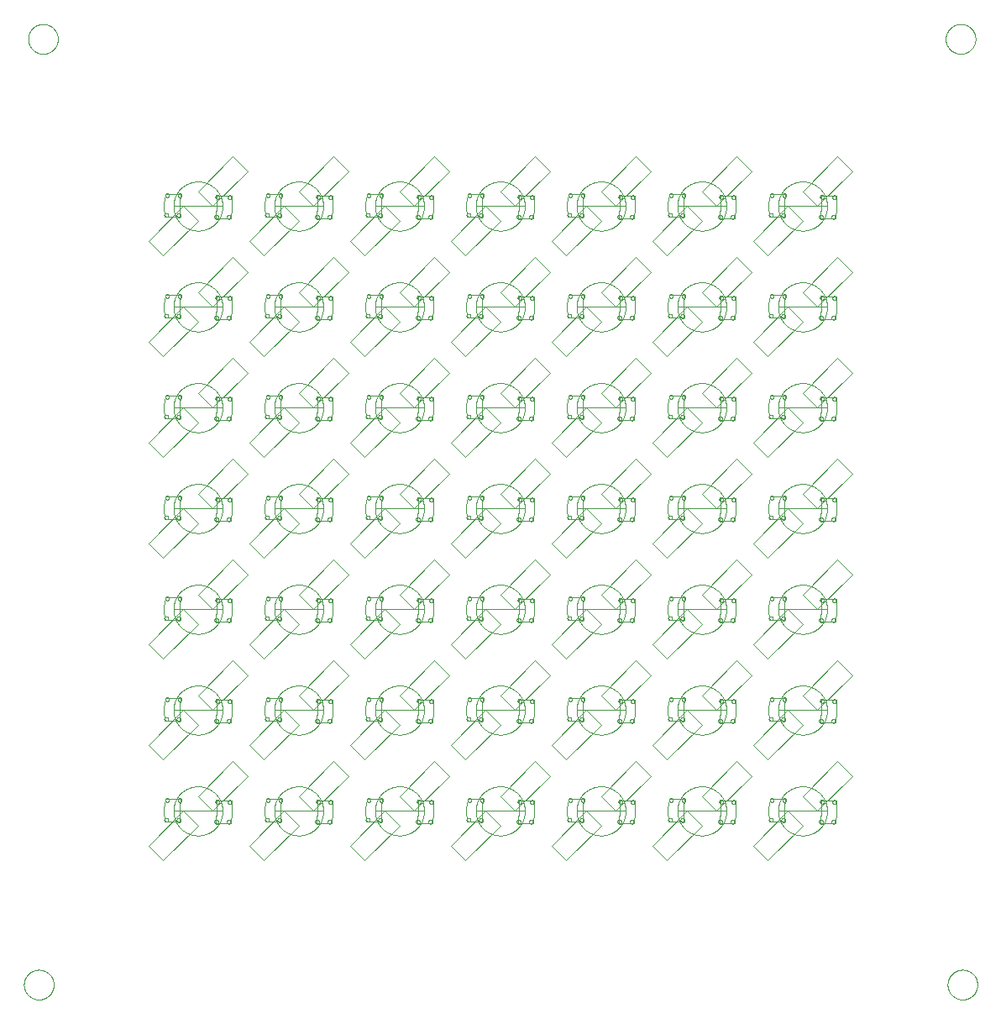
<source format=gko>
G75*
%MOIN*%
%OFA0B0*%
%FSLAX25Y25*%
%IPPOS*%
%LPD*%
%AMOC8*
5,1,8,0,0,1.08239X$1,22.5*
%
%ADD10C,0.00039*%
D10*
X0054986Y0006925D02*
X0054988Y0007078D01*
X0054994Y0007232D01*
X0055004Y0007385D01*
X0055018Y0007537D01*
X0055036Y0007690D01*
X0055058Y0007841D01*
X0055083Y0007992D01*
X0055113Y0008143D01*
X0055147Y0008293D01*
X0055184Y0008441D01*
X0055225Y0008589D01*
X0055270Y0008735D01*
X0055319Y0008881D01*
X0055372Y0009025D01*
X0055428Y0009167D01*
X0055488Y0009308D01*
X0055552Y0009448D01*
X0055619Y0009586D01*
X0055690Y0009722D01*
X0055765Y0009856D01*
X0055842Y0009988D01*
X0055924Y0010118D01*
X0056008Y0010246D01*
X0056096Y0010372D01*
X0056187Y0010495D01*
X0056281Y0010616D01*
X0056379Y0010734D01*
X0056479Y0010850D01*
X0056583Y0010963D01*
X0056689Y0011074D01*
X0056798Y0011182D01*
X0056910Y0011287D01*
X0057024Y0011388D01*
X0057142Y0011487D01*
X0057261Y0011583D01*
X0057383Y0011676D01*
X0057508Y0011765D01*
X0057635Y0011852D01*
X0057764Y0011934D01*
X0057895Y0012014D01*
X0058028Y0012090D01*
X0058163Y0012163D01*
X0058300Y0012232D01*
X0058439Y0012297D01*
X0058579Y0012359D01*
X0058721Y0012417D01*
X0058864Y0012472D01*
X0059009Y0012523D01*
X0059155Y0012570D01*
X0059302Y0012613D01*
X0059450Y0012652D01*
X0059599Y0012688D01*
X0059749Y0012719D01*
X0059900Y0012747D01*
X0060051Y0012771D01*
X0060204Y0012791D01*
X0060356Y0012807D01*
X0060509Y0012819D01*
X0060662Y0012827D01*
X0060815Y0012831D01*
X0060969Y0012831D01*
X0061122Y0012827D01*
X0061275Y0012819D01*
X0061428Y0012807D01*
X0061580Y0012791D01*
X0061733Y0012771D01*
X0061884Y0012747D01*
X0062035Y0012719D01*
X0062185Y0012688D01*
X0062334Y0012652D01*
X0062482Y0012613D01*
X0062629Y0012570D01*
X0062775Y0012523D01*
X0062920Y0012472D01*
X0063063Y0012417D01*
X0063205Y0012359D01*
X0063345Y0012297D01*
X0063484Y0012232D01*
X0063621Y0012163D01*
X0063756Y0012090D01*
X0063889Y0012014D01*
X0064020Y0011934D01*
X0064149Y0011852D01*
X0064276Y0011765D01*
X0064401Y0011676D01*
X0064523Y0011583D01*
X0064642Y0011487D01*
X0064760Y0011388D01*
X0064874Y0011287D01*
X0064986Y0011182D01*
X0065095Y0011074D01*
X0065201Y0010963D01*
X0065305Y0010850D01*
X0065405Y0010734D01*
X0065503Y0010616D01*
X0065597Y0010495D01*
X0065688Y0010372D01*
X0065776Y0010246D01*
X0065860Y0010118D01*
X0065942Y0009988D01*
X0066019Y0009856D01*
X0066094Y0009722D01*
X0066165Y0009586D01*
X0066232Y0009448D01*
X0066296Y0009308D01*
X0066356Y0009167D01*
X0066412Y0009025D01*
X0066465Y0008881D01*
X0066514Y0008735D01*
X0066559Y0008589D01*
X0066600Y0008441D01*
X0066637Y0008293D01*
X0066671Y0008143D01*
X0066701Y0007992D01*
X0066726Y0007841D01*
X0066748Y0007690D01*
X0066766Y0007537D01*
X0066780Y0007385D01*
X0066790Y0007232D01*
X0066796Y0007078D01*
X0066798Y0006925D01*
X0066796Y0006772D01*
X0066790Y0006618D01*
X0066780Y0006465D01*
X0066766Y0006313D01*
X0066748Y0006160D01*
X0066726Y0006009D01*
X0066701Y0005858D01*
X0066671Y0005707D01*
X0066637Y0005557D01*
X0066600Y0005409D01*
X0066559Y0005261D01*
X0066514Y0005115D01*
X0066465Y0004969D01*
X0066412Y0004825D01*
X0066356Y0004683D01*
X0066296Y0004542D01*
X0066232Y0004402D01*
X0066165Y0004264D01*
X0066094Y0004128D01*
X0066019Y0003994D01*
X0065942Y0003862D01*
X0065860Y0003732D01*
X0065776Y0003604D01*
X0065688Y0003478D01*
X0065597Y0003355D01*
X0065503Y0003234D01*
X0065405Y0003116D01*
X0065305Y0003000D01*
X0065201Y0002887D01*
X0065095Y0002776D01*
X0064986Y0002668D01*
X0064874Y0002563D01*
X0064760Y0002462D01*
X0064642Y0002363D01*
X0064523Y0002267D01*
X0064401Y0002174D01*
X0064276Y0002085D01*
X0064149Y0001998D01*
X0064020Y0001916D01*
X0063889Y0001836D01*
X0063756Y0001760D01*
X0063621Y0001687D01*
X0063484Y0001618D01*
X0063345Y0001553D01*
X0063205Y0001491D01*
X0063063Y0001433D01*
X0062920Y0001378D01*
X0062775Y0001327D01*
X0062629Y0001280D01*
X0062482Y0001237D01*
X0062334Y0001198D01*
X0062185Y0001162D01*
X0062035Y0001131D01*
X0061884Y0001103D01*
X0061733Y0001079D01*
X0061580Y0001059D01*
X0061428Y0001043D01*
X0061275Y0001031D01*
X0061122Y0001023D01*
X0060969Y0001019D01*
X0060815Y0001019D01*
X0060662Y0001023D01*
X0060509Y0001031D01*
X0060356Y0001043D01*
X0060204Y0001059D01*
X0060051Y0001079D01*
X0059900Y0001103D01*
X0059749Y0001131D01*
X0059599Y0001162D01*
X0059450Y0001198D01*
X0059302Y0001237D01*
X0059155Y0001280D01*
X0059009Y0001327D01*
X0058864Y0001378D01*
X0058721Y0001433D01*
X0058579Y0001491D01*
X0058439Y0001553D01*
X0058300Y0001618D01*
X0058163Y0001687D01*
X0058028Y0001760D01*
X0057895Y0001836D01*
X0057764Y0001916D01*
X0057635Y0001998D01*
X0057508Y0002085D01*
X0057383Y0002174D01*
X0057261Y0002267D01*
X0057142Y0002363D01*
X0057024Y0002462D01*
X0056910Y0002563D01*
X0056798Y0002668D01*
X0056689Y0002776D01*
X0056583Y0002887D01*
X0056479Y0003000D01*
X0056379Y0003116D01*
X0056281Y0003234D01*
X0056187Y0003355D01*
X0056096Y0003478D01*
X0056008Y0003604D01*
X0055924Y0003732D01*
X0055842Y0003862D01*
X0055765Y0003994D01*
X0055690Y0004128D01*
X0055619Y0004264D01*
X0055552Y0004402D01*
X0055488Y0004542D01*
X0055428Y0004683D01*
X0055372Y0004825D01*
X0055319Y0004969D01*
X0055270Y0005115D01*
X0055225Y0005261D01*
X0055184Y0005409D01*
X0055147Y0005557D01*
X0055113Y0005707D01*
X0055083Y0005858D01*
X0055058Y0006009D01*
X0055036Y0006160D01*
X0055018Y0006313D01*
X0055004Y0006465D01*
X0054994Y0006618D01*
X0054988Y0006772D01*
X0054986Y0006925D01*
X0104396Y0062083D02*
X0110302Y0056177D01*
X0124081Y0069957D01*
X0118176Y0075862D01*
X0104396Y0062083D01*
X0111168Y0071650D02*
X0116837Y0071650D01*
X0115617Y0072201D02*
X0115619Y0072257D01*
X0115625Y0072312D01*
X0115635Y0072366D01*
X0115648Y0072420D01*
X0115666Y0072473D01*
X0115687Y0072524D01*
X0115711Y0072574D01*
X0115739Y0072622D01*
X0115771Y0072668D01*
X0115805Y0072712D01*
X0115843Y0072753D01*
X0115883Y0072791D01*
X0115926Y0072826D01*
X0115971Y0072858D01*
X0116019Y0072887D01*
X0116068Y0072913D01*
X0116119Y0072935D01*
X0116171Y0072953D01*
X0116225Y0072967D01*
X0116280Y0072978D01*
X0116335Y0072985D01*
X0116390Y0072988D01*
X0116446Y0072987D01*
X0116501Y0072982D01*
X0116556Y0072973D01*
X0116610Y0072961D01*
X0116663Y0072944D01*
X0116715Y0072924D01*
X0116765Y0072900D01*
X0116813Y0072873D01*
X0116860Y0072843D01*
X0116904Y0072809D01*
X0116946Y0072772D01*
X0116984Y0072732D01*
X0117021Y0072690D01*
X0117054Y0072645D01*
X0117083Y0072599D01*
X0117110Y0072550D01*
X0117132Y0072499D01*
X0117152Y0072447D01*
X0117167Y0072393D01*
X0117179Y0072339D01*
X0117187Y0072284D01*
X0117191Y0072229D01*
X0117191Y0072173D01*
X0117187Y0072118D01*
X0117179Y0072063D01*
X0117167Y0072009D01*
X0117152Y0071955D01*
X0117132Y0071903D01*
X0117110Y0071852D01*
X0117083Y0071803D01*
X0117054Y0071757D01*
X0117021Y0071712D01*
X0116984Y0071670D01*
X0116946Y0071630D01*
X0116904Y0071593D01*
X0116860Y0071559D01*
X0116813Y0071529D01*
X0116765Y0071502D01*
X0116715Y0071478D01*
X0116663Y0071458D01*
X0116610Y0071441D01*
X0116556Y0071429D01*
X0116501Y0071420D01*
X0116446Y0071415D01*
X0116390Y0071414D01*
X0116335Y0071417D01*
X0116280Y0071424D01*
X0116225Y0071435D01*
X0116171Y0071449D01*
X0116119Y0071467D01*
X0116068Y0071489D01*
X0116019Y0071515D01*
X0115971Y0071544D01*
X0115926Y0071576D01*
X0115883Y0071611D01*
X0115843Y0071649D01*
X0115805Y0071690D01*
X0115771Y0071734D01*
X0115739Y0071780D01*
X0115711Y0071828D01*
X0115687Y0071878D01*
X0115666Y0071929D01*
X0115648Y0071982D01*
X0115635Y0072036D01*
X0115625Y0072090D01*
X0115619Y0072145D01*
X0115617Y0072201D01*
X0114337Y0075862D02*
X0129987Y0075862D01*
X0143766Y0089642D01*
X0137861Y0095547D01*
X0124081Y0081768D01*
X0129987Y0075862D01*
X0133825Y0075862D01*
X0118176Y0075862D01*
X0114337Y0075862D01*
X0110657Y0072319D02*
X0110659Y0072375D01*
X0110665Y0072430D01*
X0110675Y0072484D01*
X0110688Y0072538D01*
X0110706Y0072591D01*
X0110727Y0072642D01*
X0110751Y0072692D01*
X0110779Y0072740D01*
X0110811Y0072786D01*
X0110845Y0072830D01*
X0110883Y0072871D01*
X0110923Y0072909D01*
X0110966Y0072944D01*
X0111011Y0072976D01*
X0111059Y0073005D01*
X0111108Y0073031D01*
X0111159Y0073053D01*
X0111211Y0073071D01*
X0111265Y0073085D01*
X0111320Y0073096D01*
X0111375Y0073103D01*
X0111430Y0073106D01*
X0111486Y0073105D01*
X0111541Y0073100D01*
X0111596Y0073091D01*
X0111650Y0073079D01*
X0111703Y0073062D01*
X0111755Y0073042D01*
X0111805Y0073018D01*
X0111853Y0072991D01*
X0111900Y0072961D01*
X0111944Y0072927D01*
X0111986Y0072890D01*
X0112024Y0072850D01*
X0112061Y0072808D01*
X0112094Y0072763D01*
X0112123Y0072717D01*
X0112150Y0072668D01*
X0112172Y0072617D01*
X0112192Y0072565D01*
X0112207Y0072511D01*
X0112219Y0072457D01*
X0112227Y0072402D01*
X0112231Y0072347D01*
X0112231Y0072291D01*
X0112227Y0072236D01*
X0112219Y0072181D01*
X0112207Y0072127D01*
X0112192Y0072073D01*
X0112172Y0072021D01*
X0112150Y0071970D01*
X0112123Y0071921D01*
X0112094Y0071875D01*
X0112061Y0071830D01*
X0112024Y0071788D01*
X0111986Y0071748D01*
X0111944Y0071711D01*
X0111900Y0071677D01*
X0111853Y0071647D01*
X0111805Y0071620D01*
X0111755Y0071596D01*
X0111703Y0071576D01*
X0111650Y0071559D01*
X0111596Y0071547D01*
X0111541Y0071538D01*
X0111486Y0071533D01*
X0111430Y0071532D01*
X0111375Y0071535D01*
X0111320Y0071542D01*
X0111265Y0071553D01*
X0111211Y0071567D01*
X0111159Y0071585D01*
X0111108Y0071607D01*
X0111059Y0071633D01*
X0111011Y0071662D01*
X0110966Y0071694D01*
X0110923Y0071729D01*
X0110883Y0071767D01*
X0110845Y0071808D01*
X0110811Y0071852D01*
X0110779Y0071898D01*
X0110751Y0071946D01*
X0110727Y0071996D01*
X0110706Y0072047D01*
X0110688Y0072100D01*
X0110675Y0072154D01*
X0110665Y0072208D01*
X0110659Y0072263D01*
X0110657Y0072319D01*
X0111050Y0080193D02*
X0111052Y0080249D01*
X0111058Y0080304D01*
X0111068Y0080358D01*
X0111081Y0080412D01*
X0111099Y0080465D01*
X0111120Y0080516D01*
X0111144Y0080566D01*
X0111172Y0080614D01*
X0111204Y0080660D01*
X0111238Y0080704D01*
X0111276Y0080745D01*
X0111316Y0080783D01*
X0111359Y0080818D01*
X0111404Y0080850D01*
X0111452Y0080879D01*
X0111501Y0080905D01*
X0111552Y0080927D01*
X0111604Y0080945D01*
X0111658Y0080959D01*
X0111713Y0080970D01*
X0111768Y0080977D01*
X0111823Y0080980D01*
X0111879Y0080979D01*
X0111934Y0080974D01*
X0111989Y0080965D01*
X0112043Y0080953D01*
X0112096Y0080936D01*
X0112148Y0080916D01*
X0112198Y0080892D01*
X0112246Y0080865D01*
X0112293Y0080835D01*
X0112337Y0080801D01*
X0112379Y0080764D01*
X0112417Y0080724D01*
X0112454Y0080682D01*
X0112487Y0080637D01*
X0112516Y0080591D01*
X0112543Y0080542D01*
X0112565Y0080491D01*
X0112585Y0080439D01*
X0112600Y0080385D01*
X0112612Y0080331D01*
X0112620Y0080276D01*
X0112624Y0080221D01*
X0112624Y0080165D01*
X0112620Y0080110D01*
X0112612Y0080055D01*
X0112600Y0080001D01*
X0112585Y0079947D01*
X0112565Y0079895D01*
X0112543Y0079844D01*
X0112516Y0079795D01*
X0112487Y0079749D01*
X0112454Y0079704D01*
X0112417Y0079662D01*
X0112379Y0079622D01*
X0112337Y0079585D01*
X0112293Y0079551D01*
X0112246Y0079521D01*
X0112198Y0079494D01*
X0112148Y0079470D01*
X0112096Y0079450D01*
X0112043Y0079433D01*
X0111989Y0079421D01*
X0111934Y0079412D01*
X0111879Y0079407D01*
X0111823Y0079406D01*
X0111768Y0079409D01*
X0111713Y0079416D01*
X0111658Y0079427D01*
X0111604Y0079441D01*
X0111552Y0079459D01*
X0111501Y0079481D01*
X0111452Y0079507D01*
X0111404Y0079536D01*
X0111359Y0079568D01*
X0111316Y0079603D01*
X0111276Y0079641D01*
X0111238Y0079682D01*
X0111204Y0079726D01*
X0111172Y0079772D01*
X0111144Y0079820D01*
X0111120Y0079870D01*
X0111099Y0079921D01*
X0111081Y0079974D01*
X0111068Y0080028D01*
X0111058Y0080082D01*
X0111052Y0080137D01*
X0111050Y0080193D01*
X0111404Y0080705D02*
X0117270Y0080705D01*
X0116011Y0080193D02*
X0116013Y0080249D01*
X0116019Y0080304D01*
X0116029Y0080358D01*
X0116042Y0080412D01*
X0116060Y0080465D01*
X0116081Y0080516D01*
X0116105Y0080566D01*
X0116133Y0080614D01*
X0116165Y0080660D01*
X0116199Y0080704D01*
X0116237Y0080745D01*
X0116277Y0080783D01*
X0116320Y0080818D01*
X0116365Y0080850D01*
X0116413Y0080879D01*
X0116462Y0080905D01*
X0116513Y0080927D01*
X0116565Y0080945D01*
X0116619Y0080959D01*
X0116674Y0080970D01*
X0116729Y0080977D01*
X0116784Y0080980D01*
X0116840Y0080979D01*
X0116895Y0080974D01*
X0116950Y0080965D01*
X0117004Y0080953D01*
X0117057Y0080936D01*
X0117109Y0080916D01*
X0117159Y0080892D01*
X0117207Y0080865D01*
X0117254Y0080835D01*
X0117298Y0080801D01*
X0117340Y0080764D01*
X0117378Y0080724D01*
X0117415Y0080682D01*
X0117448Y0080637D01*
X0117477Y0080591D01*
X0117504Y0080542D01*
X0117526Y0080491D01*
X0117546Y0080439D01*
X0117561Y0080385D01*
X0117573Y0080331D01*
X0117581Y0080276D01*
X0117585Y0080221D01*
X0117585Y0080165D01*
X0117581Y0080110D01*
X0117573Y0080055D01*
X0117561Y0080001D01*
X0117546Y0079947D01*
X0117526Y0079895D01*
X0117504Y0079844D01*
X0117477Y0079795D01*
X0117448Y0079749D01*
X0117415Y0079704D01*
X0117378Y0079662D01*
X0117340Y0079622D01*
X0117298Y0079585D01*
X0117254Y0079551D01*
X0117207Y0079521D01*
X0117159Y0079494D01*
X0117109Y0079470D01*
X0117057Y0079450D01*
X0117004Y0079433D01*
X0116950Y0079421D01*
X0116895Y0079412D01*
X0116840Y0079407D01*
X0116784Y0079406D01*
X0116729Y0079409D01*
X0116674Y0079416D01*
X0116619Y0079427D01*
X0116565Y0079441D01*
X0116513Y0079459D01*
X0116462Y0079481D01*
X0116413Y0079507D01*
X0116365Y0079536D01*
X0116320Y0079568D01*
X0116277Y0079603D01*
X0116237Y0079641D01*
X0116199Y0079682D01*
X0116165Y0079726D01*
X0116133Y0079772D01*
X0116105Y0079820D01*
X0116081Y0079870D01*
X0116060Y0079921D01*
X0116042Y0079974D01*
X0116029Y0080028D01*
X0116019Y0080082D01*
X0116013Y0080137D01*
X0116011Y0080193D01*
X0136995Y0080074D02*
X0137093Y0079747D01*
X0137183Y0079418D01*
X0137265Y0079086D01*
X0137338Y0078752D01*
X0137404Y0078417D01*
X0137461Y0078080D01*
X0137511Y0077742D01*
X0137551Y0077403D01*
X0137584Y0077063D01*
X0137608Y0076722D01*
X0137625Y0076381D01*
X0137632Y0076040D01*
X0137632Y0075698D01*
X0137623Y0075357D01*
X0137606Y0075015D01*
X0137580Y0074675D01*
X0137546Y0074335D01*
X0137504Y0073996D01*
X0137454Y0073658D01*
X0137395Y0073321D01*
X0137328Y0072986D01*
X0137254Y0072653D01*
X0137171Y0072322D01*
X0137080Y0071992D01*
X0136981Y0071665D01*
X0136874Y0071341D01*
X0136759Y0071019D01*
X0136759Y0071020D02*
X0130892Y0071020D01*
X0130578Y0071531D02*
X0130580Y0071587D01*
X0130586Y0071642D01*
X0130596Y0071696D01*
X0130609Y0071750D01*
X0130627Y0071803D01*
X0130648Y0071854D01*
X0130672Y0071904D01*
X0130700Y0071952D01*
X0130732Y0071998D01*
X0130766Y0072042D01*
X0130804Y0072083D01*
X0130844Y0072121D01*
X0130887Y0072156D01*
X0130932Y0072188D01*
X0130980Y0072217D01*
X0131029Y0072243D01*
X0131080Y0072265D01*
X0131132Y0072283D01*
X0131186Y0072297D01*
X0131241Y0072308D01*
X0131296Y0072315D01*
X0131351Y0072318D01*
X0131407Y0072317D01*
X0131462Y0072312D01*
X0131517Y0072303D01*
X0131571Y0072291D01*
X0131624Y0072274D01*
X0131676Y0072254D01*
X0131726Y0072230D01*
X0131774Y0072203D01*
X0131821Y0072173D01*
X0131865Y0072139D01*
X0131907Y0072102D01*
X0131945Y0072062D01*
X0131982Y0072020D01*
X0132015Y0071975D01*
X0132044Y0071929D01*
X0132071Y0071880D01*
X0132093Y0071829D01*
X0132113Y0071777D01*
X0132128Y0071723D01*
X0132140Y0071669D01*
X0132148Y0071614D01*
X0132152Y0071559D01*
X0132152Y0071503D01*
X0132148Y0071448D01*
X0132140Y0071393D01*
X0132128Y0071339D01*
X0132113Y0071285D01*
X0132093Y0071233D01*
X0132071Y0071182D01*
X0132044Y0071133D01*
X0132015Y0071087D01*
X0131982Y0071042D01*
X0131945Y0071000D01*
X0131907Y0070960D01*
X0131865Y0070923D01*
X0131821Y0070889D01*
X0131774Y0070859D01*
X0131726Y0070832D01*
X0131676Y0070808D01*
X0131624Y0070788D01*
X0131571Y0070771D01*
X0131517Y0070759D01*
X0131462Y0070750D01*
X0131407Y0070745D01*
X0131351Y0070744D01*
X0131296Y0070747D01*
X0131241Y0070754D01*
X0131186Y0070765D01*
X0131132Y0070779D01*
X0131080Y0070797D01*
X0131029Y0070819D01*
X0130980Y0070845D01*
X0130932Y0070874D01*
X0130887Y0070906D01*
X0130844Y0070941D01*
X0130804Y0070979D01*
X0130766Y0071020D01*
X0130732Y0071064D01*
X0130700Y0071110D01*
X0130672Y0071158D01*
X0130648Y0071208D01*
X0130627Y0071259D01*
X0130609Y0071312D01*
X0130596Y0071366D01*
X0130586Y0071420D01*
X0130580Y0071475D01*
X0130578Y0071531D01*
X0135538Y0071531D02*
X0135540Y0071587D01*
X0135546Y0071642D01*
X0135556Y0071696D01*
X0135569Y0071750D01*
X0135587Y0071803D01*
X0135608Y0071854D01*
X0135632Y0071904D01*
X0135660Y0071952D01*
X0135692Y0071998D01*
X0135726Y0072042D01*
X0135764Y0072083D01*
X0135804Y0072121D01*
X0135847Y0072156D01*
X0135892Y0072188D01*
X0135940Y0072217D01*
X0135989Y0072243D01*
X0136040Y0072265D01*
X0136092Y0072283D01*
X0136146Y0072297D01*
X0136201Y0072308D01*
X0136256Y0072315D01*
X0136311Y0072318D01*
X0136367Y0072317D01*
X0136422Y0072312D01*
X0136477Y0072303D01*
X0136531Y0072291D01*
X0136584Y0072274D01*
X0136636Y0072254D01*
X0136686Y0072230D01*
X0136734Y0072203D01*
X0136781Y0072173D01*
X0136825Y0072139D01*
X0136867Y0072102D01*
X0136905Y0072062D01*
X0136942Y0072020D01*
X0136975Y0071975D01*
X0137004Y0071929D01*
X0137031Y0071880D01*
X0137053Y0071829D01*
X0137073Y0071777D01*
X0137088Y0071723D01*
X0137100Y0071669D01*
X0137108Y0071614D01*
X0137112Y0071559D01*
X0137112Y0071503D01*
X0137108Y0071448D01*
X0137100Y0071393D01*
X0137088Y0071339D01*
X0137073Y0071285D01*
X0137053Y0071233D01*
X0137031Y0071182D01*
X0137004Y0071133D01*
X0136975Y0071087D01*
X0136942Y0071042D01*
X0136905Y0071000D01*
X0136867Y0070960D01*
X0136825Y0070923D01*
X0136781Y0070889D01*
X0136734Y0070859D01*
X0136686Y0070832D01*
X0136636Y0070808D01*
X0136584Y0070788D01*
X0136531Y0070771D01*
X0136477Y0070759D01*
X0136422Y0070750D01*
X0136367Y0070745D01*
X0136311Y0070744D01*
X0136256Y0070747D01*
X0136201Y0070754D01*
X0136146Y0070765D01*
X0136092Y0070779D01*
X0136040Y0070797D01*
X0135989Y0070819D01*
X0135940Y0070845D01*
X0135892Y0070874D01*
X0135847Y0070906D01*
X0135804Y0070941D01*
X0135764Y0070979D01*
X0135726Y0071020D01*
X0135692Y0071064D01*
X0135660Y0071110D01*
X0135632Y0071158D01*
X0135608Y0071208D01*
X0135587Y0071259D01*
X0135569Y0071312D01*
X0135556Y0071366D01*
X0135546Y0071420D01*
X0135540Y0071475D01*
X0135538Y0071531D01*
X0170892Y0071020D02*
X0171025Y0071707D01*
X0171141Y0072397D01*
X0171241Y0073090D01*
X0171324Y0073786D01*
X0171391Y0074482D01*
X0171441Y0075181D01*
X0171474Y0075880D01*
X0171491Y0076580D01*
X0171491Y0077280D01*
X0171475Y0077980D01*
X0171441Y0078679D01*
X0171392Y0079378D01*
X0171325Y0080075D01*
X0176995Y0080075D01*
X0175932Y0079406D02*
X0175934Y0079462D01*
X0175940Y0079517D01*
X0175950Y0079571D01*
X0175963Y0079625D01*
X0175981Y0079678D01*
X0176002Y0079729D01*
X0176026Y0079779D01*
X0176054Y0079827D01*
X0176086Y0079873D01*
X0176120Y0079917D01*
X0176158Y0079958D01*
X0176198Y0079996D01*
X0176241Y0080031D01*
X0176286Y0080063D01*
X0176334Y0080092D01*
X0176383Y0080118D01*
X0176434Y0080140D01*
X0176486Y0080158D01*
X0176540Y0080172D01*
X0176595Y0080183D01*
X0176650Y0080190D01*
X0176705Y0080193D01*
X0176761Y0080192D01*
X0176816Y0080187D01*
X0176871Y0080178D01*
X0176925Y0080166D01*
X0176978Y0080149D01*
X0177030Y0080129D01*
X0177080Y0080105D01*
X0177128Y0080078D01*
X0177175Y0080048D01*
X0177219Y0080014D01*
X0177261Y0079977D01*
X0177299Y0079937D01*
X0177336Y0079895D01*
X0177369Y0079850D01*
X0177398Y0079804D01*
X0177425Y0079755D01*
X0177447Y0079704D01*
X0177467Y0079652D01*
X0177482Y0079598D01*
X0177494Y0079544D01*
X0177502Y0079489D01*
X0177506Y0079434D01*
X0177506Y0079378D01*
X0177502Y0079323D01*
X0177494Y0079268D01*
X0177482Y0079214D01*
X0177467Y0079160D01*
X0177447Y0079108D01*
X0177425Y0079057D01*
X0177398Y0079008D01*
X0177369Y0078962D01*
X0177336Y0078917D01*
X0177299Y0078875D01*
X0177261Y0078835D01*
X0177219Y0078798D01*
X0177175Y0078764D01*
X0177128Y0078734D01*
X0177080Y0078707D01*
X0177030Y0078683D01*
X0176978Y0078663D01*
X0176925Y0078646D01*
X0176871Y0078634D01*
X0176816Y0078625D01*
X0176761Y0078620D01*
X0176705Y0078619D01*
X0176650Y0078622D01*
X0176595Y0078629D01*
X0176540Y0078640D01*
X0176486Y0078654D01*
X0176434Y0078672D01*
X0176383Y0078694D01*
X0176334Y0078720D01*
X0176286Y0078749D01*
X0176241Y0078781D01*
X0176198Y0078816D01*
X0176158Y0078854D01*
X0176120Y0078895D01*
X0176086Y0078939D01*
X0176054Y0078985D01*
X0176026Y0079033D01*
X0176002Y0079083D01*
X0175981Y0079134D01*
X0175963Y0079187D01*
X0175950Y0079241D01*
X0175940Y0079295D01*
X0175934Y0079350D01*
X0175932Y0079406D01*
X0173825Y0075862D02*
X0169987Y0075862D01*
X0183766Y0089642D01*
X0177861Y0095547D01*
X0164081Y0081768D01*
X0169987Y0075862D01*
X0154337Y0075862D01*
X0158176Y0075862D01*
X0144396Y0062083D01*
X0150302Y0056177D01*
X0164081Y0069957D01*
X0158176Y0075862D01*
X0173825Y0075862D01*
X0170972Y0079524D02*
X0170974Y0079580D01*
X0170980Y0079635D01*
X0170990Y0079689D01*
X0171003Y0079743D01*
X0171021Y0079796D01*
X0171042Y0079847D01*
X0171066Y0079897D01*
X0171094Y0079945D01*
X0171126Y0079991D01*
X0171160Y0080035D01*
X0171198Y0080076D01*
X0171238Y0080114D01*
X0171281Y0080149D01*
X0171326Y0080181D01*
X0171374Y0080210D01*
X0171423Y0080236D01*
X0171474Y0080258D01*
X0171526Y0080276D01*
X0171580Y0080290D01*
X0171635Y0080301D01*
X0171690Y0080308D01*
X0171745Y0080311D01*
X0171801Y0080310D01*
X0171856Y0080305D01*
X0171911Y0080296D01*
X0171965Y0080284D01*
X0172018Y0080267D01*
X0172070Y0080247D01*
X0172120Y0080223D01*
X0172168Y0080196D01*
X0172215Y0080166D01*
X0172259Y0080132D01*
X0172301Y0080095D01*
X0172339Y0080055D01*
X0172376Y0080013D01*
X0172409Y0079968D01*
X0172438Y0079922D01*
X0172465Y0079873D01*
X0172487Y0079822D01*
X0172507Y0079770D01*
X0172522Y0079716D01*
X0172534Y0079662D01*
X0172542Y0079607D01*
X0172546Y0079552D01*
X0172546Y0079496D01*
X0172542Y0079441D01*
X0172534Y0079386D01*
X0172522Y0079332D01*
X0172507Y0079278D01*
X0172487Y0079226D01*
X0172465Y0079175D01*
X0172438Y0079126D01*
X0172409Y0079080D01*
X0172376Y0079035D01*
X0172339Y0078993D01*
X0172301Y0078953D01*
X0172259Y0078916D01*
X0172215Y0078882D01*
X0172168Y0078852D01*
X0172120Y0078825D01*
X0172070Y0078801D01*
X0172018Y0078781D01*
X0171965Y0078764D01*
X0171911Y0078752D01*
X0171856Y0078743D01*
X0171801Y0078738D01*
X0171745Y0078737D01*
X0171690Y0078740D01*
X0171635Y0078747D01*
X0171580Y0078758D01*
X0171526Y0078772D01*
X0171474Y0078790D01*
X0171423Y0078812D01*
X0171374Y0078838D01*
X0171326Y0078867D01*
X0171281Y0078899D01*
X0171238Y0078934D01*
X0171198Y0078972D01*
X0171160Y0079013D01*
X0171126Y0079057D01*
X0171094Y0079103D01*
X0171066Y0079151D01*
X0171042Y0079201D01*
X0171021Y0079252D01*
X0171003Y0079305D01*
X0170990Y0079359D01*
X0170980Y0079413D01*
X0170974Y0079468D01*
X0170972Y0079524D01*
X0151404Y0080705D02*
X0151289Y0080383D01*
X0151182Y0080059D01*
X0151083Y0079732D01*
X0150992Y0079402D01*
X0150909Y0079071D01*
X0150835Y0078738D01*
X0150768Y0078403D01*
X0150709Y0078066D01*
X0150659Y0077728D01*
X0150617Y0077389D01*
X0150583Y0077049D01*
X0150557Y0076709D01*
X0150540Y0076367D01*
X0150531Y0076026D01*
X0150531Y0075684D01*
X0150538Y0075343D01*
X0150555Y0075002D01*
X0150579Y0074661D01*
X0150612Y0074321D01*
X0150652Y0073982D01*
X0150702Y0073644D01*
X0150759Y0073307D01*
X0150825Y0072972D01*
X0150898Y0072638D01*
X0150980Y0072306D01*
X0151070Y0071977D01*
X0151168Y0071650D01*
X0156837Y0071650D01*
X0155617Y0072201D02*
X0155619Y0072257D01*
X0155625Y0072312D01*
X0155635Y0072366D01*
X0155648Y0072420D01*
X0155666Y0072473D01*
X0155687Y0072524D01*
X0155711Y0072574D01*
X0155739Y0072622D01*
X0155771Y0072668D01*
X0155805Y0072712D01*
X0155843Y0072753D01*
X0155883Y0072791D01*
X0155926Y0072826D01*
X0155971Y0072858D01*
X0156019Y0072887D01*
X0156068Y0072913D01*
X0156119Y0072935D01*
X0156171Y0072953D01*
X0156225Y0072967D01*
X0156280Y0072978D01*
X0156335Y0072985D01*
X0156390Y0072988D01*
X0156446Y0072987D01*
X0156501Y0072982D01*
X0156556Y0072973D01*
X0156610Y0072961D01*
X0156663Y0072944D01*
X0156715Y0072924D01*
X0156765Y0072900D01*
X0156813Y0072873D01*
X0156860Y0072843D01*
X0156904Y0072809D01*
X0156946Y0072772D01*
X0156984Y0072732D01*
X0157021Y0072690D01*
X0157054Y0072645D01*
X0157083Y0072599D01*
X0157110Y0072550D01*
X0157132Y0072499D01*
X0157152Y0072447D01*
X0157167Y0072393D01*
X0157179Y0072339D01*
X0157187Y0072284D01*
X0157191Y0072229D01*
X0157191Y0072173D01*
X0157187Y0072118D01*
X0157179Y0072063D01*
X0157167Y0072009D01*
X0157152Y0071955D01*
X0157132Y0071903D01*
X0157110Y0071852D01*
X0157083Y0071803D01*
X0157054Y0071757D01*
X0157021Y0071712D01*
X0156984Y0071670D01*
X0156946Y0071630D01*
X0156904Y0071593D01*
X0156860Y0071559D01*
X0156813Y0071529D01*
X0156765Y0071502D01*
X0156715Y0071478D01*
X0156663Y0071458D01*
X0156610Y0071441D01*
X0156556Y0071429D01*
X0156501Y0071420D01*
X0156446Y0071415D01*
X0156390Y0071414D01*
X0156335Y0071417D01*
X0156280Y0071424D01*
X0156225Y0071435D01*
X0156171Y0071449D01*
X0156119Y0071467D01*
X0156068Y0071489D01*
X0156019Y0071515D01*
X0155971Y0071544D01*
X0155926Y0071576D01*
X0155883Y0071611D01*
X0155843Y0071649D01*
X0155805Y0071690D01*
X0155771Y0071734D01*
X0155739Y0071780D01*
X0155711Y0071828D01*
X0155687Y0071878D01*
X0155666Y0071929D01*
X0155648Y0071982D01*
X0155635Y0072036D01*
X0155625Y0072090D01*
X0155619Y0072145D01*
X0155617Y0072201D01*
X0150657Y0072319D02*
X0150659Y0072375D01*
X0150665Y0072430D01*
X0150675Y0072484D01*
X0150688Y0072538D01*
X0150706Y0072591D01*
X0150727Y0072642D01*
X0150751Y0072692D01*
X0150779Y0072740D01*
X0150811Y0072786D01*
X0150845Y0072830D01*
X0150883Y0072871D01*
X0150923Y0072909D01*
X0150966Y0072944D01*
X0151011Y0072976D01*
X0151059Y0073005D01*
X0151108Y0073031D01*
X0151159Y0073053D01*
X0151211Y0073071D01*
X0151265Y0073085D01*
X0151320Y0073096D01*
X0151375Y0073103D01*
X0151430Y0073106D01*
X0151486Y0073105D01*
X0151541Y0073100D01*
X0151596Y0073091D01*
X0151650Y0073079D01*
X0151703Y0073062D01*
X0151755Y0073042D01*
X0151805Y0073018D01*
X0151853Y0072991D01*
X0151900Y0072961D01*
X0151944Y0072927D01*
X0151986Y0072890D01*
X0152024Y0072850D01*
X0152061Y0072808D01*
X0152094Y0072763D01*
X0152123Y0072717D01*
X0152150Y0072668D01*
X0152172Y0072617D01*
X0152192Y0072565D01*
X0152207Y0072511D01*
X0152219Y0072457D01*
X0152227Y0072402D01*
X0152231Y0072347D01*
X0152231Y0072291D01*
X0152227Y0072236D01*
X0152219Y0072181D01*
X0152207Y0072127D01*
X0152192Y0072073D01*
X0152172Y0072021D01*
X0152150Y0071970D01*
X0152123Y0071921D01*
X0152094Y0071875D01*
X0152061Y0071830D01*
X0152024Y0071788D01*
X0151986Y0071748D01*
X0151944Y0071711D01*
X0151900Y0071677D01*
X0151853Y0071647D01*
X0151805Y0071620D01*
X0151755Y0071596D01*
X0151703Y0071576D01*
X0151650Y0071559D01*
X0151596Y0071547D01*
X0151541Y0071538D01*
X0151486Y0071533D01*
X0151430Y0071532D01*
X0151375Y0071535D01*
X0151320Y0071542D01*
X0151265Y0071553D01*
X0151211Y0071567D01*
X0151159Y0071585D01*
X0151108Y0071607D01*
X0151059Y0071633D01*
X0151011Y0071662D01*
X0150966Y0071694D01*
X0150923Y0071729D01*
X0150883Y0071767D01*
X0150845Y0071808D01*
X0150811Y0071852D01*
X0150779Y0071898D01*
X0150751Y0071946D01*
X0150727Y0071996D01*
X0150706Y0072047D01*
X0150688Y0072100D01*
X0150675Y0072154D01*
X0150665Y0072208D01*
X0150659Y0072263D01*
X0150657Y0072319D01*
X0116838Y0071649D02*
X0116771Y0072346D01*
X0116722Y0073045D01*
X0116688Y0073744D01*
X0116672Y0074444D01*
X0116672Y0075144D01*
X0116689Y0075844D01*
X0116722Y0076543D01*
X0116772Y0077242D01*
X0116839Y0077938D01*
X0116922Y0078634D01*
X0117022Y0079327D01*
X0117138Y0080017D01*
X0117271Y0080704D01*
X0114337Y0075862D02*
X0114339Y0076098D01*
X0114347Y0076333D01*
X0114360Y0076569D01*
X0114379Y0076803D01*
X0114404Y0077038D01*
X0114435Y0077272D01*
X0114471Y0077504D01*
X0114513Y0077736D01*
X0114560Y0077967D01*
X0114614Y0078197D01*
X0114672Y0078425D01*
X0114736Y0078652D01*
X0114806Y0078877D01*
X0114881Y0079101D01*
X0114962Y0079322D01*
X0115047Y0079542D01*
X0115138Y0079759D01*
X0115235Y0079974D01*
X0115336Y0080187D01*
X0115443Y0080397D01*
X0115555Y0080604D01*
X0115672Y0080809D01*
X0115793Y0081011D01*
X0115920Y0081210D01*
X0116051Y0081405D01*
X0116187Y0081598D01*
X0116328Y0081787D01*
X0116473Y0081973D01*
X0116623Y0082155D01*
X0116777Y0082333D01*
X0116936Y0082508D01*
X0117098Y0082678D01*
X0117265Y0082845D01*
X0117435Y0083007D01*
X0117610Y0083166D01*
X0117788Y0083320D01*
X0117970Y0083470D01*
X0118156Y0083615D01*
X0118345Y0083756D01*
X0118538Y0083892D01*
X0118733Y0084023D01*
X0118932Y0084150D01*
X0119134Y0084271D01*
X0119339Y0084388D01*
X0119546Y0084500D01*
X0119756Y0084607D01*
X0119969Y0084708D01*
X0120184Y0084805D01*
X0120401Y0084896D01*
X0120621Y0084981D01*
X0120842Y0085062D01*
X0121066Y0085137D01*
X0121291Y0085207D01*
X0121518Y0085271D01*
X0121746Y0085329D01*
X0121976Y0085383D01*
X0122207Y0085430D01*
X0122439Y0085472D01*
X0122671Y0085508D01*
X0122905Y0085539D01*
X0123140Y0085564D01*
X0123374Y0085583D01*
X0123610Y0085596D01*
X0123845Y0085604D01*
X0124081Y0085606D01*
X0131325Y0080075D02*
X0136995Y0080075D01*
X0135932Y0079406D02*
X0135934Y0079462D01*
X0135940Y0079517D01*
X0135950Y0079571D01*
X0135963Y0079625D01*
X0135981Y0079678D01*
X0136002Y0079729D01*
X0136026Y0079779D01*
X0136054Y0079827D01*
X0136086Y0079873D01*
X0136120Y0079917D01*
X0136158Y0079958D01*
X0136198Y0079996D01*
X0136241Y0080031D01*
X0136286Y0080063D01*
X0136334Y0080092D01*
X0136383Y0080118D01*
X0136434Y0080140D01*
X0136486Y0080158D01*
X0136540Y0080172D01*
X0136595Y0080183D01*
X0136650Y0080190D01*
X0136705Y0080193D01*
X0136761Y0080192D01*
X0136816Y0080187D01*
X0136871Y0080178D01*
X0136925Y0080166D01*
X0136978Y0080149D01*
X0137030Y0080129D01*
X0137080Y0080105D01*
X0137128Y0080078D01*
X0137175Y0080048D01*
X0137219Y0080014D01*
X0137261Y0079977D01*
X0137299Y0079937D01*
X0137336Y0079895D01*
X0137369Y0079850D01*
X0137398Y0079804D01*
X0137425Y0079755D01*
X0137447Y0079704D01*
X0137467Y0079652D01*
X0137482Y0079598D01*
X0137494Y0079544D01*
X0137502Y0079489D01*
X0137506Y0079434D01*
X0137506Y0079378D01*
X0137502Y0079323D01*
X0137494Y0079268D01*
X0137482Y0079214D01*
X0137467Y0079160D01*
X0137447Y0079108D01*
X0137425Y0079057D01*
X0137398Y0079008D01*
X0137369Y0078962D01*
X0137336Y0078917D01*
X0137299Y0078875D01*
X0137261Y0078835D01*
X0137219Y0078798D01*
X0137175Y0078764D01*
X0137128Y0078734D01*
X0137080Y0078707D01*
X0137030Y0078683D01*
X0136978Y0078663D01*
X0136925Y0078646D01*
X0136871Y0078634D01*
X0136816Y0078625D01*
X0136761Y0078620D01*
X0136705Y0078619D01*
X0136650Y0078622D01*
X0136595Y0078629D01*
X0136540Y0078640D01*
X0136486Y0078654D01*
X0136434Y0078672D01*
X0136383Y0078694D01*
X0136334Y0078720D01*
X0136286Y0078749D01*
X0136241Y0078781D01*
X0136198Y0078816D01*
X0136158Y0078854D01*
X0136120Y0078895D01*
X0136086Y0078939D01*
X0136054Y0078985D01*
X0136026Y0079033D01*
X0136002Y0079083D01*
X0135981Y0079134D01*
X0135963Y0079187D01*
X0135950Y0079241D01*
X0135940Y0079295D01*
X0135934Y0079350D01*
X0135932Y0079406D01*
X0130972Y0079524D02*
X0130974Y0079580D01*
X0130980Y0079635D01*
X0130990Y0079689D01*
X0131003Y0079743D01*
X0131021Y0079796D01*
X0131042Y0079847D01*
X0131066Y0079897D01*
X0131094Y0079945D01*
X0131126Y0079991D01*
X0131160Y0080035D01*
X0131198Y0080076D01*
X0131238Y0080114D01*
X0131281Y0080149D01*
X0131326Y0080181D01*
X0131374Y0080210D01*
X0131423Y0080236D01*
X0131474Y0080258D01*
X0131526Y0080276D01*
X0131580Y0080290D01*
X0131635Y0080301D01*
X0131690Y0080308D01*
X0131745Y0080311D01*
X0131801Y0080310D01*
X0131856Y0080305D01*
X0131911Y0080296D01*
X0131965Y0080284D01*
X0132018Y0080267D01*
X0132070Y0080247D01*
X0132120Y0080223D01*
X0132168Y0080196D01*
X0132215Y0080166D01*
X0132259Y0080132D01*
X0132301Y0080095D01*
X0132339Y0080055D01*
X0132376Y0080013D01*
X0132409Y0079968D01*
X0132438Y0079922D01*
X0132465Y0079873D01*
X0132487Y0079822D01*
X0132507Y0079770D01*
X0132522Y0079716D01*
X0132534Y0079662D01*
X0132542Y0079607D01*
X0132546Y0079552D01*
X0132546Y0079496D01*
X0132542Y0079441D01*
X0132534Y0079386D01*
X0132522Y0079332D01*
X0132507Y0079278D01*
X0132487Y0079226D01*
X0132465Y0079175D01*
X0132438Y0079126D01*
X0132409Y0079080D01*
X0132376Y0079035D01*
X0132339Y0078993D01*
X0132301Y0078953D01*
X0132259Y0078916D01*
X0132215Y0078882D01*
X0132168Y0078852D01*
X0132120Y0078825D01*
X0132070Y0078801D01*
X0132018Y0078781D01*
X0131965Y0078764D01*
X0131911Y0078752D01*
X0131856Y0078743D01*
X0131801Y0078738D01*
X0131745Y0078737D01*
X0131690Y0078740D01*
X0131635Y0078747D01*
X0131580Y0078758D01*
X0131526Y0078772D01*
X0131474Y0078790D01*
X0131423Y0078812D01*
X0131374Y0078838D01*
X0131326Y0078867D01*
X0131281Y0078899D01*
X0131238Y0078934D01*
X0131198Y0078972D01*
X0131160Y0079013D01*
X0131126Y0079057D01*
X0131094Y0079103D01*
X0131066Y0079151D01*
X0131042Y0079201D01*
X0131021Y0079252D01*
X0131003Y0079305D01*
X0130990Y0079359D01*
X0130980Y0079413D01*
X0130974Y0079468D01*
X0130972Y0079524D01*
X0111404Y0080705D02*
X0111289Y0080383D01*
X0111182Y0080059D01*
X0111083Y0079732D01*
X0110992Y0079402D01*
X0110909Y0079071D01*
X0110835Y0078738D01*
X0110768Y0078403D01*
X0110709Y0078066D01*
X0110659Y0077728D01*
X0110617Y0077389D01*
X0110583Y0077049D01*
X0110557Y0076709D01*
X0110540Y0076367D01*
X0110531Y0076026D01*
X0110531Y0075684D01*
X0110538Y0075343D01*
X0110555Y0075002D01*
X0110579Y0074661D01*
X0110612Y0074321D01*
X0110652Y0073982D01*
X0110702Y0073644D01*
X0110759Y0073307D01*
X0110825Y0072972D01*
X0110898Y0072638D01*
X0110980Y0072306D01*
X0111070Y0071977D01*
X0111168Y0071650D01*
X0130892Y0071020D02*
X0131025Y0071707D01*
X0131141Y0072397D01*
X0131241Y0073090D01*
X0131324Y0073786D01*
X0131391Y0074482D01*
X0131441Y0075181D01*
X0131474Y0075880D01*
X0131491Y0076580D01*
X0131491Y0077280D01*
X0131475Y0077980D01*
X0131441Y0078679D01*
X0131392Y0079378D01*
X0131325Y0080075D01*
X0133825Y0075862D02*
X0133823Y0075626D01*
X0133815Y0075391D01*
X0133802Y0075155D01*
X0133783Y0074921D01*
X0133758Y0074686D01*
X0133727Y0074452D01*
X0133691Y0074220D01*
X0133649Y0073988D01*
X0133602Y0073757D01*
X0133548Y0073527D01*
X0133490Y0073299D01*
X0133426Y0073072D01*
X0133356Y0072847D01*
X0133281Y0072623D01*
X0133200Y0072402D01*
X0133115Y0072182D01*
X0133024Y0071965D01*
X0132927Y0071750D01*
X0132826Y0071537D01*
X0132719Y0071327D01*
X0132607Y0071120D01*
X0132490Y0070915D01*
X0132369Y0070713D01*
X0132242Y0070514D01*
X0132111Y0070319D01*
X0131975Y0070126D01*
X0131834Y0069937D01*
X0131689Y0069751D01*
X0131539Y0069569D01*
X0131385Y0069391D01*
X0131226Y0069216D01*
X0131064Y0069046D01*
X0130897Y0068879D01*
X0130727Y0068717D01*
X0130552Y0068558D01*
X0130374Y0068404D01*
X0130192Y0068254D01*
X0130006Y0068109D01*
X0129817Y0067968D01*
X0129624Y0067832D01*
X0129429Y0067701D01*
X0129230Y0067574D01*
X0129028Y0067453D01*
X0128823Y0067336D01*
X0128616Y0067224D01*
X0128406Y0067117D01*
X0128193Y0067016D01*
X0127978Y0066919D01*
X0127761Y0066828D01*
X0127541Y0066743D01*
X0127320Y0066662D01*
X0127096Y0066587D01*
X0126871Y0066517D01*
X0126644Y0066453D01*
X0126416Y0066395D01*
X0126186Y0066341D01*
X0125955Y0066294D01*
X0125723Y0066252D01*
X0125491Y0066216D01*
X0125257Y0066185D01*
X0125022Y0066160D01*
X0124788Y0066141D01*
X0124552Y0066128D01*
X0124317Y0066120D01*
X0124081Y0066118D01*
X0123845Y0066121D01*
X0123610Y0066129D01*
X0123375Y0066143D01*
X0123140Y0066163D01*
X0122906Y0066188D01*
X0122673Y0066219D01*
X0122440Y0066256D01*
X0122208Y0066298D01*
X0121978Y0066346D01*
X0121748Y0066400D01*
X0121520Y0066459D01*
X0121294Y0066523D01*
X0121069Y0066593D01*
X0120846Y0066669D01*
X0120625Y0066749D01*
X0120406Y0066836D01*
X0120188Y0066927D01*
X0119974Y0067023D01*
X0119761Y0067125D01*
X0119551Y0067232D01*
X0119344Y0067344D01*
X0119140Y0067461D01*
X0118938Y0067583D01*
X0118740Y0067709D01*
X0118544Y0067841D01*
X0118352Y0067977D01*
X0118163Y0068117D01*
X0117978Y0068263D01*
X0117796Y0068412D01*
X0117618Y0068566D01*
X0117443Y0068725D01*
X0117273Y0068887D01*
X0117106Y0069054D01*
X0116944Y0069224D01*
X0116785Y0069399D01*
X0116631Y0069577D01*
X0116482Y0069759D01*
X0116336Y0069944D01*
X0116196Y0070133D01*
X0116060Y0070325D01*
X0115928Y0070521D01*
X0115802Y0070719D01*
X0115680Y0070921D01*
X0115563Y0071125D01*
X0115451Y0071332D01*
X0115344Y0071542D01*
X0115242Y0071755D01*
X0115146Y0071969D01*
X0115055Y0072187D01*
X0114968Y0072406D01*
X0114888Y0072627D01*
X0114812Y0072850D01*
X0114742Y0073075D01*
X0114678Y0073301D01*
X0114619Y0073529D01*
X0114565Y0073759D01*
X0114517Y0073989D01*
X0114475Y0074221D01*
X0114438Y0074454D01*
X0114407Y0074687D01*
X0114382Y0074921D01*
X0114362Y0075156D01*
X0114348Y0075391D01*
X0114340Y0075626D01*
X0114337Y0075862D01*
X0124081Y0085606D02*
X0124317Y0085603D01*
X0124552Y0085595D01*
X0124787Y0085581D01*
X0125022Y0085561D01*
X0125256Y0085536D01*
X0125489Y0085505D01*
X0125722Y0085468D01*
X0125954Y0085426D01*
X0126184Y0085378D01*
X0126414Y0085324D01*
X0126642Y0085265D01*
X0126868Y0085201D01*
X0127093Y0085131D01*
X0127316Y0085055D01*
X0127537Y0084975D01*
X0127756Y0084888D01*
X0127974Y0084797D01*
X0128188Y0084701D01*
X0128401Y0084599D01*
X0128611Y0084492D01*
X0128818Y0084380D01*
X0129022Y0084263D01*
X0129224Y0084141D01*
X0129422Y0084015D01*
X0129618Y0083883D01*
X0129810Y0083747D01*
X0129999Y0083607D01*
X0130184Y0083461D01*
X0130366Y0083312D01*
X0130544Y0083158D01*
X0130719Y0082999D01*
X0130889Y0082837D01*
X0131056Y0082670D01*
X0131218Y0082500D01*
X0131377Y0082325D01*
X0131531Y0082147D01*
X0131680Y0081965D01*
X0131826Y0081780D01*
X0131966Y0081591D01*
X0132102Y0081399D01*
X0132234Y0081203D01*
X0132360Y0081005D01*
X0132482Y0080803D01*
X0132599Y0080599D01*
X0132711Y0080392D01*
X0132818Y0080182D01*
X0132920Y0079969D01*
X0133016Y0079755D01*
X0133107Y0079537D01*
X0133194Y0079318D01*
X0133274Y0079097D01*
X0133350Y0078874D01*
X0133420Y0078649D01*
X0133484Y0078423D01*
X0133543Y0078195D01*
X0133597Y0077965D01*
X0133645Y0077735D01*
X0133687Y0077503D01*
X0133724Y0077270D01*
X0133755Y0077037D01*
X0133780Y0076803D01*
X0133800Y0076568D01*
X0133814Y0076333D01*
X0133822Y0076098D01*
X0133825Y0075862D01*
X0151404Y0080705D02*
X0157270Y0080705D01*
X0156011Y0080193D02*
X0156013Y0080249D01*
X0156019Y0080304D01*
X0156029Y0080358D01*
X0156042Y0080412D01*
X0156060Y0080465D01*
X0156081Y0080516D01*
X0156105Y0080566D01*
X0156133Y0080614D01*
X0156165Y0080660D01*
X0156199Y0080704D01*
X0156237Y0080745D01*
X0156277Y0080783D01*
X0156320Y0080818D01*
X0156365Y0080850D01*
X0156413Y0080879D01*
X0156462Y0080905D01*
X0156513Y0080927D01*
X0156565Y0080945D01*
X0156619Y0080959D01*
X0156674Y0080970D01*
X0156729Y0080977D01*
X0156784Y0080980D01*
X0156840Y0080979D01*
X0156895Y0080974D01*
X0156950Y0080965D01*
X0157004Y0080953D01*
X0157057Y0080936D01*
X0157109Y0080916D01*
X0157159Y0080892D01*
X0157207Y0080865D01*
X0157254Y0080835D01*
X0157298Y0080801D01*
X0157340Y0080764D01*
X0157378Y0080724D01*
X0157415Y0080682D01*
X0157448Y0080637D01*
X0157477Y0080591D01*
X0157504Y0080542D01*
X0157526Y0080491D01*
X0157546Y0080439D01*
X0157561Y0080385D01*
X0157573Y0080331D01*
X0157581Y0080276D01*
X0157585Y0080221D01*
X0157585Y0080165D01*
X0157581Y0080110D01*
X0157573Y0080055D01*
X0157561Y0080001D01*
X0157546Y0079947D01*
X0157526Y0079895D01*
X0157504Y0079844D01*
X0157477Y0079795D01*
X0157448Y0079749D01*
X0157415Y0079704D01*
X0157378Y0079662D01*
X0157340Y0079622D01*
X0157298Y0079585D01*
X0157254Y0079551D01*
X0157207Y0079521D01*
X0157159Y0079494D01*
X0157109Y0079470D01*
X0157057Y0079450D01*
X0157004Y0079433D01*
X0156950Y0079421D01*
X0156895Y0079412D01*
X0156840Y0079407D01*
X0156784Y0079406D01*
X0156729Y0079409D01*
X0156674Y0079416D01*
X0156619Y0079427D01*
X0156565Y0079441D01*
X0156513Y0079459D01*
X0156462Y0079481D01*
X0156413Y0079507D01*
X0156365Y0079536D01*
X0156320Y0079568D01*
X0156277Y0079603D01*
X0156237Y0079641D01*
X0156199Y0079682D01*
X0156165Y0079726D01*
X0156133Y0079772D01*
X0156105Y0079820D01*
X0156081Y0079870D01*
X0156060Y0079921D01*
X0156042Y0079974D01*
X0156029Y0080028D01*
X0156019Y0080082D01*
X0156013Y0080137D01*
X0156011Y0080193D01*
X0151050Y0080193D02*
X0151052Y0080249D01*
X0151058Y0080304D01*
X0151068Y0080358D01*
X0151081Y0080412D01*
X0151099Y0080465D01*
X0151120Y0080516D01*
X0151144Y0080566D01*
X0151172Y0080614D01*
X0151204Y0080660D01*
X0151238Y0080704D01*
X0151276Y0080745D01*
X0151316Y0080783D01*
X0151359Y0080818D01*
X0151404Y0080850D01*
X0151452Y0080879D01*
X0151501Y0080905D01*
X0151552Y0080927D01*
X0151604Y0080945D01*
X0151658Y0080959D01*
X0151713Y0080970D01*
X0151768Y0080977D01*
X0151823Y0080980D01*
X0151879Y0080979D01*
X0151934Y0080974D01*
X0151989Y0080965D01*
X0152043Y0080953D01*
X0152096Y0080936D01*
X0152148Y0080916D01*
X0152198Y0080892D01*
X0152246Y0080865D01*
X0152293Y0080835D01*
X0152337Y0080801D01*
X0152379Y0080764D01*
X0152417Y0080724D01*
X0152454Y0080682D01*
X0152487Y0080637D01*
X0152516Y0080591D01*
X0152543Y0080542D01*
X0152565Y0080491D01*
X0152585Y0080439D01*
X0152600Y0080385D01*
X0152612Y0080331D01*
X0152620Y0080276D01*
X0152624Y0080221D01*
X0152624Y0080165D01*
X0152620Y0080110D01*
X0152612Y0080055D01*
X0152600Y0080001D01*
X0152585Y0079947D01*
X0152565Y0079895D01*
X0152543Y0079844D01*
X0152516Y0079795D01*
X0152487Y0079749D01*
X0152454Y0079704D01*
X0152417Y0079662D01*
X0152379Y0079622D01*
X0152337Y0079585D01*
X0152293Y0079551D01*
X0152246Y0079521D01*
X0152198Y0079494D01*
X0152148Y0079470D01*
X0152096Y0079450D01*
X0152043Y0079433D01*
X0151989Y0079421D01*
X0151934Y0079412D01*
X0151879Y0079407D01*
X0151823Y0079406D01*
X0151768Y0079409D01*
X0151713Y0079416D01*
X0151658Y0079427D01*
X0151604Y0079441D01*
X0151552Y0079459D01*
X0151501Y0079481D01*
X0151452Y0079507D01*
X0151404Y0079536D01*
X0151359Y0079568D01*
X0151316Y0079603D01*
X0151276Y0079641D01*
X0151238Y0079682D01*
X0151204Y0079726D01*
X0151172Y0079772D01*
X0151144Y0079820D01*
X0151120Y0079870D01*
X0151099Y0079921D01*
X0151081Y0079974D01*
X0151068Y0080028D01*
X0151058Y0080082D01*
X0151052Y0080137D01*
X0151050Y0080193D01*
X0176995Y0080074D02*
X0177093Y0079747D01*
X0177183Y0079418D01*
X0177265Y0079086D01*
X0177338Y0078752D01*
X0177404Y0078417D01*
X0177461Y0078080D01*
X0177511Y0077742D01*
X0177551Y0077403D01*
X0177584Y0077063D01*
X0177608Y0076722D01*
X0177625Y0076381D01*
X0177632Y0076040D01*
X0177632Y0075698D01*
X0177623Y0075357D01*
X0177606Y0075015D01*
X0177580Y0074675D01*
X0177546Y0074335D01*
X0177504Y0073996D01*
X0177454Y0073658D01*
X0177395Y0073321D01*
X0177328Y0072986D01*
X0177254Y0072653D01*
X0177171Y0072322D01*
X0177080Y0071992D01*
X0176981Y0071665D01*
X0176874Y0071341D01*
X0176759Y0071019D01*
X0176759Y0071020D02*
X0170892Y0071020D01*
X0170578Y0071531D02*
X0170580Y0071587D01*
X0170586Y0071642D01*
X0170596Y0071696D01*
X0170609Y0071750D01*
X0170627Y0071803D01*
X0170648Y0071854D01*
X0170672Y0071904D01*
X0170700Y0071952D01*
X0170732Y0071998D01*
X0170766Y0072042D01*
X0170804Y0072083D01*
X0170844Y0072121D01*
X0170887Y0072156D01*
X0170932Y0072188D01*
X0170980Y0072217D01*
X0171029Y0072243D01*
X0171080Y0072265D01*
X0171132Y0072283D01*
X0171186Y0072297D01*
X0171241Y0072308D01*
X0171296Y0072315D01*
X0171351Y0072318D01*
X0171407Y0072317D01*
X0171462Y0072312D01*
X0171517Y0072303D01*
X0171571Y0072291D01*
X0171624Y0072274D01*
X0171676Y0072254D01*
X0171726Y0072230D01*
X0171774Y0072203D01*
X0171821Y0072173D01*
X0171865Y0072139D01*
X0171907Y0072102D01*
X0171945Y0072062D01*
X0171982Y0072020D01*
X0172015Y0071975D01*
X0172044Y0071929D01*
X0172071Y0071880D01*
X0172093Y0071829D01*
X0172113Y0071777D01*
X0172128Y0071723D01*
X0172140Y0071669D01*
X0172148Y0071614D01*
X0172152Y0071559D01*
X0172152Y0071503D01*
X0172148Y0071448D01*
X0172140Y0071393D01*
X0172128Y0071339D01*
X0172113Y0071285D01*
X0172093Y0071233D01*
X0172071Y0071182D01*
X0172044Y0071133D01*
X0172015Y0071087D01*
X0171982Y0071042D01*
X0171945Y0071000D01*
X0171907Y0070960D01*
X0171865Y0070923D01*
X0171821Y0070889D01*
X0171774Y0070859D01*
X0171726Y0070832D01*
X0171676Y0070808D01*
X0171624Y0070788D01*
X0171571Y0070771D01*
X0171517Y0070759D01*
X0171462Y0070750D01*
X0171407Y0070745D01*
X0171351Y0070744D01*
X0171296Y0070747D01*
X0171241Y0070754D01*
X0171186Y0070765D01*
X0171132Y0070779D01*
X0171080Y0070797D01*
X0171029Y0070819D01*
X0170980Y0070845D01*
X0170932Y0070874D01*
X0170887Y0070906D01*
X0170844Y0070941D01*
X0170804Y0070979D01*
X0170766Y0071020D01*
X0170732Y0071064D01*
X0170700Y0071110D01*
X0170672Y0071158D01*
X0170648Y0071208D01*
X0170627Y0071259D01*
X0170609Y0071312D01*
X0170596Y0071366D01*
X0170586Y0071420D01*
X0170580Y0071475D01*
X0170578Y0071531D01*
X0175538Y0071531D02*
X0175540Y0071587D01*
X0175546Y0071642D01*
X0175556Y0071696D01*
X0175569Y0071750D01*
X0175587Y0071803D01*
X0175608Y0071854D01*
X0175632Y0071904D01*
X0175660Y0071952D01*
X0175692Y0071998D01*
X0175726Y0072042D01*
X0175764Y0072083D01*
X0175804Y0072121D01*
X0175847Y0072156D01*
X0175892Y0072188D01*
X0175940Y0072217D01*
X0175989Y0072243D01*
X0176040Y0072265D01*
X0176092Y0072283D01*
X0176146Y0072297D01*
X0176201Y0072308D01*
X0176256Y0072315D01*
X0176311Y0072318D01*
X0176367Y0072317D01*
X0176422Y0072312D01*
X0176477Y0072303D01*
X0176531Y0072291D01*
X0176584Y0072274D01*
X0176636Y0072254D01*
X0176686Y0072230D01*
X0176734Y0072203D01*
X0176781Y0072173D01*
X0176825Y0072139D01*
X0176867Y0072102D01*
X0176905Y0072062D01*
X0176942Y0072020D01*
X0176975Y0071975D01*
X0177004Y0071929D01*
X0177031Y0071880D01*
X0177053Y0071829D01*
X0177073Y0071777D01*
X0177088Y0071723D01*
X0177100Y0071669D01*
X0177108Y0071614D01*
X0177112Y0071559D01*
X0177112Y0071503D01*
X0177108Y0071448D01*
X0177100Y0071393D01*
X0177088Y0071339D01*
X0177073Y0071285D01*
X0177053Y0071233D01*
X0177031Y0071182D01*
X0177004Y0071133D01*
X0176975Y0071087D01*
X0176942Y0071042D01*
X0176905Y0071000D01*
X0176867Y0070960D01*
X0176825Y0070923D01*
X0176781Y0070889D01*
X0176734Y0070859D01*
X0176686Y0070832D01*
X0176636Y0070808D01*
X0176584Y0070788D01*
X0176531Y0070771D01*
X0176477Y0070759D01*
X0176422Y0070750D01*
X0176367Y0070745D01*
X0176311Y0070744D01*
X0176256Y0070747D01*
X0176201Y0070754D01*
X0176146Y0070765D01*
X0176092Y0070779D01*
X0176040Y0070797D01*
X0175989Y0070819D01*
X0175940Y0070845D01*
X0175892Y0070874D01*
X0175847Y0070906D01*
X0175804Y0070941D01*
X0175764Y0070979D01*
X0175726Y0071020D01*
X0175692Y0071064D01*
X0175660Y0071110D01*
X0175632Y0071158D01*
X0175608Y0071208D01*
X0175587Y0071259D01*
X0175569Y0071312D01*
X0175556Y0071366D01*
X0175546Y0071420D01*
X0175540Y0071475D01*
X0175538Y0071531D01*
X0210892Y0071020D02*
X0211025Y0071707D01*
X0211141Y0072397D01*
X0211241Y0073090D01*
X0211324Y0073786D01*
X0211391Y0074482D01*
X0211441Y0075181D01*
X0211474Y0075880D01*
X0211491Y0076580D01*
X0211491Y0077280D01*
X0211475Y0077980D01*
X0211441Y0078679D01*
X0211392Y0079378D01*
X0211325Y0080075D01*
X0216995Y0080075D01*
X0215932Y0079406D02*
X0215934Y0079462D01*
X0215940Y0079517D01*
X0215950Y0079571D01*
X0215963Y0079625D01*
X0215981Y0079678D01*
X0216002Y0079729D01*
X0216026Y0079779D01*
X0216054Y0079827D01*
X0216086Y0079873D01*
X0216120Y0079917D01*
X0216158Y0079958D01*
X0216198Y0079996D01*
X0216241Y0080031D01*
X0216286Y0080063D01*
X0216334Y0080092D01*
X0216383Y0080118D01*
X0216434Y0080140D01*
X0216486Y0080158D01*
X0216540Y0080172D01*
X0216595Y0080183D01*
X0216650Y0080190D01*
X0216705Y0080193D01*
X0216761Y0080192D01*
X0216816Y0080187D01*
X0216871Y0080178D01*
X0216925Y0080166D01*
X0216978Y0080149D01*
X0217030Y0080129D01*
X0217080Y0080105D01*
X0217128Y0080078D01*
X0217175Y0080048D01*
X0217219Y0080014D01*
X0217261Y0079977D01*
X0217299Y0079937D01*
X0217336Y0079895D01*
X0217369Y0079850D01*
X0217398Y0079804D01*
X0217425Y0079755D01*
X0217447Y0079704D01*
X0217467Y0079652D01*
X0217482Y0079598D01*
X0217494Y0079544D01*
X0217502Y0079489D01*
X0217506Y0079434D01*
X0217506Y0079378D01*
X0217502Y0079323D01*
X0217494Y0079268D01*
X0217482Y0079214D01*
X0217467Y0079160D01*
X0217447Y0079108D01*
X0217425Y0079057D01*
X0217398Y0079008D01*
X0217369Y0078962D01*
X0217336Y0078917D01*
X0217299Y0078875D01*
X0217261Y0078835D01*
X0217219Y0078798D01*
X0217175Y0078764D01*
X0217128Y0078734D01*
X0217080Y0078707D01*
X0217030Y0078683D01*
X0216978Y0078663D01*
X0216925Y0078646D01*
X0216871Y0078634D01*
X0216816Y0078625D01*
X0216761Y0078620D01*
X0216705Y0078619D01*
X0216650Y0078622D01*
X0216595Y0078629D01*
X0216540Y0078640D01*
X0216486Y0078654D01*
X0216434Y0078672D01*
X0216383Y0078694D01*
X0216334Y0078720D01*
X0216286Y0078749D01*
X0216241Y0078781D01*
X0216198Y0078816D01*
X0216158Y0078854D01*
X0216120Y0078895D01*
X0216086Y0078939D01*
X0216054Y0078985D01*
X0216026Y0079033D01*
X0216002Y0079083D01*
X0215981Y0079134D01*
X0215963Y0079187D01*
X0215950Y0079241D01*
X0215940Y0079295D01*
X0215934Y0079350D01*
X0215932Y0079406D01*
X0213825Y0075862D02*
X0209987Y0075862D01*
X0223766Y0089642D01*
X0217861Y0095547D01*
X0204081Y0081768D01*
X0209987Y0075862D01*
X0194337Y0075862D01*
X0198176Y0075862D01*
X0184396Y0062083D01*
X0190302Y0056177D01*
X0204081Y0069957D01*
X0198176Y0075862D01*
X0213825Y0075862D01*
X0210972Y0079524D02*
X0210974Y0079580D01*
X0210980Y0079635D01*
X0210990Y0079689D01*
X0211003Y0079743D01*
X0211021Y0079796D01*
X0211042Y0079847D01*
X0211066Y0079897D01*
X0211094Y0079945D01*
X0211126Y0079991D01*
X0211160Y0080035D01*
X0211198Y0080076D01*
X0211238Y0080114D01*
X0211281Y0080149D01*
X0211326Y0080181D01*
X0211374Y0080210D01*
X0211423Y0080236D01*
X0211474Y0080258D01*
X0211526Y0080276D01*
X0211580Y0080290D01*
X0211635Y0080301D01*
X0211690Y0080308D01*
X0211745Y0080311D01*
X0211801Y0080310D01*
X0211856Y0080305D01*
X0211911Y0080296D01*
X0211965Y0080284D01*
X0212018Y0080267D01*
X0212070Y0080247D01*
X0212120Y0080223D01*
X0212168Y0080196D01*
X0212215Y0080166D01*
X0212259Y0080132D01*
X0212301Y0080095D01*
X0212339Y0080055D01*
X0212376Y0080013D01*
X0212409Y0079968D01*
X0212438Y0079922D01*
X0212465Y0079873D01*
X0212487Y0079822D01*
X0212507Y0079770D01*
X0212522Y0079716D01*
X0212534Y0079662D01*
X0212542Y0079607D01*
X0212546Y0079552D01*
X0212546Y0079496D01*
X0212542Y0079441D01*
X0212534Y0079386D01*
X0212522Y0079332D01*
X0212507Y0079278D01*
X0212487Y0079226D01*
X0212465Y0079175D01*
X0212438Y0079126D01*
X0212409Y0079080D01*
X0212376Y0079035D01*
X0212339Y0078993D01*
X0212301Y0078953D01*
X0212259Y0078916D01*
X0212215Y0078882D01*
X0212168Y0078852D01*
X0212120Y0078825D01*
X0212070Y0078801D01*
X0212018Y0078781D01*
X0211965Y0078764D01*
X0211911Y0078752D01*
X0211856Y0078743D01*
X0211801Y0078738D01*
X0211745Y0078737D01*
X0211690Y0078740D01*
X0211635Y0078747D01*
X0211580Y0078758D01*
X0211526Y0078772D01*
X0211474Y0078790D01*
X0211423Y0078812D01*
X0211374Y0078838D01*
X0211326Y0078867D01*
X0211281Y0078899D01*
X0211238Y0078934D01*
X0211198Y0078972D01*
X0211160Y0079013D01*
X0211126Y0079057D01*
X0211094Y0079103D01*
X0211066Y0079151D01*
X0211042Y0079201D01*
X0211021Y0079252D01*
X0211003Y0079305D01*
X0210990Y0079359D01*
X0210980Y0079413D01*
X0210974Y0079468D01*
X0210972Y0079524D01*
X0191404Y0080705D02*
X0191289Y0080383D01*
X0191182Y0080059D01*
X0191083Y0079732D01*
X0190992Y0079402D01*
X0190909Y0079071D01*
X0190835Y0078738D01*
X0190768Y0078403D01*
X0190709Y0078066D01*
X0190659Y0077728D01*
X0190617Y0077389D01*
X0190583Y0077049D01*
X0190557Y0076709D01*
X0190540Y0076367D01*
X0190531Y0076026D01*
X0190531Y0075684D01*
X0190538Y0075343D01*
X0190555Y0075002D01*
X0190579Y0074661D01*
X0190612Y0074321D01*
X0190652Y0073982D01*
X0190702Y0073644D01*
X0190759Y0073307D01*
X0190825Y0072972D01*
X0190898Y0072638D01*
X0190980Y0072306D01*
X0191070Y0071977D01*
X0191168Y0071650D01*
X0196837Y0071650D01*
X0195617Y0072201D02*
X0195619Y0072257D01*
X0195625Y0072312D01*
X0195635Y0072366D01*
X0195648Y0072420D01*
X0195666Y0072473D01*
X0195687Y0072524D01*
X0195711Y0072574D01*
X0195739Y0072622D01*
X0195771Y0072668D01*
X0195805Y0072712D01*
X0195843Y0072753D01*
X0195883Y0072791D01*
X0195926Y0072826D01*
X0195971Y0072858D01*
X0196019Y0072887D01*
X0196068Y0072913D01*
X0196119Y0072935D01*
X0196171Y0072953D01*
X0196225Y0072967D01*
X0196280Y0072978D01*
X0196335Y0072985D01*
X0196390Y0072988D01*
X0196446Y0072987D01*
X0196501Y0072982D01*
X0196556Y0072973D01*
X0196610Y0072961D01*
X0196663Y0072944D01*
X0196715Y0072924D01*
X0196765Y0072900D01*
X0196813Y0072873D01*
X0196860Y0072843D01*
X0196904Y0072809D01*
X0196946Y0072772D01*
X0196984Y0072732D01*
X0197021Y0072690D01*
X0197054Y0072645D01*
X0197083Y0072599D01*
X0197110Y0072550D01*
X0197132Y0072499D01*
X0197152Y0072447D01*
X0197167Y0072393D01*
X0197179Y0072339D01*
X0197187Y0072284D01*
X0197191Y0072229D01*
X0197191Y0072173D01*
X0197187Y0072118D01*
X0197179Y0072063D01*
X0197167Y0072009D01*
X0197152Y0071955D01*
X0197132Y0071903D01*
X0197110Y0071852D01*
X0197083Y0071803D01*
X0197054Y0071757D01*
X0197021Y0071712D01*
X0196984Y0071670D01*
X0196946Y0071630D01*
X0196904Y0071593D01*
X0196860Y0071559D01*
X0196813Y0071529D01*
X0196765Y0071502D01*
X0196715Y0071478D01*
X0196663Y0071458D01*
X0196610Y0071441D01*
X0196556Y0071429D01*
X0196501Y0071420D01*
X0196446Y0071415D01*
X0196390Y0071414D01*
X0196335Y0071417D01*
X0196280Y0071424D01*
X0196225Y0071435D01*
X0196171Y0071449D01*
X0196119Y0071467D01*
X0196068Y0071489D01*
X0196019Y0071515D01*
X0195971Y0071544D01*
X0195926Y0071576D01*
X0195883Y0071611D01*
X0195843Y0071649D01*
X0195805Y0071690D01*
X0195771Y0071734D01*
X0195739Y0071780D01*
X0195711Y0071828D01*
X0195687Y0071878D01*
X0195666Y0071929D01*
X0195648Y0071982D01*
X0195635Y0072036D01*
X0195625Y0072090D01*
X0195619Y0072145D01*
X0195617Y0072201D01*
X0190657Y0072319D02*
X0190659Y0072375D01*
X0190665Y0072430D01*
X0190675Y0072484D01*
X0190688Y0072538D01*
X0190706Y0072591D01*
X0190727Y0072642D01*
X0190751Y0072692D01*
X0190779Y0072740D01*
X0190811Y0072786D01*
X0190845Y0072830D01*
X0190883Y0072871D01*
X0190923Y0072909D01*
X0190966Y0072944D01*
X0191011Y0072976D01*
X0191059Y0073005D01*
X0191108Y0073031D01*
X0191159Y0073053D01*
X0191211Y0073071D01*
X0191265Y0073085D01*
X0191320Y0073096D01*
X0191375Y0073103D01*
X0191430Y0073106D01*
X0191486Y0073105D01*
X0191541Y0073100D01*
X0191596Y0073091D01*
X0191650Y0073079D01*
X0191703Y0073062D01*
X0191755Y0073042D01*
X0191805Y0073018D01*
X0191853Y0072991D01*
X0191900Y0072961D01*
X0191944Y0072927D01*
X0191986Y0072890D01*
X0192024Y0072850D01*
X0192061Y0072808D01*
X0192094Y0072763D01*
X0192123Y0072717D01*
X0192150Y0072668D01*
X0192172Y0072617D01*
X0192192Y0072565D01*
X0192207Y0072511D01*
X0192219Y0072457D01*
X0192227Y0072402D01*
X0192231Y0072347D01*
X0192231Y0072291D01*
X0192227Y0072236D01*
X0192219Y0072181D01*
X0192207Y0072127D01*
X0192192Y0072073D01*
X0192172Y0072021D01*
X0192150Y0071970D01*
X0192123Y0071921D01*
X0192094Y0071875D01*
X0192061Y0071830D01*
X0192024Y0071788D01*
X0191986Y0071748D01*
X0191944Y0071711D01*
X0191900Y0071677D01*
X0191853Y0071647D01*
X0191805Y0071620D01*
X0191755Y0071596D01*
X0191703Y0071576D01*
X0191650Y0071559D01*
X0191596Y0071547D01*
X0191541Y0071538D01*
X0191486Y0071533D01*
X0191430Y0071532D01*
X0191375Y0071535D01*
X0191320Y0071542D01*
X0191265Y0071553D01*
X0191211Y0071567D01*
X0191159Y0071585D01*
X0191108Y0071607D01*
X0191059Y0071633D01*
X0191011Y0071662D01*
X0190966Y0071694D01*
X0190923Y0071729D01*
X0190883Y0071767D01*
X0190845Y0071808D01*
X0190811Y0071852D01*
X0190779Y0071898D01*
X0190751Y0071946D01*
X0190727Y0071996D01*
X0190706Y0072047D01*
X0190688Y0072100D01*
X0190675Y0072154D01*
X0190665Y0072208D01*
X0190659Y0072263D01*
X0190657Y0072319D01*
X0156838Y0071649D02*
X0156771Y0072346D01*
X0156722Y0073045D01*
X0156688Y0073744D01*
X0156672Y0074444D01*
X0156672Y0075144D01*
X0156689Y0075844D01*
X0156722Y0076543D01*
X0156772Y0077242D01*
X0156839Y0077938D01*
X0156922Y0078634D01*
X0157022Y0079327D01*
X0157138Y0080017D01*
X0157271Y0080704D01*
X0154337Y0075862D02*
X0154339Y0076098D01*
X0154347Y0076333D01*
X0154360Y0076569D01*
X0154379Y0076803D01*
X0154404Y0077038D01*
X0154435Y0077272D01*
X0154471Y0077504D01*
X0154513Y0077736D01*
X0154560Y0077967D01*
X0154614Y0078197D01*
X0154672Y0078425D01*
X0154736Y0078652D01*
X0154806Y0078877D01*
X0154881Y0079101D01*
X0154962Y0079322D01*
X0155047Y0079542D01*
X0155138Y0079759D01*
X0155235Y0079974D01*
X0155336Y0080187D01*
X0155443Y0080397D01*
X0155555Y0080604D01*
X0155672Y0080809D01*
X0155793Y0081011D01*
X0155920Y0081210D01*
X0156051Y0081405D01*
X0156187Y0081598D01*
X0156328Y0081787D01*
X0156473Y0081973D01*
X0156623Y0082155D01*
X0156777Y0082333D01*
X0156936Y0082508D01*
X0157098Y0082678D01*
X0157265Y0082845D01*
X0157435Y0083007D01*
X0157610Y0083166D01*
X0157788Y0083320D01*
X0157970Y0083470D01*
X0158156Y0083615D01*
X0158345Y0083756D01*
X0158538Y0083892D01*
X0158733Y0084023D01*
X0158932Y0084150D01*
X0159134Y0084271D01*
X0159339Y0084388D01*
X0159546Y0084500D01*
X0159756Y0084607D01*
X0159969Y0084708D01*
X0160184Y0084805D01*
X0160401Y0084896D01*
X0160621Y0084981D01*
X0160842Y0085062D01*
X0161066Y0085137D01*
X0161291Y0085207D01*
X0161518Y0085271D01*
X0161746Y0085329D01*
X0161976Y0085383D01*
X0162207Y0085430D01*
X0162439Y0085472D01*
X0162671Y0085508D01*
X0162905Y0085539D01*
X0163140Y0085564D01*
X0163374Y0085583D01*
X0163610Y0085596D01*
X0163845Y0085604D01*
X0164081Y0085606D01*
X0164317Y0085603D01*
X0164552Y0085595D01*
X0164787Y0085581D01*
X0165022Y0085561D01*
X0165256Y0085536D01*
X0165489Y0085505D01*
X0165722Y0085468D01*
X0165954Y0085426D01*
X0166184Y0085378D01*
X0166414Y0085324D01*
X0166642Y0085265D01*
X0166868Y0085201D01*
X0167093Y0085131D01*
X0167316Y0085055D01*
X0167537Y0084975D01*
X0167756Y0084888D01*
X0167974Y0084797D01*
X0168188Y0084701D01*
X0168401Y0084599D01*
X0168611Y0084492D01*
X0168818Y0084380D01*
X0169022Y0084263D01*
X0169224Y0084141D01*
X0169422Y0084015D01*
X0169618Y0083883D01*
X0169810Y0083747D01*
X0169999Y0083607D01*
X0170184Y0083461D01*
X0170366Y0083312D01*
X0170544Y0083158D01*
X0170719Y0082999D01*
X0170889Y0082837D01*
X0171056Y0082670D01*
X0171218Y0082500D01*
X0171377Y0082325D01*
X0171531Y0082147D01*
X0171680Y0081965D01*
X0171826Y0081780D01*
X0171966Y0081591D01*
X0172102Y0081399D01*
X0172234Y0081203D01*
X0172360Y0081005D01*
X0172482Y0080803D01*
X0172599Y0080599D01*
X0172711Y0080392D01*
X0172818Y0080182D01*
X0172920Y0079969D01*
X0173016Y0079755D01*
X0173107Y0079537D01*
X0173194Y0079318D01*
X0173274Y0079097D01*
X0173350Y0078874D01*
X0173420Y0078649D01*
X0173484Y0078423D01*
X0173543Y0078195D01*
X0173597Y0077965D01*
X0173645Y0077735D01*
X0173687Y0077503D01*
X0173724Y0077270D01*
X0173755Y0077037D01*
X0173780Y0076803D01*
X0173800Y0076568D01*
X0173814Y0076333D01*
X0173822Y0076098D01*
X0173825Y0075862D01*
X0173823Y0075626D01*
X0173815Y0075391D01*
X0173802Y0075155D01*
X0173783Y0074921D01*
X0173758Y0074686D01*
X0173727Y0074452D01*
X0173691Y0074220D01*
X0173649Y0073988D01*
X0173602Y0073757D01*
X0173548Y0073527D01*
X0173490Y0073299D01*
X0173426Y0073072D01*
X0173356Y0072847D01*
X0173281Y0072623D01*
X0173200Y0072402D01*
X0173115Y0072182D01*
X0173024Y0071965D01*
X0172927Y0071750D01*
X0172826Y0071537D01*
X0172719Y0071327D01*
X0172607Y0071120D01*
X0172490Y0070915D01*
X0172369Y0070713D01*
X0172242Y0070514D01*
X0172111Y0070319D01*
X0171975Y0070126D01*
X0171834Y0069937D01*
X0171689Y0069751D01*
X0171539Y0069569D01*
X0171385Y0069391D01*
X0171226Y0069216D01*
X0171064Y0069046D01*
X0170897Y0068879D01*
X0170727Y0068717D01*
X0170552Y0068558D01*
X0170374Y0068404D01*
X0170192Y0068254D01*
X0170006Y0068109D01*
X0169817Y0067968D01*
X0169624Y0067832D01*
X0169429Y0067701D01*
X0169230Y0067574D01*
X0169028Y0067453D01*
X0168823Y0067336D01*
X0168616Y0067224D01*
X0168406Y0067117D01*
X0168193Y0067016D01*
X0167978Y0066919D01*
X0167761Y0066828D01*
X0167541Y0066743D01*
X0167320Y0066662D01*
X0167096Y0066587D01*
X0166871Y0066517D01*
X0166644Y0066453D01*
X0166416Y0066395D01*
X0166186Y0066341D01*
X0165955Y0066294D01*
X0165723Y0066252D01*
X0165491Y0066216D01*
X0165257Y0066185D01*
X0165022Y0066160D01*
X0164788Y0066141D01*
X0164552Y0066128D01*
X0164317Y0066120D01*
X0164081Y0066118D01*
X0163845Y0066121D01*
X0163610Y0066129D01*
X0163375Y0066143D01*
X0163140Y0066163D01*
X0162906Y0066188D01*
X0162673Y0066219D01*
X0162440Y0066256D01*
X0162208Y0066298D01*
X0161978Y0066346D01*
X0161748Y0066400D01*
X0161520Y0066459D01*
X0161294Y0066523D01*
X0161069Y0066593D01*
X0160846Y0066669D01*
X0160625Y0066749D01*
X0160406Y0066836D01*
X0160188Y0066927D01*
X0159974Y0067023D01*
X0159761Y0067125D01*
X0159551Y0067232D01*
X0159344Y0067344D01*
X0159140Y0067461D01*
X0158938Y0067583D01*
X0158740Y0067709D01*
X0158544Y0067841D01*
X0158352Y0067977D01*
X0158163Y0068117D01*
X0157978Y0068263D01*
X0157796Y0068412D01*
X0157618Y0068566D01*
X0157443Y0068725D01*
X0157273Y0068887D01*
X0157106Y0069054D01*
X0156944Y0069224D01*
X0156785Y0069399D01*
X0156631Y0069577D01*
X0156482Y0069759D01*
X0156336Y0069944D01*
X0156196Y0070133D01*
X0156060Y0070325D01*
X0155928Y0070521D01*
X0155802Y0070719D01*
X0155680Y0070921D01*
X0155563Y0071125D01*
X0155451Y0071332D01*
X0155344Y0071542D01*
X0155242Y0071755D01*
X0155146Y0071969D01*
X0155055Y0072187D01*
X0154968Y0072406D01*
X0154888Y0072627D01*
X0154812Y0072850D01*
X0154742Y0073075D01*
X0154678Y0073301D01*
X0154619Y0073529D01*
X0154565Y0073759D01*
X0154517Y0073989D01*
X0154475Y0074221D01*
X0154438Y0074454D01*
X0154407Y0074687D01*
X0154382Y0074921D01*
X0154362Y0075156D01*
X0154348Y0075391D01*
X0154340Y0075626D01*
X0154337Y0075862D01*
X0150302Y0096177D02*
X0164081Y0109957D01*
X0158176Y0115862D01*
X0144396Y0102083D01*
X0150302Y0096177D01*
X0151168Y0111650D02*
X0156837Y0111650D01*
X0155617Y0112201D02*
X0155619Y0112257D01*
X0155625Y0112312D01*
X0155635Y0112366D01*
X0155648Y0112420D01*
X0155666Y0112473D01*
X0155687Y0112524D01*
X0155711Y0112574D01*
X0155739Y0112622D01*
X0155771Y0112668D01*
X0155805Y0112712D01*
X0155843Y0112753D01*
X0155883Y0112791D01*
X0155926Y0112826D01*
X0155971Y0112858D01*
X0156019Y0112887D01*
X0156068Y0112913D01*
X0156119Y0112935D01*
X0156171Y0112953D01*
X0156225Y0112967D01*
X0156280Y0112978D01*
X0156335Y0112985D01*
X0156390Y0112988D01*
X0156446Y0112987D01*
X0156501Y0112982D01*
X0156556Y0112973D01*
X0156610Y0112961D01*
X0156663Y0112944D01*
X0156715Y0112924D01*
X0156765Y0112900D01*
X0156813Y0112873D01*
X0156860Y0112843D01*
X0156904Y0112809D01*
X0156946Y0112772D01*
X0156984Y0112732D01*
X0157021Y0112690D01*
X0157054Y0112645D01*
X0157083Y0112599D01*
X0157110Y0112550D01*
X0157132Y0112499D01*
X0157152Y0112447D01*
X0157167Y0112393D01*
X0157179Y0112339D01*
X0157187Y0112284D01*
X0157191Y0112229D01*
X0157191Y0112173D01*
X0157187Y0112118D01*
X0157179Y0112063D01*
X0157167Y0112009D01*
X0157152Y0111955D01*
X0157132Y0111903D01*
X0157110Y0111852D01*
X0157083Y0111803D01*
X0157054Y0111757D01*
X0157021Y0111712D01*
X0156984Y0111670D01*
X0156946Y0111630D01*
X0156904Y0111593D01*
X0156860Y0111559D01*
X0156813Y0111529D01*
X0156765Y0111502D01*
X0156715Y0111478D01*
X0156663Y0111458D01*
X0156610Y0111441D01*
X0156556Y0111429D01*
X0156501Y0111420D01*
X0156446Y0111415D01*
X0156390Y0111414D01*
X0156335Y0111417D01*
X0156280Y0111424D01*
X0156225Y0111435D01*
X0156171Y0111449D01*
X0156119Y0111467D01*
X0156068Y0111489D01*
X0156019Y0111515D01*
X0155971Y0111544D01*
X0155926Y0111576D01*
X0155883Y0111611D01*
X0155843Y0111649D01*
X0155805Y0111690D01*
X0155771Y0111734D01*
X0155739Y0111780D01*
X0155711Y0111828D01*
X0155687Y0111878D01*
X0155666Y0111929D01*
X0155648Y0111982D01*
X0155635Y0112036D01*
X0155625Y0112090D01*
X0155619Y0112145D01*
X0155617Y0112201D01*
X0154337Y0115862D02*
X0169987Y0115862D01*
X0183766Y0129642D01*
X0177861Y0135547D01*
X0164081Y0121768D01*
X0169987Y0115862D01*
X0173825Y0115862D01*
X0158176Y0115862D01*
X0154337Y0115862D01*
X0150657Y0112319D02*
X0150659Y0112375D01*
X0150665Y0112430D01*
X0150675Y0112484D01*
X0150688Y0112538D01*
X0150706Y0112591D01*
X0150727Y0112642D01*
X0150751Y0112692D01*
X0150779Y0112740D01*
X0150811Y0112786D01*
X0150845Y0112830D01*
X0150883Y0112871D01*
X0150923Y0112909D01*
X0150966Y0112944D01*
X0151011Y0112976D01*
X0151059Y0113005D01*
X0151108Y0113031D01*
X0151159Y0113053D01*
X0151211Y0113071D01*
X0151265Y0113085D01*
X0151320Y0113096D01*
X0151375Y0113103D01*
X0151430Y0113106D01*
X0151486Y0113105D01*
X0151541Y0113100D01*
X0151596Y0113091D01*
X0151650Y0113079D01*
X0151703Y0113062D01*
X0151755Y0113042D01*
X0151805Y0113018D01*
X0151853Y0112991D01*
X0151900Y0112961D01*
X0151944Y0112927D01*
X0151986Y0112890D01*
X0152024Y0112850D01*
X0152061Y0112808D01*
X0152094Y0112763D01*
X0152123Y0112717D01*
X0152150Y0112668D01*
X0152172Y0112617D01*
X0152192Y0112565D01*
X0152207Y0112511D01*
X0152219Y0112457D01*
X0152227Y0112402D01*
X0152231Y0112347D01*
X0152231Y0112291D01*
X0152227Y0112236D01*
X0152219Y0112181D01*
X0152207Y0112127D01*
X0152192Y0112073D01*
X0152172Y0112021D01*
X0152150Y0111970D01*
X0152123Y0111921D01*
X0152094Y0111875D01*
X0152061Y0111830D01*
X0152024Y0111788D01*
X0151986Y0111748D01*
X0151944Y0111711D01*
X0151900Y0111677D01*
X0151853Y0111647D01*
X0151805Y0111620D01*
X0151755Y0111596D01*
X0151703Y0111576D01*
X0151650Y0111559D01*
X0151596Y0111547D01*
X0151541Y0111538D01*
X0151486Y0111533D01*
X0151430Y0111532D01*
X0151375Y0111535D01*
X0151320Y0111542D01*
X0151265Y0111553D01*
X0151211Y0111567D01*
X0151159Y0111585D01*
X0151108Y0111607D01*
X0151059Y0111633D01*
X0151011Y0111662D01*
X0150966Y0111694D01*
X0150923Y0111729D01*
X0150883Y0111767D01*
X0150845Y0111808D01*
X0150811Y0111852D01*
X0150779Y0111898D01*
X0150751Y0111946D01*
X0150727Y0111996D01*
X0150706Y0112047D01*
X0150688Y0112100D01*
X0150675Y0112154D01*
X0150665Y0112208D01*
X0150659Y0112263D01*
X0150657Y0112319D01*
X0116838Y0111649D02*
X0116771Y0112346D01*
X0116722Y0113045D01*
X0116688Y0113744D01*
X0116672Y0114444D01*
X0116672Y0115144D01*
X0116689Y0115844D01*
X0116722Y0116543D01*
X0116772Y0117242D01*
X0116839Y0117938D01*
X0116922Y0118634D01*
X0117022Y0119327D01*
X0117138Y0120017D01*
X0117271Y0120704D01*
X0117270Y0120705D02*
X0111404Y0120705D01*
X0111050Y0120193D02*
X0111052Y0120249D01*
X0111058Y0120304D01*
X0111068Y0120358D01*
X0111081Y0120412D01*
X0111099Y0120465D01*
X0111120Y0120516D01*
X0111144Y0120566D01*
X0111172Y0120614D01*
X0111204Y0120660D01*
X0111238Y0120704D01*
X0111276Y0120745D01*
X0111316Y0120783D01*
X0111359Y0120818D01*
X0111404Y0120850D01*
X0111452Y0120879D01*
X0111501Y0120905D01*
X0111552Y0120927D01*
X0111604Y0120945D01*
X0111658Y0120959D01*
X0111713Y0120970D01*
X0111768Y0120977D01*
X0111823Y0120980D01*
X0111879Y0120979D01*
X0111934Y0120974D01*
X0111989Y0120965D01*
X0112043Y0120953D01*
X0112096Y0120936D01*
X0112148Y0120916D01*
X0112198Y0120892D01*
X0112246Y0120865D01*
X0112293Y0120835D01*
X0112337Y0120801D01*
X0112379Y0120764D01*
X0112417Y0120724D01*
X0112454Y0120682D01*
X0112487Y0120637D01*
X0112516Y0120591D01*
X0112543Y0120542D01*
X0112565Y0120491D01*
X0112585Y0120439D01*
X0112600Y0120385D01*
X0112612Y0120331D01*
X0112620Y0120276D01*
X0112624Y0120221D01*
X0112624Y0120165D01*
X0112620Y0120110D01*
X0112612Y0120055D01*
X0112600Y0120001D01*
X0112585Y0119947D01*
X0112565Y0119895D01*
X0112543Y0119844D01*
X0112516Y0119795D01*
X0112487Y0119749D01*
X0112454Y0119704D01*
X0112417Y0119662D01*
X0112379Y0119622D01*
X0112337Y0119585D01*
X0112293Y0119551D01*
X0112246Y0119521D01*
X0112198Y0119494D01*
X0112148Y0119470D01*
X0112096Y0119450D01*
X0112043Y0119433D01*
X0111989Y0119421D01*
X0111934Y0119412D01*
X0111879Y0119407D01*
X0111823Y0119406D01*
X0111768Y0119409D01*
X0111713Y0119416D01*
X0111658Y0119427D01*
X0111604Y0119441D01*
X0111552Y0119459D01*
X0111501Y0119481D01*
X0111452Y0119507D01*
X0111404Y0119536D01*
X0111359Y0119568D01*
X0111316Y0119603D01*
X0111276Y0119641D01*
X0111238Y0119682D01*
X0111204Y0119726D01*
X0111172Y0119772D01*
X0111144Y0119820D01*
X0111120Y0119870D01*
X0111099Y0119921D01*
X0111081Y0119974D01*
X0111068Y0120028D01*
X0111058Y0120082D01*
X0111052Y0120137D01*
X0111050Y0120193D01*
X0114337Y0115862D02*
X0129987Y0115862D01*
X0143766Y0129642D01*
X0137861Y0135547D01*
X0124081Y0121768D01*
X0129987Y0115862D01*
X0133825Y0115862D01*
X0118176Y0115862D01*
X0104396Y0102083D01*
X0110302Y0096177D01*
X0124081Y0109957D01*
X0118176Y0115862D01*
X0114337Y0115862D01*
X0115617Y0112201D02*
X0115619Y0112257D01*
X0115625Y0112312D01*
X0115635Y0112366D01*
X0115648Y0112420D01*
X0115666Y0112473D01*
X0115687Y0112524D01*
X0115711Y0112574D01*
X0115739Y0112622D01*
X0115771Y0112668D01*
X0115805Y0112712D01*
X0115843Y0112753D01*
X0115883Y0112791D01*
X0115926Y0112826D01*
X0115971Y0112858D01*
X0116019Y0112887D01*
X0116068Y0112913D01*
X0116119Y0112935D01*
X0116171Y0112953D01*
X0116225Y0112967D01*
X0116280Y0112978D01*
X0116335Y0112985D01*
X0116390Y0112988D01*
X0116446Y0112987D01*
X0116501Y0112982D01*
X0116556Y0112973D01*
X0116610Y0112961D01*
X0116663Y0112944D01*
X0116715Y0112924D01*
X0116765Y0112900D01*
X0116813Y0112873D01*
X0116860Y0112843D01*
X0116904Y0112809D01*
X0116946Y0112772D01*
X0116984Y0112732D01*
X0117021Y0112690D01*
X0117054Y0112645D01*
X0117083Y0112599D01*
X0117110Y0112550D01*
X0117132Y0112499D01*
X0117152Y0112447D01*
X0117167Y0112393D01*
X0117179Y0112339D01*
X0117187Y0112284D01*
X0117191Y0112229D01*
X0117191Y0112173D01*
X0117187Y0112118D01*
X0117179Y0112063D01*
X0117167Y0112009D01*
X0117152Y0111955D01*
X0117132Y0111903D01*
X0117110Y0111852D01*
X0117083Y0111803D01*
X0117054Y0111757D01*
X0117021Y0111712D01*
X0116984Y0111670D01*
X0116946Y0111630D01*
X0116904Y0111593D01*
X0116860Y0111559D01*
X0116813Y0111529D01*
X0116765Y0111502D01*
X0116715Y0111478D01*
X0116663Y0111458D01*
X0116610Y0111441D01*
X0116556Y0111429D01*
X0116501Y0111420D01*
X0116446Y0111415D01*
X0116390Y0111414D01*
X0116335Y0111417D01*
X0116280Y0111424D01*
X0116225Y0111435D01*
X0116171Y0111449D01*
X0116119Y0111467D01*
X0116068Y0111489D01*
X0116019Y0111515D01*
X0115971Y0111544D01*
X0115926Y0111576D01*
X0115883Y0111611D01*
X0115843Y0111649D01*
X0115805Y0111690D01*
X0115771Y0111734D01*
X0115739Y0111780D01*
X0115711Y0111828D01*
X0115687Y0111878D01*
X0115666Y0111929D01*
X0115648Y0111982D01*
X0115635Y0112036D01*
X0115625Y0112090D01*
X0115619Y0112145D01*
X0115617Y0112201D01*
X0116837Y0111650D02*
X0111168Y0111650D01*
X0110657Y0112319D02*
X0110659Y0112375D01*
X0110665Y0112430D01*
X0110675Y0112484D01*
X0110688Y0112538D01*
X0110706Y0112591D01*
X0110727Y0112642D01*
X0110751Y0112692D01*
X0110779Y0112740D01*
X0110811Y0112786D01*
X0110845Y0112830D01*
X0110883Y0112871D01*
X0110923Y0112909D01*
X0110966Y0112944D01*
X0111011Y0112976D01*
X0111059Y0113005D01*
X0111108Y0113031D01*
X0111159Y0113053D01*
X0111211Y0113071D01*
X0111265Y0113085D01*
X0111320Y0113096D01*
X0111375Y0113103D01*
X0111430Y0113106D01*
X0111486Y0113105D01*
X0111541Y0113100D01*
X0111596Y0113091D01*
X0111650Y0113079D01*
X0111703Y0113062D01*
X0111755Y0113042D01*
X0111805Y0113018D01*
X0111853Y0112991D01*
X0111900Y0112961D01*
X0111944Y0112927D01*
X0111986Y0112890D01*
X0112024Y0112850D01*
X0112061Y0112808D01*
X0112094Y0112763D01*
X0112123Y0112717D01*
X0112150Y0112668D01*
X0112172Y0112617D01*
X0112192Y0112565D01*
X0112207Y0112511D01*
X0112219Y0112457D01*
X0112227Y0112402D01*
X0112231Y0112347D01*
X0112231Y0112291D01*
X0112227Y0112236D01*
X0112219Y0112181D01*
X0112207Y0112127D01*
X0112192Y0112073D01*
X0112172Y0112021D01*
X0112150Y0111970D01*
X0112123Y0111921D01*
X0112094Y0111875D01*
X0112061Y0111830D01*
X0112024Y0111788D01*
X0111986Y0111748D01*
X0111944Y0111711D01*
X0111900Y0111677D01*
X0111853Y0111647D01*
X0111805Y0111620D01*
X0111755Y0111596D01*
X0111703Y0111576D01*
X0111650Y0111559D01*
X0111596Y0111547D01*
X0111541Y0111538D01*
X0111486Y0111533D01*
X0111430Y0111532D01*
X0111375Y0111535D01*
X0111320Y0111542D01*
X0111265Y0111553D01*
X0111211Y0111567D01*
X0111159Y0111585D01*
X0111108Y0111607D01*
X0111059Y0111633D01*
X0111011Y0111662D01*
X0110966Y0111694D01*
X0110923Y0111729D01*
X0110883Y0111767D01*
X0110845Y0111808D01*
X0110811Y0111852D01*
X0110779Y0111898D01*
X0110751Y0111946D01*
X0110727Y0111996D01*
X0110706Y0112047D01*
X0110688Y0112100D01*
X0110675Y0112154D01*
X0110665Y0112208D01*
X0110659Y0112263D01*
X0110657Y0112319D01*
X0130892Y0111020D02*
X0131025Y0111707D01*
X0131141Y0112397D01*
X0131241Y0113090D01*
X0131324Y0113786D01*
X0131391Y0114482D01*
X0131441Y0115181D01*
X0131474Y0115880D01*
X0131491Y0116580D01*
X0131491Y0117280D01*
X0131475Y0117980D01*
X0131441Y0118679D01*
X0131392Y0119378D01*
X0131325Y0120075D01*
X0136995Y0120075D01*
X0135932Y0119406D02*
X0135934Y0119462D01*
X0135940Y0119517D01*
X0135950Y0119571D01*
X0135963Y0119625D01*
X0135981Y0119678D01*
X0136002Y0119729D01*
X0136026Y0119779D01*
X0136054Y0119827D01*
X0136086Y0119873D01*
X0136120Y0119917D01*
X0136158Y0119958D01*
X0136198Y0119996D01*
X0136241Y0120031D01*
X0136286Y0120063D01*
X0136334Y0120092D01*
X0136383Y0120118D01*
X0136434Y0120140D01*
X0136486Y0120158D01*
X0136540Y0120172D01*
X0136595Y0120183D01*
X0136650Y0120190D01*
X0136705Y0120193D01*
X0136761Y0120192D01*
X0136816Y0120187D01*
X0136871Y0120178D01*
X0136925Y0120166D01*
X0136978Y0120149D01*
X0137030Y0120129D01*
X0137080Y0120105D01*
X0137128Y0120078D01*
X0137175Y0120048D01*
X0137219Y0120014D01*
X0137261Y0119977D01*
X0137299Y0119937D01*
X0137336Y0119895D01*
X0137369Y0119850D01*
X0137398Y0119804D01*
X0137425Y0119755D01*
X0137447Y0119704D01*
X0137467Y0119652D01*
X0137482Y0119598D01*
X0137494Y0119544D01*
X0137502Y0119489D01*
X0137506Y0119434D01*
X0137506Y0119378D01*
X0137502Y0119323D01*
X0137494Y0119268D01*
X0137482Y0119214D01*
X0137467Y0119160D01*
X0137447Y0119108D01*
X0137425Y0119057D01*
X0137398Y0119008D01*
X0137369Y0118962D01*
X0137336Y0118917D01*
X0137299Y0118875D01*
X0137261Y0118835D01*
X0137219Y0118798D01*
X0137175Y0118764D01*
X0137128Y0118734D01*
X0137080Y0118707D01*
X0137030Y0118683D01*
X0136978Y0118663D01*
X0136925Y0118646D01*
X0136871Y0118634D01*
X0136816Y0118625D01*
X0136761Y0118620D01*
X0136705Y0118619D01*
X0136650Y0118622D01*
X0136595Y0118629D01*
X0136540Y0118640D01*
X0136486Y0118654D01*
X0136434Y0118672D01*
X0136383Y0118694D01*
X0136334Y0118720D01*
X0136286Y0118749D01*
X0136241Y0118781D01*
X0136198Y0118816D01*
X0136158Y0118854D01*
X0136120Y0118895D01*
X0136086Y0118939D01*
X0136054Y0118985D01*
X0136026Y0119033D01*
X0136002Y0119083D01*
X0135981Y0119134D01*
X0135963Y0119187D01*
X0135950Y0119241D01*
X0135940Y0119295D01*
X0135934Y0119350D01*
X0135932Y0119406D01*
X0130972Y0119524D02*
X0130974Y0119580D01*
X0130980Y0119635D01*
X0130990Y0119689D01*
X0131003Y0119743D01*
X0131021Y0119796D01*
X0131042Y0119847D01*
X0131066Y0119897D01*
X0131094Y0119945D01*
X0131126Y0119991D01*
X0131160Y0120035D01*
X0131198Y0120076D01*
X0131238Y0120114D01*
X0131281Y0120149D01*
X0131326Y0120181D01*
X0131374Y0120210D01*
X0131423Y0120236D01*
X0131474Y0120258D01*
X0131526Y0120276D01*
X0131580Y0120290D01*
X0131635Y0120301D01*
X0131690Y0120308D01*
X0131745Y0120311D01*
X0131801Y0120310D01*
X0131856Y0120305D01*
X0131911Y0120296D01*
X0131965Y0120284D01*
X0132018Y0120267D01*
X0132070Y0120247D01*
X0132120Y0120223D01*
X0132168Y0120196D01*
X0132215Y0120166D01*
X0132259Y0120132D01*
X0132301Y0120095D01*
X0132339Y0120055D01*
X0132376Y0120013D01*
X0132409Y0119968D01*
X0132438Y0119922D01*
X0132465Y0119873D01*
X0132487Y0119822D01*
X0132507Y0119770D01*
X0132522Y0119716D01*
X0132534Y0119662D01*
X0132542Y0119607D01*
X0132546Y0119552D01*
X0132546Y0119496D01*
X0132542Y0119441D01*
X0132534Y0119386D01*
X0132522Y0119332D01*
X0132507Y0119278D01*
X0132487Y0119226D01*
X0132465Y0119175D01*
X0132438Y0119126D01*
X0132409Y0119080D01*
X0132376Y0119035D01*
X0132339Y0118993D01*
X0132301Y0118953D01*
X0132259Y0118916D01*
X0132215Y0118882D01*
X0132168Y0118852D01*
X0132120Y0118825D01*
X0132070Y0118801D01*
X0132018Y0118781D01*
X0131965Y0118764D01*
X0131911Y0118752D01*
X0131856Y0118743D01*
X0131801Y0118738D01*
X0131745Y0118737D01*
X0131690Y0118740D01*
X0131635Y0118747D01*
X0131580Y0118758D01*
X0131526Y0118772D01*
X0131474Y0118790D01*
X0131423Y0118812D01*
X0131374Y0118838D01*
X0131326Y0118867D01*
X0131281Y0118899D01*
X0131238Y0118934D01*
X0131198Y0118972D01*
X0131160Y0119013D01*
X0131126Y0119057D01*
X0131094Y0119103D01*
X0131066Y0119151D01*
X0131042Y0119201D01*
X0131021Y0119252D01*
X0131003Y0119305D01*
X0130990Y0119359D01*
X0130980Y0119413D01*
X0130974Y0119468D01*
X0130972Y0119524D01*
X0111404Y0120705D02*
X0111289Y0120383D01*
X0111182Y0120059D01*
X0111083Y0119732D01*
X0110992Y0119402D01*
X0110909Y0119071D01*
X0110835Y0118738D01*
X0110768Y0118403D01*
X0110709Y0118066D01*
X0110659Y0117728D01*
X0110617Y0117389D01*
X0110583Y0117049D01*
X0110557Y0116709D01*
X0110540Y0116367D01*
X0110531Y0116026D01*
X0110531Y0115684D01*
X0110538Y0115343D01*
X0110555Y0115002D01*
X0110579Y0114661D01*
X0110612Y0114321D01*
X0110652Y0113982D01*
X0110702Y0113644D01*
X0110759Y0113307D01*
X0110825Y0112972D01*
X0110898Y0112638D01*
X0110980Y0112306D01*
X0111070Y0111977D01*
X0111168Y0111650D01*
X0116011Y0120193D02*
X0116013Y0120249D01*
X0116019Y0120304D01*
X0116029Y0120358D01*
X0116042Y0120412D01*
X0116060Y0120465D01*
X0116081Y0120516D01*
X0116105Y0120566D01*
X0116133Y0120614D01*
X0116165Y0120660D01*
X0116199Y0120704D01*
X0116237Y0120745D01*
X0116277Y0120783D01*
X0116320Y0120818D01*
X0116365Y0120850D01*
X0116413Y0120879D01*
X0116462Y0120905D01*
X0116513Y0120927D01*
X0116565Y0120945D01*
X0116619Y0120959D01*
X0116674Y0120970D01*
X0116729Y0120977D01*
X0116784Y0120980D01*
X0116840Y0120979D01*
X0116895Y0120974D01*
X0116950Y0120965D01*
X0117004Y0120953D01*
X0117057Y0120936D01*
X0117109Y0120916D01*
X0117159Y0120892D01*
X0117207Y0120865D01*
X0117254Y0120835D01*
X0117298Y0120801D01*
X0117340Y0120764D01*
X0117378Y0120724D01*
X0117415Y0120682D01*
X0117448Y0120637D01*
X0117477Y0120591D01*
X0117504Y0120542D01*
X0117526Y0120491D01*
X0117546Y0120439D01*
X0117561Y0120385D01*
X0117573Y0120331D01*
X0117581Y0120276D01*
X0117585Y0120221D01*
X0117585Y0120165D01*
X0117581Y0120110D01*
X0117573Y0120055D01*
X0117561Y0120001D01*
X0117546Y0119947D01*
X0117526Y0119895D01*
X0117504Y0119844D01*
X0117477Y0119795D01*
X0117448Y0119749D01*
X0117415Y0119704D01*
X0117378Y0119662D01*
X0117340Y0119622D01*
X0117298Y0119585D01*
X0117254Y0119551D01*
X0117207Y0119521D01*
X0117159Y0119494D01*
X0117109Y0119470D01*
X0117057Y0119450D01*
X0117004Y0119433D01*
X0116950Y0119421D01*
X0116895Y0119412D01*
X0116840Y0119407D01*
X0116784Y0119406D01*
X0116729Y0119409D01*
X0116674Y0119416D01*
X0116619Y0119427D01*
X0116565Y0119441D01*
X0116513Y0119459D01*
X0116462Y0119481D01*
X0116413Y0119507D01*
X0116365Y0119536D01*
X0116320Y0119568D01*
X0116277Y0119603D01*
X0116237Y0119641D01*
X0116199Y0119682D01*
X0116165Y0119726D01*
X0116133Y0119772D01*
X0116105Y0119820D01*
X0116081Y0119870D01*
X0116060Y0119921D01*
X0116042Y0119974D01*
X0116029Y0120028D01*
X0116019Y0120082D01*
X0116013Y0120137D01*
X0116011Y0120193D01*
X0136995Y0120074D02*
X0137093Y0119747D01*
X0137183Y0119418D01*
X0137265Y0119086D01*
X0137338Y0118752D01*
X0137404Y0118417D01*
X0137461Y0118080D01*
X0137511Y0117742D01*
X0137551Y0117403D01*
X0137584Y0117063D01*
X0137608Y0116722D01*
X0137625Y0116381D01*
X0137632Y0116040D01*
X0137632Y0115698D01*
X0137623Y0115357D01*
X0137606Y0115015D01*
X0137580Y0114675D01*
X0137546Y0114335D01*
X0137504Y0113996D01*
X0137454Y0113658D01*
X0137395Y0113321D01*
X0137328Y0112986D01*
X0137254Y0112653D01*
X0137171Y0112322D01*
X0137080Y0111992D01*
X0136981Y0111665D01*
X0136874Y0111341D01*
X0136759Y0111019D01*
X0136759Y0111020D02*
X0130892Y0111020D01*
X0130578Y0111531D02*
X0130580Y0111587D01*
X0130586Y0111642D01*
X0130596Y0111696D01*
X0130609Y0111750D01*
X0130627Y0111803D01*
X0130648Y0111854D01*
X0130672Y0111904D01*
X0130700Y0111952D01*
X0130732Y0111998D01*
X0130766Y0112042D01*
X0130804Y0112083D01*
X0130844Y0112121D01*
X0130887Y0112156D01*
X0130932Y0112188D01*
X0130980Y0112217D01*
X0131029Y0112243D01*
X0131080Y0112265D01*
X0131132Y0112283D01*
X0131186Y0112297D01*
X0131241Y0112308D01*
X0131296Y0112315D01*
X0131351Y0112318D01*
X0131407Y0112317D01*
X0131462Y0112312D01*
X0131517Y0112303D01*
X0131571Y0112291D01*
X0131624Y0112274D01*
X0131676Y0112254D01*
X0131726Y0112230D01*
X0131774Y0112203D01*
X0131821Y0112173D01*
X0131865Y0112139D01*
X0131907Y0112102D01*
X0131945Y0112062D01*
X0131982Y0112020D01*
X0132015Y0111975D01*
X0132044Y0111929D01*
X0132071Y0111880D01*
X0132093Y0111829D01*
X0132113Y0111777D01*
X0132128Y0111723D01*
X0132140Y0111669D01*
X0132148Y0111614D01*
X0132152Y0111559D01*
X0132152Y0111503D01*
X0132148Y0111448D01*
X0132140Y0111393D01*
X0132128Y0111339D01*
X0132113Y0111285D01*
X0132093Y0111233D01*
X0132071Y0111182D01*
X0132044Y0111133D01*
X0132015Y0111087D01*
X0131982Y0111042D01*
X0131945Y0111000D01*
X0131907Y0110960D01*
X0131865Y0110923D01*
X0131821Y0110889D01*
X0131774Y0110859D01*
X0131726Y0110832D01*
X0131676Y0110808D01*
X0131624Y0110788D01*
X0131571Y0110771D01*
X0131517Y0110759D01*
X0131462Y0110750D01*
X0131407Y0110745D01*
X0131351Y0110744D01*
X0131296Y0110747D01*
X0131241Y0110754D01*
X0131186Y0110765D01*
X0131132Y0110779D01*
X0131080Y0110797D01*
X0131029Y0110819D01*
X0130980Y0110845D01*
X0130932Y0110874D01*
X0130887Y0110906D01*
X0130844Y0110941D01*
X0130804Y0110979D01*
X0130766Y0111020D01*
X0130732Y0111064D01*
X0130700Y0111110D01*
X0130672Y0111158D01*
X0130648Y0111208D01*
X0130627Y0111259D01*
X0130609Y0111312D01*
X0130596Y0111366D01*
X0130586Y0111420D01*
X0130580Y0111475D01*
X0130578Y0111531D01*
X0135538Y0111531D02*
X0135540Y0111587D01*
X0135546Y0111642D01*
X0135556Y0111696D01*
X0135569Y0111750D01*
X0135587Y0111803D01*
X0135608Y0111854D01*
X0135632Y0111904D01*
X0135660Y0111952D01*
X0135692Y0111998D01*
X0135726Y0112042D01*
X0135764Y0112083D01*
X0135804Y0112121D01*
X0135847Y0112156D01*
X0135892Y0112188D01*
X0135940Y0112217D01*
X0135989Y0112243D01*
X0136040Y0112265D01*
X0136092Y0112283D01*
X0136146Y0112297D01*
X0136201Y0112308D01*
X0136256Y0112315D01*
X0136311Y0112318D01*
X0136367Y0112317D01*
X0136422Y0112312D01*
X0136477Y0112303D01*
X0136531Y0112291D01*
X0136584Y0112274D01*
X0136636Y0112254D01*
X0136686Y0112230D01*
X0136734Y0112203D01*
X0136781Y0112173D01*
X0136825Y0112139D01*
X0136867Y0112102D01*
X0136905Y0112062D01*
X0136942Y0112020D01*
X0136975Y0111975D01*
X0137004Y0111929D01*
X0137031Y0111880D01*
X0137053Y0111829D01*
X0137073Y0111777D01*
X0137088Y0111723D01*
X0137100Y0111669D01*
X0137108Y0111614D01*
X0137112Y0111559D01*
X0137112Y0111503D01*
X0137108Y0111448D01*
X0137100Y0111393D01*
X0137088Y0111339D01*
X0137073Y0111285D01*
X0137053Y0111233D01*
X0137031Y0111182D01*
X0137004Y0111133D01*
X0136975Y0111087D01*
X0136942Y0111042D01*
X0136905Y0111000D01*
X0136867Y0110960D01*
X0136825Y0110923D01*
X0136781Y0110889D01*
X0136734Y0110859D01*
X0136686Y0110832D01*
X0136636Y0110808D01*
X0136584Y0110788D01*
X0136531Y0110771D01*
X0136477Y0110759D01*
X0136422Y0110750D01*
X0136367Y0110745D01*
X0136311Y0110744D01*
X0136256Y0110747D01*
X0136201Y0110754D01*
X0136146Y0110765D01*
X0136092Y0110779D01*
X0136040Y0110797D01*
X0135989Y0110819D01*
X0135940Y0110845D01*
X0135892Y0110874D01*
X0135847Y0110906D01*
X0135804Y0110941D01*
X0135764Y0110979D01*
X0135726Y0111020D01*
X0135692Y0111064D01*
X0135660Y0111110D01*
X0135632Y0111158D01*
X0135608Y0111208D01*
X0135587Y0111259D01*
X0135569Y0111312D01*
X0135556Y0111366D01*
X0135546Y0111420D01*
X0135540Y0111475D01*
X0135538Y0111531D01*
X0170892Y0111020D02*
X0171025Y0111707D01*
X0171141Y0112397D01*
X0171241Y0113090D01*
X0171324Y0113786D01*
X0171391Y0114482D01*
X0171441Y0115181D01*
X0171474Y0115880D01*
X0171491Y0116580D01*
X0171491Y0117280D01*
X0171475Y0117980D01*
X0171441Y0118679D01*
X0171392Y0119378D01*
X0171325Y0120075D01*
X0176995Y0120075D01*
X0175932Y0119406D02*
X0175934Y0119462D01*
X0175940Y0119517D01*
X0175950Y0119571D01*
X0175963Y0119625D01*
X0175981Y0119678D01*
X0176002Y0119729D01*
X0176026Y0119779D01*
X0176054Y0119827D01*
X0176086Y0119873D01*
X0176120Y0119917D01*
X0176158Y0119958D01*
X0176198Y0119996D01*
X0176241Y0120031D01*
X0176286Y0120063D01*
X0176334Y0120092D01*
X0176383Y0120118D01*
X0176434Y0120140D01*
X0176486Y0120158D01*
X0176540Y0120172D01*
X0176595Y0120183D01*
X0176650Y0120190D01*
X0176705Y0120193D01*
X0176761Y0120192D01*
X0176816Y0120187D01*
X0176871Y0120178D01*
X0176925Y0120166D01*
X0176978Y0120149D01*
X0177030Y0120129D01*
X0177080Y0120105D01*
X0177128Y0120078D01*
X0177175Y0120048D01*
X0177219Y0120014D01*
X0177261Y0119977D01*
X0177299Y0119937D01*
X0177336Y0119895D01*
X0177369Y0119850D01*
X0177398Y0119804D01*
X0177425Y0119755D01*
X0177447Y0119704D01*
X0177467Y0119652D01*
X0177482Y0119598D01*
X0177494Y0119544D01*
X0177502Y0119489D01*
X0177506Y0119434D01*
X0177506Y0119378D01*
X0177502Y0119323D01*
X0177494Y0119268D01*
X0177482Y0119214D01*
X0177467Y0119160D01*
X0177447Y0119108D01*
X0177425Y0119057D01*
X0177398Y0119008D01*
X0177369Y0118962D01*
X0177336Y0118917D01*
X0177299Y0118875D01*
X0177261Y0118835D01*
X0177219Y0118798D01*
X0177175Y0118764D01*
X0177128Y0118734D01*
X0177080Y0118707D01*
X0177030Y0118683D01*
X0176978Y0118663D01*
X0176925Y0118646D01*
X0176871Y0118634D01*
X0176816Y0118625D01*
X0176761Y0118620D01*
X0176705Y0118619D01*
X0176650Y0118622D01*
X0176595Y0118629D01*
X0176540Y0118640D01*
X0176486Y0118654D01*
X0176434Y0118672D01*
X0176383Y0118694D01*
X0176334Y0118720D01*
X0176286Y0118749D01*
X0176241Y0118781D01*
X0176198Y0118816D01*
X0176158Y0118854D01*
X0176120Y0118895D01*
X0176086Y0118939D01*
X0176054Y0118985D01*
X0176026Y0119033D01*
X0176002Y0119083D01*
X0175981Y0119134D01*
X0175963Y0119187D01*
X0175950Y0119241D01*
X0175940Y0119295D01*
X0175934Y0119350D01*
X0175932Y0119406D01*
X0170972Y0119524D02*
X0170974Y0119580D01*
X0170980Y0119635D01*
X0170990Y0119689D01*
X0171003Y0119743D01*
X0171021Y0119796D01*
X0171042Y0119847D01*
X0171066Y0119897D01*
X0171094Y0119945D01*
X0171126Y0119991D01*
X0171160Y0120035D01*
X0171198Y0120076D01*
X0171238Y0120114D01*
X0171281Y0120149D01*
X0171326Y0120181D01*
X0171374Y0120210D01*
X0171423Y0120236D01*
X0171474Y0120258D01*
X0171526Y0120276D01*
X0171580Y0120290D01*
X0171635Y0120301D01*
X0171690Y0120308D01*
X0171745Y0120311D01*
X0171801Y0120310D01*
X0171856Y0120305D01*
X0171911Y0120296D01*
X0171965Y0120284D01*
X0172018Y0120267D01*
X0172070Y0120247D01*
X0172120Y0120223D01*
X0172168Y0120196D01*
X0172215Y0120166D01*
X0172259Y0120132D01*
X0172301Y0120095D01*
X0172339Y0120055D01*
X0172376Y0120013D01*
X0172409Y0119968D01*
X0172438Y0119922D01*
X0172465Y0119873D01*
X0172487Y0119822D01*
X0172507Y0119770D01*
X0172522Y0119716D01*
X0172534Y0119662D01*
X0172542Y0119607D01*
X0172546Y0119552D01*
X0172546Y0119496D01*
X0172542Y0119441D01*
X0172534Y0119386D01*
X0172522Y0119332D01*
X0172507Y0119278D01*
X0172487Y0119226D01*
X0172465Y0119175D01*
X0172438Y0119126D01*
X0172409Y0119080D01*
X0172376Y0119035D01*
X0172339Y0118993D01*
X0172301Y0118953D01*
X0172259Y0118916D01*
X0172215Y0118882D01*
X0172168Y0118852D01*
X0172120Y0118825D01*
X0172070Y0118801D01*
X0172018Y0118781D01*
X0171965Y0118764D01*
X0171911Y0118752D01*
X0171856Y0118743D01*
X0171801Y0118738D01*
X0171745Y0118737D01*
X0171690Y0118740D01*
X0171635Y0118747D01*
X0171580Y0118758D01*
X0171526Y0118772D01*
X0171474Y0118790D01*
X0171423Y0118812D01*
X0171374Y0118838D01*
X0171326Y0118867D01*
X0171281Y0118899D01*
X0171238Y0118934D01*
X0171198Y0118972D01*
X0171160Y0119013D01*
X0171126Y0119057D01*
X0171094Y0119103D01*
X0171066Y0119151D01*
X0171042Y0119201D01*
X0171021Y0119252D01*
X0171003Y0119305D01*
X0170990Y0119359D01*
X0170980Y0119413D01*
X0170974Y0119468D01*
X0170972Y0119524D01*
X0151404Y0120705D02*
X0151289Y0120383D01*
X0151182Y0120059D01*
X0151083Y0119732D01*
X0150992Y0119402D01*
X0150909Y0119071D01*
X0150835Y0118738D01*
X0150768Y0118403D01*
X0150709Y0118066D01*
X0150659Y0117728D01*
X0150617Y0117389D01*
X0150583Y0117049D01*
X0150557Y0116709D01*
X0150540Y0116367D01*
X0150531Y0116026D01*
X0150531Y0115684D01*
X0150538Y0115343D01*
X0150555Y0115002D01*
X0150579Y0114661D01*
X0150612Y0114321D01*
X0150652Y0113982D01*
X0150702Y0113644D01*
X0150759Y0113307D01*
X0150825Y0112972D01*
X0150898Y0112638D01*
X0150980Y0112306D01*
X0151070Y0111977D01*
X0151168Y0111650D01*
X0151050Y0120193D02*
X0151052Y0120249D01*
X0151058Y0120304D01*
X0151068Y0120358D01*
X0151081Y0120412D01*
X0151099Y0120465D01*
X0151120Y0120516D01*
X0151144Y0120566D01*
X0151172Y0120614D01*
X0151204Y0120660D01*
X0151238Y0120704D01*
X0151276Y0120745D01*
X0151316Y0120783D01*
X0151359Y0120818D01*
X0151404Y0120850D01*
X0151452Y0120879D01*
X0151501Y0120905D01*
X0151552Y0120927D01*
X0151604Y0120945D01*
X0151658Y0120959D01*
X0151713Y0120970D01*
X0151768Y0120977D01*
X0151823Y0120980D01*
X0151879Y0120979D01*
X0151934Y0120974D01*
X0151989Y0120965D01*
X0152043Y0120953D01*
X0152096Y0120936D01*
X0152148Y0120916D01*
X0152198Y0120892D01*
X0152246Y0120865D01*
X0152293Y0120835D01*
X0152337Y0120801D01*
X0152379Y0120764D01*
X0152417Y0120724D01*
X0152454Y0120682D01*
X0152487Y0120637D01*
X0152516Y0120591D01*
X0152543Y0120542D01*
X0152565Y0120491D01*
X0152585Y0120439D01*
X0152600Y0120385D01*
X0152612Y0120331D01*
X0152620Y0120276D01*
X0152624Y0120221D01*
X0152624Y0120165D01*
X0152620Y0120110D01*
X0152612Y0120055D01*
X0152600Y0120001D01*
X0152585Y0119947D01*
X0152565Y0119895D01*
X0152543Y0119844D01*
X0152516Y0119795D01*
X0152487Y0119749D01*
X0152454Y0119704D01*
X0152417Y0119662D01*
X0152379Y0119622D01*
X0152337Y0119585D01*
X0152293Y0119551D01*
X0152246Y0119521D01*
X0152198Y0119494D01*
X0152148Y0119470D01*
X0152096Y0119450D01*
X0152043Y0119433D01*
X0151989Y0119421D01*
X0151934Y0119412D01*
X0151879Y0119407D01*
X0151823Y0119406D01*
X0151768Y0119409D01*
X0151713Y0119416D01*
X0151658Y0119427D01*
X0151604Y0119441D01*
X0151552Y0119459D01*
X0151501Y0119481D01*
X0151452Y0119507D01*
X0151404Y0119536D01*
X0151359Y0119568D01*
X0151316Y0119603D01*
X0151276Y0119641D01*
X0151238Y0119682D01*
X0151204Y0119726D01*
X0151172Y0119772D01*
X0151144Y0119820D01*
X0151120Y0119870D01*
X0151099Y0119921D01*
X0151081Y0119974D01*
X0151068Y0120028D01*
X0151058Y0120082D01*
X0151052Y0120137D01*
X0151050Y0120193D01*
X0151404Y0120705D02*
X0157270Y0120705D01*
X0156011Y0120193D02*
X0156013Y0120249D01*
X0156019Y0120304D01*
X0156029Y0120358D01*
X0156042Y0120412D01*
X0156060Y0120465D01*
X0156081Y0120516D01*
X0156105Y0120566D01*
X0156133Y0120614D01*
X0156165Y0120660D01*
X0156199Y0120704D01*
X0156237Y0120745D01*
X0156277Y0120783D01*
X0156320Y0120818D01*
X0156365Y0120850D01*
X0156413Y0120879D01*
X0156462Y0120905D01*
X0156513Y0120927D01*
X0156565Y0120945D01*
X0156619Y0120959D01*
X0156674Y0120970D01*
X0156729Y0120977D01*
X0156784Y0120980D01*
X0156840Y0120979D01*
X0156895Y0120974D01*
X0156950Y0120965D01*
X0157004Y0120953D01*
X0157057Y0120936D01*
X0157109Y0120916D01*
X0157159Y0120892D01*
X0157207Y0120865D01*
X0157254Y0120835D01*
X0157298Y0120801D01*
X0157340Y0120764D01*
X0157378Y0120724D01*
X0157415Y0120682D01*
X0157448Y0120637D01*
X0157477Y0120591D01*
X0157504Y0120542D01*
X0157526Y0120491D01*
X0157546Y0120439D01*
X0157561Y0120385D01*
X0157573Y0120331D01*
X0157581Y0120276D01*
X0157585Y0120221D01*
X0157585Y0120165D01*
X0157581Y0120110D01*
X0157573Y0120055D01*
X0157561Y0120001D01*
X0157546Y0119947D01*
X0157526Y0119895D01*
X0157504Y0119844D01*
X0157477Y0119795D01*
X0157448Y0119749D01*
X0157415Y0119704D01*
X0157378Y0119662D01*
X0157340Y0119622D01*
X0157298Y0119585D01*
X0157254Y0119551D01*
X0157207Y0119521D01*
X0157159Y0119494D01*
X0157109Y0119470D01*
X0157057Y0119450D01*
X0157004Y0119433D01*
X0156950Y0119421D01*
X0156895Y0119412D01*
X0156840Y0119407D01*
X0156784Y0119406D01*
X0156729Y0119409D01*
X0156674Y0119416D01*
X0156619Y0119427D01*
X0156565Y0119441D01*
X0156513Y0119459D01*
X0156462Y0119481D01*
X0156413Y0119507D01*
X0156365Y0119536D01*
X0156320Y0119568D01*
X0156277Y0119603D01*
X0156237Y0119641D01*
X0156199Y0119682D01*
X0156165Y0119726D01*
X0156133Y0119772D01*
X0156105Y0119820D01*
X0156081Y0119870D01*
X0156060Y0119921D01*
X0156042Y0119974D01*
X0156029Y0120028D01*
X0156019Y0120082D01*
X0156013Y0120137D01*
X0156011Y0120193D01*
X0176995Y0120074D02*
X0177093Y0119747D01*
X0177183Y0119418D01*
X0177265Y0119086D01*
X0177338Y0118752D01*
X0177404Y0118417D01*
X0177461Y0118080D01*
X0177511Y0117742D01*
X0177551Y0117403D01*
X0177584Y0117063D01*
X0177608Y0116722D01*
X0177625Y0116381D01*
X0177632Y0116040D01*
X0177632Y0115698D01*
X0177623Y0115357D01*
X0177606Y0115015D01*
X0177580Y0114675D01*
X0177546Y0114335D01*
X0177504Y0113996D01*
X0177454Y0113658D01*
X0177395Y0113321D01*
X0177328Y0112986D01*
X0177254Y0112653D01*
X0177171Y0112322D01*
X0177080Y0111992D01*
X0176981Y0111665D01*
X0176874Y0111341D01*
X0176759Y0111019D01*
X0176759Y0111020D02*
X0170892Y0111020D01*
X0170578Y0111531D02*
X0170580Y0111587D01*
X0170586Y0111642D01*
X0170596Y0111696D01*
X0170609Y0111750D01*
X0170627Y0111803D01*
X0170648Y0111854D01*
X0170672Y0111904D01*
X0170700Y0111952D01*
X0170732Y0111998D01*
X0170766Y0112042D01*
X0170804Y0112083D01*
X0170844Y0112121D01*
X0170887Y0112156D01*
X0170932Y0112188D01*
X0170980Y0112217D01*
X0171029Y0112243D01*
X0171080Y0112265D01*
X0171132Y0112283D01*
X0171186Y0112297D01*
X0171241Y0112308D01*
X0171296Y0112315D01*
X0171351Y0112318D01*
X0171407Y0112317D01*
X0171462Y0112312D01*
X0171517Y0112303D01*
X0171571Y0112291D01*
X0171624Y0112274D01*
X0171676Y0112254D01*
X0171726Y0112230D01*
X0171774Y0112203D01*
X0171821Y0112173D01*
X0171865Y0112139D01*
X0171907Y0112102D01*
X0171945Y0112062D01*
X0171982Y0112020D01*
X0172015Y0111975D01*
X0172044Y0111929D01*
X0172071Y0111880D01*
X0172093Y0111829D01*
X0172113Y0111777D01*
X0172128Y0111723D01*
X0172140Y0111669D01*
X0172148Y0111614D01*
X0172152Y0111559D01*
X0172152Y0111503D01*
X0172148Y0111448D01*
X0172140Y0111393D01*
X0172128Y0111339D01*
X0172113Y0111285D01*
X0172093Y0111233D01*
X0172071Y0111182D01*
X0172044Y0111133D01*
X0172015Y0111087D01*
X0171982Y0111042D01*
X0171945Y0111000D01*
X0171907Y0110960D01*
X0171865Y0110923D01*
X0171821Y0110889D01*
X0171774Y0110859D01*
X0171726Y0110832D01*
X0171676Y0110808D01*
X0171624Y0110788D01*
X0171571Y0110771D01*
X0171517Y0110759D01*
X0171462Y0110750D01*
X0171407Y0110745D01*
X0171351Y0110744D01*
X0171296Y0110747D01*
X0171241Y0110754D01*
X0171186Y0110765D01*
X0171132Y0110779D01*
X0171080Y0110797D01*
X0171029Y0110819D01*
X0170980Y0110845D01*
X0170932Y0110874D01*
X0170887Y0110906D01*
X0170844Y0110941D01*
X0170804Y0110979D01*
X0170766Y0111020D01*
X0170732Y0111064D01*
X0170700Y0111110D01*
X0170672Y0111158D01*
X0170648Y0111208D01*
X0170627Y0111259D01*
X0170609Y0111312D01*
X0170596Y0111366D01*
X0170586Y0111420D01*
X0170580Y0111475D01*
X0170578Y0111531D01*
X0175538Y0111531D02*
X0175540Y0111587D01*
X0175546Y0111642D01*
X0175556Y0111696D01*
X0175569Y0111750D01*
X0175587Y0111803D01*
X0175608Y0111854D01*
X0175632Y0111904D01*
X0175660Y0111952D01*
X0175692Y0111998D01*
X0175726Y0112042D01*
X0175764Y0112083D01*
X0175804Y0112121D01*
X0175847Y0112156D01*
X0175892Y0112188D01*
X0175940Y0112217D01*
X0175989Y0112243D01*
X0176040Y0112265D01*
X0176092Y0112283D01*
X0176146Y0112297D01*
X0176201Y0112308D01*
X0176256Y0112315D01*
X0176311Y0112318D01*
X0176367Y0112317D01*
X0176422Y0112312D01*
X0176477Y0112303D01*
X0176531Y0112291D01*
X0176584Y0112274D01*
X0176636Y0112254D01*
X0176686Y0112230D01*
X0176734Y0112203D01*
X0176781Y0112173D01*
X0176825Y0112139D01*
X0176867Y0112102D01*
X0176905Y0112062D01*
X0176942Y0112020D01*
X0176975Y0111975D01*
X0177004Y0111929D01*
X0177031Y0111880D01*
X0177053Y0111829D01*
X0177073Y0111777D01*
X0177088Y0111723D01*
X0177100Y0111669D01*
X0177108Y0111614D01*
X0177112Y0111559D01*
X0177112Y0111503D01*
X0177108Y0111448D01*
X0177100Y0111393D01*
X0177088Y0111339D01*
X0177073Y0111285D01*
X0177053Y0111233D01*
X0177031Y0111182D01*
X0177004Y0111133D01*
X0176975Y0111087D01*
X0176942Y0111042D01*
X0176905Y0111000D01*
X0176867Y0110960D01*
X0176825Y0110923D01*
X0176781Y0110889D01*
X0176734Y0110859D01*
X0176686Y0110832D01*
X0176636Y0110808D01*
X0176584Y0110788D01*
X0176531Y0110771D01*
X0176477Y0110759D01*
X0176422Y0110750D01*
X0176367Y0110745D01*
X0176311Y0110744D01*
X0176256Y0110747D01*
X0176201Y0110754D01*
X0176146Y0110765D01*
X0176092Y0110779D01*
X0176040Y0110797D01*
X0175989Y0110819D01*
X0175940Y0110845D01*
X0175892Y0110874D01*
X0175847Y0110906D01*
X0175804Y0110941D01*
X0175764Y0110979D01*
X0175726Y0111020D01*
X0175692Y0111064D01*
X0175660Y0111110D01*
X0175632Y0111158D01*
X0175608Y0111208D01*
X0175587Y0111259D01*
X0175569Y0111312D01*
X0175556Y0111366D01*
X0175546Y0111420D01*
X0175540Y0111475D01*
X0175538Y0111531D01*
X0210892Y0111020D02*
X0211025Y0111707D01*
X0211141Y0112397D01*
X0211241Y0113090D01*
X0211324Y0113786D01*
X0211391Y0114482D01*
X0211441Y0115181D01*
X0211474Y0115880D01*
X0211491Y0116580D01*
X0211491Y0117280D01*
X0211475Y0117980D01*
X0211441Y0118679D01*
X0211392Y0119378D01*
X0211325Y0120075D01*
X0216995Y0120075D01*
X0215932Y0119406D02*
X0215934Y0119462D01*
X0215940Y0119517D01*
X0215950Y0119571D01*
X0215963Y0119625D01*
X0215981Y0119678D01*
X0216002Y0119729D01*
X0216026Y0119779D01*
X0216054Y0119827D01*
X0216086Y0119873D01*
X0216120Y0119917D01*
X0216158Y0119958D01*
X0216198Y0119996D01*
X0216241Y0120031D01*
X0216286Y0120063D01*
X0216334Y0120092D01*
X0216383Y0120118D01*
X0216434Y0120140D01*
X0216486Y0120158D01*
X0216540Y0120172D01*
X0216595Y0120183D01*
X0216650Y0120190D01*
X0216705Y0120193D01*
X0216761Y0120192D01*
X0216816Y0120187D01*
X0216871Y0120178D01*
X0216925Y0120166D01*
X0216978Y0120149D01*
X0217030Y0120129D01*
X0217080Y0120105D01*
X0217128Y0120078D01*
X0217175Y0120048D01*
X0217219Y0120014D01*
X0217261Y0119977D01*
X0217299Y0119937D01*
X0217336Y0119895D01*
X0217369Y0119850D01*
X0217398Y0119804D01*
X0217425Y0119755D01*
X0217447Y0119704D01*
X0217467Y0119652D01*
X0217482Y0119598D01*
X0217494Y0119544D01*
X0217502Y0119489D01*
X0217506Y0119434D01*
X0217506Y0119378D01*
X0217502Y0119323D01*
X0217494Y0119268D01*
X0217482Y0119214D01*
X0217467Y0119160D01*
X0217447Y0119108D01*
X0217425Y0119057D01*
X0217398Y0119008D01*
X0217369Y0118962D01*
X0217336Y0118917D01*
X0217299Y0118875D01*
X0217261Y0118835D01*
X0217219Y0118798D01*
X0217175Y0118764D01*
X0217128Y0118734D01*
X0217080Y0118707D01*
X0217030Y0118683D01*
X0216978Y0118663D01*
X0216925Y0118646D01*
X0216871Y0118634D01*
X0216816Y0118625D01*
X0216761Y0118620D01*
X0216705Y0118619D01*
X0216650Y0118622D01*
X0216595Y0118629D01*
X0216540Y0118640D01*
X0216486Y0118654D01*
X0216434Y0118672D01*
X0216383Y0118694D01*
X0216334Y0118720D01*
X0216286Y0118749D01*
X0216241Y0118781D01*
X0216198Y0118816D01*
X0216158Y0118854D01*
X0216120Y0118895D01*
X0216086Y0118939D01*
X0216054Y0118985D01*
X0216026Y0119033D01*
X0216002Y0119083D01*
X0215981Y0119134D01*
X0215963Y0119187D01*
X0215950Y0119241D01*
X0215940Y0119295D01*
X0215934Y0119350D01*
X0215932Y0119406D01*
X0213825Y0115862D02*
X0209987Y0115862D01*
X0223766Y0129642D01*
X0217861Y0135547D01*
X0204081Y0121768D01*
X0209987Y0115862D01*
X0194337Y0115862D01*
X0198176Y0115862D01*
X0184396Y0102083D01*
X0190302Y0096177D01*
X0204081Y0109957D01*
X0198176Y0115862D01*
X0213825Y0115862D01*
X0210972Y0119524D02*
X0210974Y0119580D01*
X0210980Y0119635D01*
X0210990Y0119689D01*
X0211003Y0119743D01*
X0211021Y0119796D01*
X0211042Y0119847D01*
X0211066Y0119897D01*
X0211094Y0119945D01*
X0211126Y0119991D01*
X0211160Y0120035D01*
X0211198Y0120076D01*
X0211238Y0120114D01*
X0211281Y0120149D01*
X0211326Y0120181D01*
X0211374Y0120210D01*
X0211423Y0120236D01*
X0211474Y0120258D01*
X0211526Y0120276D01*
X0211580Y0120290D01*
X0211635Y0120301D01*
X0211690Y0120308D01*
X0211745Y0120311D01*
X0211801Y0120310D01*
X0211856Y0120305D01*
X0211911Y0120296D01*
X0211965Y0120284D01*
X0212018Y0120267D01*
X0212070Y0120247D01*
X0212120Y0120223D01*
X0212168Y0120196D01*
X0212215Y0120166D01*
X0212259Y0120132D01*
X0212301Y0120095D01*
X0212339Y0120055D01*
X0212376Y0120013D01*
X0212409Y0119968D01*
X0212438Y0119922D01*
X0212465Y0119873D01*
X0212487Y0119822D01*
X0212507Y0119770D01*
X0212522Y0119716D01*
X0212534Y0119662D01*
X0212542Y0119607D01*
X0212546Y0119552D01*
X0212546Y0119496D01*
X0212542Y0119441D01*
X0212534Y0119386D01*
X0212522Y0119332D01*
X0212507Y0119278D01*
X0212487Y0119226D01*
X0212465Y0119175D01*
X0212438Y0119126D01*
X0212409Y0119080D01*
X0212376Y0119035D01*
X0212339Y0118993D01*
X0212301Y0118953D01*
X0212259Y0118916D01*
X0212215Y0118882D01*
X0212168Y0118852D01*
X0212120Y0118825D01*
X0212070Y0118801D01*
X0212018Y0118781D01*
X0211965Y0118764D01*
X0211911Y0118752D01*
X0211856Y0118743D01*
X0211801Y0118738D01*
X0211745Y0118737D01*
X0211690Y0118740D01*
X0211635Y0118747D01*
X0211580Y0118758D01*
X0211526Y0118772D01*
X0211474Y0118790D01*
X0211423Y0118812D01*
X0211374Y0118838D01*
X0211326Y0118867D01*
X0211281Y0118899D01*
X0211238Y0118934D01*
X0211198Y0118972D01*
X0211160Y0119013D01*
X0211126Y0119057D01*
X0211094Y0119103D01*
X0211066Y0119151D01*
X0211042Y0119201D01*
X0211021Y0119252D01*
X0211003Y0119305D01*
X0210990Y0119359D01*
X0210980Y0119413D01*
X0210974Y0119468D01*
X0210972Y0119524D01*
X0191404Y0120705D02*
X0191289Y0120383D01*
X0191182Y0120059D01*
X0191083Y0119732D01*
X0190992Y0119402D01*
X0190909Y0119071D01*
X0190835Y0118738D01*
X0190768Y0118403D01*
X0190709Y0118066D01*
X0190659Y0117728D01*
X0190617Y0117389D01*
X0190583Y0117049D01*
X0190557Y0116709D01*
X0190540Y0116367D01*
X0190531Y0116026D01*
X0190531Y0115684D01*
X0190538Y0115343D01*
X0190555Y0115002D01*
X0190579Y0114661D01*
X0190612Y0114321D01*
X0190652Y0113982D01*
X0190702Y0113644D01*
X0190759Y0113307D01*
X0190825Y0112972D01*
X0190898Y0112638D01*
X0190980Y0112306D01*
X0191070Y0111977D01*
X0191168Y0111650D01*
X0196837Y0111650D01*
X0195617Y0112201D02*
X0195619Y0112257D01*
X0195625Y0112312D01*
X0195635Y0112366D01*
X0195648Y0112420D01*
X0195666Y0112473D01*
X0195687Y0112524D01*
X0195711Y0112574D01*
X0195739Y0112622D01*
X0195771Y0112668D01*
X0195805Y0112712D01*
X0195843Y0112753D01*
X0195883Y0112791D01*
X0195926Y0112826D01*
X0195971Y0112858D01*
X0196019Y0112887D01*
X0196068Y0112913D01*
X0196119Y0112935D01*
X0196171Y0112953D01*
X0196225Y0112967D01*
X0196280Y0112978D01*
X0196335Y0112985D01*
X0196390Y0112988D01*
X0196446Y0112987D01*
X0196501Y0112982D01*
X0196556Y0112973D01*
X0196610Y0112961D01*
X0196663Y0112944D01*
X0196715Y0112924D01*
X0196765Y0112900D01*
X0196813Y0112873D01*
X0196860Y0112843D01*
X0196904Y0112809D01*
X0196946Y0112772D01*
X0196984Y0112732D01*
X0197021Y0112690D01*
X0197054Y0112645D01*
X0197083Y0112599D01*
X0197110Y0112550D01*
X0197132Y0112499D01*
X0197152Y0112447D01*
X0197167Y0112393D01*
X0197179Y0112339D01*
X0197187Y0112284D01*
X0197191Y0112229D01*
X0197191Y0112173D01*
X0197187Y0112118D01*
X0197179Y0112063D01*
X0197167Y0112009D01*
X0197152Y0111955D01*
X0197132Y0111903D01*
X0197110Y0111852D01*
X0197083Y0111803D01*
X0197054Y0111757D01*
X0197021Y0111712D01*
X0196984Y0111670D01*
X0196946Y0111630D01*
X0196904Y0111593D01*
X0196860Y0111559D01*
X0196813Y0111529D01*
X0196765Y0111502D01*
X0196715Y0111478D01*
X0196663Y0111458D01*
X0196610Y0111441D01*
X0196556Y0111429D01*
X0196501Y0111420D01*
X0196446Y0111415D01*
X0196390Y0111414D01*
X0196335Y0111417D01*
X0196280Y0111424D01*
X0196225Y0111435D01*
X0196171Y0111449D01*
X0196119Y0111467D01*
X0196068Y0111489D01*
X0196019Y0111515D01*
X0195971Y0111544D01*
X0195926Y0111576D01*
X0195883Y0111611D01*
X0195843Y0111649D01*
X0195805Y0111690D01*
X0195771Y0111734D01*
X0195739Y0111780D01*
X0195711Y0111828D01*
X0195687Y0111878D01*
X0195666Y0111929D01*
X0195648Y0111982D01*
X0195635Y0112036D01*
X0195625Y0112090D01*
X0195619Y0112145D01*
X0195617Y0112201D01*
X0190657Y0112319D02*
X0190659Y0112375D01*
X0190665Y0112430D01*
X0190675Y0112484D01*
X0190688Y0112538D01*
X0190706Y0112591D01*
X0190727Y0112642D01*
X0190751Y0112692D01*
X0190779Y0112740D01*
X0190811Y0112786D01*
X0190845Y0112830D01*
X0190883Y0112871D01*
X0190923Y0112909D01*
X0190966Y0112944D01*
X0191011Y0112976D01*
X0191059Y0113005D01*
X0191108Y0113031D01*
X0191159Y0113053D01*
X0191211Y0113071D01*
X0191265Y0113085D01*
X0191320Y0113096D01*
X0191375Y0113103D01*
X0191430Y0113106D01*
X0191486Y0113105D01*
X0191541Y0113100D01*
X0191596Y0113091D01*
X0191650Y0113079D01*
X0191703Y0113062D01*
X0191755Y0113042D01*
X0191805Y0113018D01*
X0191853Y0112991D01*
X0191900Y0112961D01*
X0191944Y0112927D01*
X0191986Y0112890D01*
X0192024Y0112850D01*
X0192061Y0112808D01*
X0192094Y0112763D01*
X0192123Y0112717D01*
X0192150Y0112668D01*
X0192172Y0112617D01*
X0192192Y0112565D01*
X0192207Y0112511D01*
X0192219Y0112457D01*
X0192227Y0112402D01*
X0192231Y0112347D01*
X0192231Y0112291D01*
X0192227Y0112236D01*
X0192219Y0112181D01*
X0192207Y0112127D01*
X0192192Y0112073D01*
X0192172Y0112021D01*
X0192150Y0111970D01*
X0192123Y0111921D01*
X0192094Y0111875D01*
X0192061Y0111830D01*
X0192024Y0111788D01*
X0191986Y0111748D01*
X0191944Y0111711D01*
X0191900Y0111677D01*
X0191853Y0111647D01*
X0191805Y0111620D01*
X0191755Y0111596D01*
X0191703Y0111576D01*
X0191650Y0111559D01*
X0191596Y0111547D01*
X0191541Y0111538D01*
X0191486Y0111533D01*
X0191430Y0111532D01*
X0191375Y0111535D01*
X0191320Y0111542D01*
X0191265Y0111553D01*
X0191211Y0111567D01*
X0191159Y0111585D01*
X0191108Y0111607D01*
X0191059Y0111633D01*
X0191011Y0111662D01*
X0190966Y0111694D01*
X0190923Y0111729D01*
X0190883Y0111767D01*
X0190845Y0111808D01*
X0190811Y0111852D01*
X0190779Y0111898D01*
X0190751Y0111946D01*
X0190727Y0111996D01*
X0190706Y0112047D01*
X0190688Y0112100D01*
X0190675Y0112154D01*
X0190665Y0112208D01*
X0190659Y0112263D01*
X0190657Y0112319D01*
X0156838Y0111649D02*
X0156771Y0112346D01*
X0156722Y0113045D01*
X0156688Y0113744D01*
X0156672Y0114444D01*
X0156672Y0115144D01*
X0156689Y0115844D01*
X0156722Y0116543D01*
X0156772Y0117242D01*
X0156839Y0117938D01*
X0156922Y0118634D01*
X0157022Y0119327D01*
X0157138Y0120017D01*
X0157271Y0120704D01*
X0154337Y0115862D02*
X0154339Y0116098D01*
X0154347Y0116333D01*
X0154360Y0116569D01*
X0154379Y0116803D01*
X0154404Y0117038D01*
X0154435Y0117272D01*
X0154471Y0117504D01*
X0154513Y0117736D01*
X0154560Y0117967D01*
X0154614Y0118197D01*
X0154672Y0118425D01*
X0154736Y0118652D01*
X0154806Y0118877D01*
X0154881Y0119101D01*
X0154962Y0119322D01*
X0155047Y0119542D01*
X0155138Y0119759D01*
X0155235Y0119974D01*
X0155336Y0120187D01*
X0155443Y0120397D01*
X0155555Y0120604D01*
X0155672Y0120809D01*
X0155793Y0121011D01*
X0155920Y0121210D01*
X0156051Y0121405D01*
X0156187Y0121598D01*
X0156328Y0121787D01*
X0156473Y0121973D01*
X0156623Y0122155D01*
X0156777Y0122333D01*
X0156936Y0122508D01*
X0157098Y0122678D01*
X0157265Y0122845D01*
X0157435Y0123007D01*
X0157610Y0123166D01*
X0157788Y0123320D01*
X0157970Y0123470D01*
X0158156Y0123615D01*
X0158345Y0123756D01*
X0158538Y0123892D01*
X0158733Y0124023D01*
X0158932Y0124150D01*
X0159134Y0124271D01*
X0159339Y0124388D01*
X0159546Y0124500D01*
X0159756Y0124607D01*
X0159969Y0124708D01*
X0160184Y0124805D01*
X0160401Y0124896D01*
X0160621Y0124981D01*
X0160842Y0125062D01*
X0161066Y0125137D01*
X0161291Y0125207D01*
X0161518Y0125271D01*
X0161746Y0125329D01*
X0161976Y0125383D01*
X0162207Y0125430D01*
X0162439Y0125472D01*
X0162671Y0125508D01*
X0162905Y0125539D01*
X0163140Y0125564D01*
X0163374Y0125583D01*
X0163610Y0125596D01*
X0163845Y0125604D01*
X0164081Y0125606D01*
X0164317Y0125603D01*
X0164552Y0125595D01*
X0164787Y0125581D01*
X0165022Y0125561D01*
X0165256Y0125536D01*
X0165489Y0125505D01*
X0165722Y0125468D01*
X0165954Y0125426D01*
X0166184Y0125378D01*
X0166414Y0125324D01*
X0166642Y0125265D01*
X0166868Y0125201D01*
X0167093Y0125131D01*
X0167316Y0125055D01*
X0167537Y0124975D01*
X0167756Y0124888D01*
X0167974Y0124797D01*
X0168188Y0124701D01*
X0168401Y0124599D01*
X0168611Y0124492D01*
X0168818Y0124380D01*
X0169022Y0124263D01*
X0169224Y0124141D01*
X0169422Y0124015D01*
X0169618Y0123883D01*
X0169810Y0123747D01*
X0169999Y0123607D01*
X0170184Y0123461D01*
X0170366Y0123312D01*
X0170544Y0123158D01*
X0170719Y0122999D01*
X0170889Y0122837D01*
X0171056Y0122670D01*
X0171218Y0122500D01*
X0171377Y0122325D01*
X0171531Y0122147D01*
X0171680Y0121965D01*
X0171826Y0121780D01*
X0171966Y0121591D01*
X0172102Y0121399D01*
X0172234Y0121203D01*
X0172360Y0121005D01*
X0172482Y0120803D01*
X0172599Y0120599D01*
X0172711Y0120392D01*
X0172818Y0120182D01*
X0172920Y0119969D01*
X0173016Y0119755D01*
X0173107Y0119537D01*
X0173194Y0119318D01*
X0173274Y0119097D01*
X0173350Y0118874D01*
X0173420Y0118649D01*
X0173484Y0118423D01*
X0173543Y0118195D01*
X0173597Y0117965D01*
X0173645Y0117735D01*
X0173687Y0117503D01*
X0173724Y0117270D01*
X0173755Y0117037D01*
X0173780Y0116803D01*
X0173800Y0116568D01*
X0173814Y0116333D01*
X0173822Y0116098D01*
X0173825Y0115862D01*
X0173823Y0115626D01*
X0173815Y0115391D01*
X0173802Y0115155D01*
X0173783Y0114921D01*
X0173758Y0114686D01*
X0173727Y0114452D01*
X0173691Y0114220D01*
X0173649Y0113988D01*
X0173602Y0113757D01*
X0173548Y0113527D01*
X0173490Y0113299D01*
X0173426Y0113072D01*
X0173356Y0112847D01*
X0173281Y0112623D01*
X0173200Y0112402D01*
X0173115Y0112182D01*
X0173024Y0111965D01*
X0172927Y0111750D01*
X0172826Y0111537D01*
X0172719Y0111327D01*
X0172607Y0111120D01*
X0172490Y0110915D01*
X0172369Y0110713D01*
X0172242Y0110514D01*
X0172111Y0110319D01*
X0171975Y0110126D01*
X0171834Y0109937D01*
X0171689Y0109751D01*
X0171539Y0109569D01*
X0171385Y0109391D01*
X0171226Y0109216D01*
X0171064Y0109046D01*
X0170897Y0108879D01*
X0170727Y0108717D01*
X0170552Y0108558D01*
X0170374Y0108404D01*
X0170192Y0108254D01*
X0170006Y0108109D01*
X0169817Y0107968D01*
X0169624Y0107832D01*
X0169429Y0107701D01*
X0169230Y0107574D01*
X0169028Y0107453D01*
X0168823Y0107336D01*
X0168616Y0107224D01*
X0168406Y0107117D01*
X0168193Y0107016D01*
X0167978Y0106919D01*
X0167761Y0106828D01*
X0167541Y0106743D01*
X0167320Y0106662D01*
X0167096Y0106587D01*
X0166871Y0106517D01*
X0166644Y0106453D01*
X0166416Y0106395D01*
X0166186Y0106341D01*
X0165955Y0106294D01*
X0165723Y0106252D01*
X0165491Y0106216D01*
X0165257Y0106185D01*
X0165022Y0106160D01*
X0164788Y0106141D01*
X0164552Y0106128D01*
X0164317Y0106120D01*
X0164081Y0106118D01*
X0163845Y0106121D01*
X0163610Y0106129D01*
X0163375Y0106143D01*
X0163140Y0106163D01*
X0162906Y0106188D01*
X0162673Y0106219D01*
X0162440Y0106256D01*
X0162208Y0106298D01*
X0161978Y0106346D01*
X0161748Y0106400D01*
X0161520Y0106459D01*
X0161294Y0106523D01*
X0161069Y0106593D01*
X0160846Y0106669D01*
X0160625Y0106749D01*
X0160406Y0106836D01*
X0160188Y0106927D01*
X0159974Y0107023D01*
X0159761Y0107125D01*
X0159551Y0107232D01*
X0159344Y0107344D01*
X0159140Y0107461D01*
X0158938Y0107583D01*
X0158740Y0107709D01*
X0158544Y0107841D01*
X0158352Y0107977D01*
X0158163Y0108117D01*
X0157978Y0108263D01*
X0157796Y0108412D01*
X0157618Y0108566D01*
X0157443Y0108725D01*
X0157273Y0108887D01*
X0157106Y0109054D01*
X0156944Y0109224D01*
X0156785Y0109399D01*
X0156631Y0109577D01*
X0156482Y0109759D01*
X0156336Y0109944D01*
X0156196Y0110133D01*
X0156060Y0110325D01*
X0155928Y0110521D01*
X0155802Y0110719D01*
X0155680Y0110921D01*
X0155563Y0111125D01*
X0155451Y0111332D01*
X0155344Y0111542D01*
X0155242Y0111755D01*
X0155146Y0111969D01*
X0155055Y0112187D01*
X0154968Y0112406D01*
X0154888Y0112627D01*
X0154812Y0112850D01*
X0154742Y0113075D01*
X0154678Y0113301D01*
X0154619Y0113529D01*
X0154565Y0113759D01*
X0154517Y0113989D01*
X0154475Y0114221D01*
X0154438Y0114454D01*
X0154407Y0114687D01*
X0154382Y0114921D01*
X0154362Y0115156D01*
X0154348Y0115391D01*
X0154340Y0115626D01*
X0154337Y0115862D01*
X0150302Y0136177D02*
X0164081Y0149957D01*
X0158176Y0155862D01*
X0144396Y0142083D01*
X0150302Y0136177D01*
X0151168Y0151650D02*
X0156837Y0151650D01*
X0155617Y0152201D02*
X0155619Y0152257D01*
X0155625Y0152312D01*
X0155635Y0152366D01*
X0155648Y0152420D01*
X0155666Y0152473D01*
X0155687Y0152524D01*
X0155711Y0152574D01*
X0155739Y0152622D01*
X0155771Y0152668D01*
X0155805Y0152712D01*
X0155843Y0152753D01*
X0155883Y0152791D01*
X0155926Y0152826D01*
X0155971Y0152858D01*
X0156019Y0152887D01*
X0156068Y0152913D01*
X0156119Y0152935D01*
X0156171Y0152953D01*
X0156225Y0152967D01*
X0156280Y0152978D01*
X0156335Y0152985D01*
X0156390Y0152988D01*
X0156446Y0152987D01*
X0156501Y0152982D01*
X0156556Y0152973D01*
X0156610Y0152961D01*
X0156663Y0152944D01*
X0156715Y0152924D01*
X0156765Y0152900D01*
X0156813Y0152873D01*
X0156860Y0152843D01*
X0156904Y0152809D01*
X0156946Y0152772D01*
X0156984Y0152732D01*
X0157021Y0152690D01*
X0157054Y0152645D01*
X0157083Y0152599D01*
X0157110Y0152550D01*
X0157132Y0152499D01*
X0157152Y0152447D01*
X0157167Y0152393D01*
X0157179Y0152339D01*
X0157187Y0152284D01*
X0157191Y0152229D01*
X0157191Y0152173D01*
X0157187Y0152118D01*
X0157179Y0152063D01*
X0157167Y0152009D01*
X0157152Y0151955D01*
X0157132Y0151903D01*
X0157110Y0151852D01*
X0157083Y0151803D01*
X0157054Y0151757D01*
X0157021Y0151712D01*
X0156984Y0151670D01*
X0156946Y0151630D01*
X0156904Y0151593D01*
X0156860Y0151559D01*
X0156813Y0151529D01*
X0156765Y0151502D01*
X0156715Y0151478D01*
X0156663Y0151458D01*
X0156610Y0151441D01*
X0156556Y0151429D01*
X0156501Y0151420D01*
X0156446Y0151415D01*
X0156390Y0151414D01*
X0156335Y0151417D01*
X0156280Y0151424D01*
X0156225Y0151435D01*
X0156171Y0151449D01*
X0156119Y0151467D01*
X0156068Y0151489D01*
X0156019Y0151515D01*
X0155971Y0151544D01*
X0155926Y0151576D01*
X0155883Y0151611D01*
X0155843Y0151649D01*
X0155805Y0151690D01*
X0155771Y0151734D01*
X0155739Y0151780D01*
X0155711Y0151828D01*
X0155687Y0151878D01*
X0155666Y0151929D01*
X0155648Y0151982D01*
X0155635Y0152036D01*
X0155625Y0152090D01*
X0155619Y0152145D01*
X0155617Y0152201D01*
X0154337Y0155862D02*
X0169987Y0155862D01*
X0183766Y0169642D01*
X0177861Y0175547D01*
X0164081Y0161768D01*
X0169987Y0155862D01*
X0173825Y0155862D01*
X0158176Y0155862D01*
X0154337Y0155862D01*
X0150657Y0152319D02*
X0150659Y0152375D01*
X0150665Y0152430D01*
X0150675Y0152484D01*
X0150688Y0152538D01*
X0150706Y0152591D01*
X0150727Y0152642D01*
X0150751Y0152692D01*
X0150779Y0152740D01*
X0150811Y0152786D01*
X0150845Y0152830D01*
X0150883Y0152871D01*
X0150923Y0152909D01*
X0150966Y0152944D01*
X0151011Y0152976D01*
X0151059Y0153005D01*
X0151108Y0153031D01*
X0151159Y0153053D01*
X0151211Y0153071D01*
X0151265Y0153085D01*
X0151320Y0153096D01*
X0151375Y0153103D01*
X0151430Y0153106D01*
X0151486Y0153105D01*
X0151541Y0153100D01*
X0151596Y0153091D01*
X0151650Y0153079D01*
X0151703Y0153062D01*
X0151755Y0153042D01*
X0151805Y0153018D01*
X0151853Y0152991D01*
X0151900Y0152961D01*
X0151944Y0152927D01*
X0151986Y0152890D01*
X0152024Y0152850D01*
X0152061Y0152808D01*
X0152094Y0152763D01*
X0152123Y0152717D01*
X0152150Y0152668D01*
X0152172Y0152617D01*
X0152192Y0152565D01*
X0152207Y0152511D01*
X0152219Y0152457D01*
X0152227Y0152402D01*
X0152231Y0152347D01*
X0152231Y0152291D01*
X0152227Y0152236D01*
X0152219Y0152181D01*
X0152207Y0152127D01*
X0152192Y0152073D01*
X0152172Y0152021D01*
X0152150Y0151970D01*
X0152123Y0151921D01*
X0152094Y0151875D01*
X0152061Y0151830D01*
X0152024Y0151788D01*
X0151986Y0151748D01*
X0151944Y0151711D01*
X0151900Y0151677D01*
X0151853Y0151647D01*
X0151805Y0151620D01*
X0151755Y0151596D01*
X0151703Y0151576D01*
X0151650Y0151559D01*
X0151596Y0151547D01*
X0151541Y0151538D01*
X0151486Y0151533D01*
X0151430Y0151532D01*
X0151375Y0151535D01*
X0151320Y0151542D01*
X0151265Y0151553D01*
X0151211Y0151567D01*
X0151159Y0151585D01*
X0151108Y0151607D01*
X0151059Y0151633D01*
X0151011Y0151662D01*
X0150966Y0151694D01*
X0150923Y0151729D01*
X0150883Y0151767D01*
X0150845Y0151808D01*
X0150811Y0151852D01*
X0150779Y0151898D01*
X0150751Y0151946D01*
X0150727Y0151996D01*
X0150706Y0152047D01*
X0150688Y0152100D01*
X0150675Y0152154D01*
X0150665Y0152208D01*
X0150659Y0152263D01*
X0150657Y0152319D01*
X0116838Y0151649D02*
X0116771Y0152346D01*
X0116722Y0153045D01*
X0116688Y0153744D01*
X0116672Y0154444D01*
X0116672Y0155144D01*
X0116689Y0155844D01*
X0116722Y0156543D01*
X0116772Y0157242D01*
X0116839Y0157938D01*
X0116922Y0158634D01*
X0117022Y0159327D01*
X0117138Y0160017D01*
X0117271Y0160704D01*
X0117270Y0160705D02*
X0111404Y0160705D01*
X0111050Y0160193D02*
X0111052Y0160249D01*
X0111058Y0160304D01*
X0111068Y0160358D01*
X0111081Y0160412D01*
X0111099Y0160465D01*
X0111120Y0160516D01*
X0111144Y0160566D01*
X0111172Y0160614D01*
X0111204Y0160660D01*
X0111238Y0160704D01*
X0111276Y0160745D01*
X0111316Y0160783D01*
X0111359Y0160818D01*
X0111404Y0160850D01*
X0111452Y0160879D01*
X0111501Y0160905D01*
X0111552Y0160927D01*
X0111604Y0160945D01*
X0111658Y0160959D01*
X0111713Y0160970D01*
X0111768Y0160977D01*
X0111823Y0160980D01*
X0111879Y0160979D01*
X0111934Y0160974D01*
X0111989Y0160965D01*
X0112043Y0160953D01*
X0112096Y0160936D01*
X0112148Y0160916D01*
X0112198Y0160892D01*
X0112246Y0160865D01*
X0112293Y0160835D01*
X0112337Y0160801D01*
X0112379Y0160764D01*
X0112417Y0160724D01*
X0112454Y0160682D01*
X0112487Y0160637D01*
X0112516Y0160591D01*
X0112543Y0160542D01*
X0112565Y0160491D01*
X0112585Y0160439D01*
X0112600Y0160385D01*
X0112612Y0160331D01*
X0112620Y0160276D01*
X0112624Y0160221D01*
X0112624Y0160165D01*
X0112620Y0160110D01*
X0112612Y0160055D01*
X0112600Y0160001D01*
X0112585Y0159947D01*
X0112565Y0159895D01*
X0112543Y0159844D01*
X0112516Y0159795D01*
X0112487Y0159749D01*
X0112454Y0159704D01*
X0112417Y0159662D01*
X0112379Y0159622D01*
X0112337Y0159585D01*
X0112293Y0159551D01*
X0112246Y0159521D01*
X0112198Y0159494D01*
X0112148Y0159470D01*
X0112096Y0159450D01*
X0112043Y0159433D01*
X0111989Y0159421D01*
X0111934Y0159412D01*
X0111879Y0159407D01*
X0111823Y0159406D01*
X0111768Y0159409D01*
X0111713Y0159416D01*
X0111658Y0159427D01*
X0111604Y0159441D01*
X0111552Y0159459D01*
X0111501Y0159481D01*
X0111452Y0159507D01*
X0111404Y0159536D01*
X0111359Y0159568D01*
X0111316Y0159603D01*
X0111276Y0159641D01*
X0111238Y0159682D01*
X0111204Y0159726D01*
X0111172Y0159772D01*
X0111144Y0159820D01*
X0111120Y0159870D01*
X0111099Y0159921D01*
X0111081Y0159974D01*
X0111068Y0160028D01*
X0111058Y0160082D01*
X0111052Y0160137D01*
X0111050Y0160193D01*
X0114337Y0155862D02*
X0129987Y0155862D01*
X0143766Y0169642D01*
X0137861Y0175547D01*
X0124081Y0161768D01*
X0129987Y0155862D01*
X0133825Y0155862D01*
X0118176Y0155862D01*
X0104396Y0142083D01*
X0110302Y0136177D01*
X0124081Y0149957D01*
X0118176Y0155862D01*
X0114337Y0155862D01*
X0115617Y0152201D02*
X0115619Y0152257D01*
X0115625Y0152312D01*
X0115635Y0152366D01*
X0115648Y0152420D01*
X0115666Y0152473D01*
X0115687Y0152524D01*
X0115711Y0152574D01*
X0115739Y0152622D01*
X0115771Y0152668D01*
X0115805Y0152712D01*
X0115843Y0152753D01*
X0115883Y0152791D01*
X0115926Y0152826D01*
X0115971Y0152858D01*
X0116019Y0152887D01*
X0116068Y0152913D01*
X0116119Y0152935D01*
X0116171Y0152953D01*
X0116225Y0152967D01*
X0116280Y0152978D01*
X0116335Y0152985D01*
X0116390Y0152988D01*
X0116446Y0152987D01*
X0116501Y0152982D01*
X0116556Y0152973D01*
X0116610Y0152961D01*
X0116663Y0152944D01*
X0116715Y0152924D01*
X0116765Y0152900D01*
X0116813Y0152873D01*
X0116860Y0152843D01*
X0116904Y0152809D01*
X0116946Y0152772D01*
X0116984Y0152732D01*
X0117021Y0152690D01*
X0117054Y0152645D01*
X0117083Y0152599D01*
X0117110Y0152550D01*
X0117132Y0152499D01*
X0117152Y0152447D01*
X0117167Y0152393D01*
X0117179Y0152339D01*
X0117187Y0152284D01*
X0117191Y0152229D01*
X0117191Y0152173D01*
X0117187Y0152118D01*
X0117179Y0152063D01*
X0117167Y0152009D01*
X0117152Y0151955D01*
X0117132Y0151903D01*
X0117110Y0151852D01*
X0117083Y0151803D01*
X0117054Y0151757D01*
X0117021Y0151712D01*
X0116984Y0151670D01*
X0116946Y0151630D01*
X0116904Y0151593D01*
X0116860Y0151559D01*
X0116813Y0151529D01*
X0116765Y0151502D01*
X0116715Y0151478D01*
X0116663Y0151458D01*
X0116610Y0151441D01*
X0116556Y0151429D01*
X0116501Y0151420D01*
X0116446Y0151415D01*
X0116390Y0151414D01*
X0116335Y0151417D01*
X0116280Y0151424D01*
X0116225Y0151435D01*
X0116171Y0151449D01*
X0116119Y0151467D01*
X0116068Y0151489D01*
X0116019Y0151515D01*
X0115971Y0151544D01*
X0115926Y0151576D01*
X0115883Y0151611D01*
X0115843Y0151649D01*
X0115805Y0151690D01*
X0115771Y0151734D01*
X0115739Y0151780D01*
X0115711Y0151828D01*
X0115687Y0151878D01*
X0115666Y0151929D01*
X0115648Y0151982D01*
X0115635Y0152036D01*
X0115625Y0152090D01*
X0115619Y0152145D01*
X0115617Y0152201D01*
X0116837Y0151650D02*
X0111168Y0151650D01*
X0110657Y0152319D02*
X0110659Y0152375D01*
X0110665Y0152430D01*
X0110675Y0152484D01*
X0110688Y0152538D01*
X0110706Y0152591D01*
X0110727Y0152642D01*
X0110751Y0152692D01*
X0110779Y0152740D01*
X0110811Y0152786D01*
X0110845Y0152830D01*
X0110883Y0152871D01*
X0110923Y0152909D01*
X0110966Y0152944D01*
X0111011Y0152976D01*
X0111059Y0153005D01*
X0111108Y0153031D01*
X0111159Y0153053D01*
X0111211Y0153071D01*
X0111265Y0153085D01*
X0111320Y0153096D01*
X0111375Y0153103D01*
X0111430Y0153106D01*
X0111486Y0153105D01*
X0111541Y0153100D01*
X0111596Y0153091D01*
X0111650Y0153079D01*
X0111703Y0153062D01*
X0111755Y0153042D01*
X0111805Y0153018D01*
X0111853Y0152991D01*
X0111900Y0152961D01*
X0111944Y0152927D01*
X0111986Y0152890D01*
X0112024Y0152850D01*
X0112061Y0152808D01*
X0112094Y0152763D01*
X0112123Y0152717D01*
X0112150Y0152668D01*
X0112172Y0152617D01*
X0112192Y0152565D01*
X0112207Y0152511D01*
X0112219Y0152457D01*
X0112227Y0152402D01*
X0112231Y0152347D01*
X0112231Y0152291D01*
X0112227Y0152236D01*
X0112219Y0152181D01*
X0112207Y0152127D01*
X0112192Y0152073D01*
X0112172Y0152021D01*
X0112150Y0151970D01*
X0112123Y0151921D01*
X0112094Y0151875D01*
X0112061Y0151830D01*
X0112024Y0151788D01*
X0111986Y0151748D01*
X0111944Y0151711D01*
X0111900Y0151677D01*
X0111853Y0151647D01*
X0111805Y0151620D01*
X0111755Y0151596D01*
X0111703Y0151576D01*
X0111650Y0151559D01*
X0111596Y0151547D01*
X0111541Y0151538D01*
X0111486Y0151533D01*
X0111430Y0151532D01*
X0111375Y0151535D01*
X0111320Y0151542D01*
X0111265Y0151553D01*
X0111211Y0151567D01*
X0111159Y0151585D01*
X0111108Y0151607D01*
X0111059Y0151633D01*
X0111011Y0151662D01*
X0110966Y0151694D01*
X0110923Y0151729D01*
X0110883Y0151767D01*
X0110845Y0151808D01*
X0110811Y0151852D01*
X0110779Y0151898D01*
X0110751Y0151946D01*
X0110727Y0151996D01*
X0110706Y0152047D01*
X0110688Y0152100D01*
X0110675Y0152154D01*
X0110665Y0152208D01*
X0110659Y0152263D01*
X0110657Y0152319D01*
X0130892Y0151020D02*
X0131025Y0151707D01*
X0131141Y0152397D01*
X0131241Y0153090D01*
X0131324Y0153786D01*
X0131391Y0154482D01*
X0131441Y0155181D01*
X0131474Y0155880D01*
X0131491Y0156580D01*
X0131491Y0157280D01*
X0131475Y0157980D01*
X0131441Y0158679D01*
X0131392Y0159378D01*
X0131325Y0160075D01*
X0136995Y0160075D01*
X0135932Y0159406D02*
X0135934Y0159462D01*
X0135940Y0159517D01*
X0135950Y0159571D01*
X0135963Y0159625D01*
X0135981Y0159678D01*
X0136002Y0159729D01*
X0136026Y0159779D01*
X0136054Y0159827D01*
X0136086Y0159873D01*
X0136120Y0159917D01*
X0136158Y0159958D01*
X0136198Y0159996D01*
X0136241Y0160031D01*
X0136286Y0160063D01*
X0136334Y0160092D01*
X0136383Y0160118D01*
X0136434Y0160140D01*
X0136486Y0160158D01*
X0136540Y0160172D01*
X0136595Y0160183D01*
X0136650Y0160190D01*
X0136705Y0160193D01*
X0136761Y0160192D01*
X0136816Y0160187D01*
X0136871Y0160178D01*
X0136925Y0160166D01*
X0136978Y0160149D01*
X0137030Y0160129D01*
X0137080Y0160105D01*
X0137128Y0160078D01*
X0137175Y0160048D01*
X0137219Y0160014D01*
X0137261Y0159977D01*
X0137299Y0159937D01*
X0137336Y0159895D01*
X0137369Y0159850D01*
X0137398Y0159804D01*
X0137425Y0159755D01*
X0137447Y0159704D01*
X0137467Y0159652D01*
X0137482Y0159598D01*
X0137494Y0159544D01*
X0137502Y0159489D01*
X0137506Y0159434D01*
X0137506Y0159378D01*
X0137502Y0159323D01*
X0137494Y0159268D01*
X0137482Y0159214D01*
X0137467Y0159160D01*
X0137447Y0159108D01*
X0137425Y0159057D01*
X0137398Y0159008D01*
X0137369Y0158962D01*
X0137336Y0158917D01*
X0137299Y0158875D01*
X0137261Y0158835D01*
X0137219Y0158798D01*
X0137175Y0158764D01*
X0137128Y0158734D01*
X0137080Y0158707D01*
X0137030Y0158683D01*
X0136978Y0158663D01*
X0136925Y0158646D01*
X0136871Y0158634D01*
X0136816Y0158625D01*
X0136761Y0158620D01*
X0136705Y0158619D01*
X0136650Y0158622D01*
X0136595Y0158629D01*
X0136540Y0158640D01*
X0136486Y0158654D01*
X0136434Y0158672D01*
X0136383Y0158694D01*
X0136334Y0158720D01*
X0136286Y0158749D01*
X0136241Y0158781D01*
X0136198Y0158816D01*
X0136158Y0158854D01*
X0136120Y0158895D01*
X0136086Y0158939D01*
X0136054Y0158985D01*
X0136026Y0159033D01*
X0136002Y0159083D01*
X0135981Y0159134D01*
X0135963Y0159187D01*
X0135950Y0159241D01*
X0135940Y0159295D01*
X0135934Y0159350D01*
X0135932Y0159406D01*
X0130972Y0159524D02*
X0130974Y0159580D01*
X0130980Y0159635D01*
X0130990Y0159689D01*
X0131003Y0159743D01*
X0131021Y0159796D01*
X0131042Y0159847D01*
X0131066Y0159897D01*
X0131094Y0159945D01*
X0131126Y0159991D01*
X0131160Y0160035D01*
X0131198Y0160076D01*
X0131238Y0160114D01*
X0131281Y0160149D01*
X0131326Y0160181D01*
X0131374Y0160210D01*
X0131423Y0160236D01*
X0131474Y0160258D01*
X0131526Y0160276D01*
X0131580Y0160290D01*
X0131635Y0160301D01*
X0131690Y0160308D01*
X0131745Y0160311D01*
X0131801Y0160310D01*
X0131856Y0160305D01*
X0131911Y0160296D01*
X0131965Y0160284D01*
X0132018Y0160267D01*
X0132070Y0160247D01*
X0132120Y0160223D01*
X0132168Y0160196D01*
X0132215Y0160166D01*
X0132259Y0160132D01*
X0132301Y0160095D01*
X0132339Y0160055D01*
X0132376Y0160013D01*
X0132409Y0159968D01*
X0132438Y0159922D01*
X0132465Y0159873D01*
X0132487Y0159822D01*
X0132507Y0159770D01*
X0132522Y0159716D01*
X0132534Y0159662D01*
X0132542Y0159607D01*
X0132546Y0159552D01*
X0132546Y0159496D01*
X0132542Y0159441D01*
X0132534Y0159386D01*
X0132522Y0159332D01*
X0132507Y0159278D01*
X0132487Y0159226D01*
X0132465Y0159175D01*
X0132438Y0159126D01*
X0132409Y0159080D01*
X0132376Y0159035D01*
X0132339Y0158993D01*
X0132301Y0158953D01*
X0132259Y0158916D01*
X0132215Y0158882D01*
X0132168Y0158852D01*
X0132120Y0158825D01*
X0132070Y0158801D01*
X0132018Y0158781D01*
X0131965Y0158764D01*
X0131911Y0158752D01*
X0131856Y0158743D01*
X0131801Y0158738D01*
X0131745Y0158737D01*
X0131690Y0158740D01*
X0131635Y0158747D01*
X0131580Y0158758D01*
X0131526Y0158772D01*
X0131474Y0158790D01*
X0131423Y0158812D01*
X0131374Y0158838D01*
X0131326Y0158867D01*
X0131281Y0158899D01*
X0131238Y0158934D01*
X0131198Y0158972D01*
X0131160Y0159013D01*
X0131126Y0159057D01*
X0131094Y0159103D01*
X0131066Y0159151D01*
X0131042Y0159201D01*
X0131021Y0159252D01*
X0131003Y0159305D01*
X0130990Y0159359D01*
X0130980Y0159413D01*
X0130974Y0159468D01*
X0130972Y0159524D01*
X0111404Y0160705D02*
X0111289Y0160383D01*
X0111182Y0160059D01*
X0111083Y0159732D01*
X0110992Y0159402D01*
X0110909Y0159071D01*
X0110835Y0158738D01*
X0110768Y0158403D01*
X0110709Y0158066D01*
X0110659Y0157728D01*
X0110617Y0157389D01*
X0110583Y0157049D01*
X0110557Y0156709D01*
X0110540Y0156367D01*
X0110531Y0156026D01*
X0110531Y0155684D01*
X0110538Y0155343D01*
X0110555Y0155002D01*
X0110579Y0154661D01*
X0110612Y0154321D01*
X0110652Y0153982D01*
X0110702Y0153644D01*
X0110759Y0153307D01*
X0110825Y0152972D01*
X0110898Y0152638D01*
X0110980Y0152306D01*
X0111070Y0151977D01*
X0111168Y0151650D01*
X0116011Y0160193D02*
X0116013Y0160249D01*
X0116019Y0160304D01*
X0116029Y0160358D01*
X0116042Y0160412D01*
X0116060Y0160465D01*
X0116081Y0160516D01*
X0116105Y0160566D01*
X0116133Y0160614D01*
X0116165Y0160660D01*
X0116199Y0160704D01*
X0116237Y0160745D01*
X0116277Y0160783D01*
X0116320Y0160818D01*
X0116365Y0160850D01*
X0116413Y0160879D01*
X0116462Y0160905D01*
X0116513Y0160927D01*
X0116565Y0160945D01*
X0116619Y0160959D01*
X0116674Y0160970D01*
X0116729Y0160977D01*
X0116784Y0160980D01*
X0116840Y0160979D01*
X0116895Y0160974D01*
X0116950Y0160965D01*
X0117004Y0160953D01*
X0117057Y0160936D01*
X0117109Y0160916D01*
X0117159Y0160892D01*
X0117207Y0160865D01*
X0117254Y0160835D01*
X0117298Y0160801D01*
X0117340Y0160764D01*
X0117378Y0160724D01*
X0117415Y0160682D01*
X0117448Y0160637D01*
X0117477Y0160591D01*
X0117504Y0160542D01*
X0117526Y0160491D01*
X0117546Y0160439D01*
X0117561Y0160385D01*
X0117573Y0160331D01*
X0117581Y0160276D01*
X0117585Y0160221D01*
X0117585Y0160165D01*
X0117581Y0160110D01*
X0117573Y0160055D01*
X0117561Y0160001D01*
X0117546Y0159947D01*
X0117526Y0159895D01*
X0117504Y0159844D01*
X0117477Y0159795D01*
X0117448Y0159749D01*
X0117415Y0159704D01*
X0117378Y0159662D01*
X0117340Y0159622D01*
X0117298Y0159585D01*
X0117254Y0159551D01*
X0117207Y0159521D01*
X0117159Y0159494D01*
X0117109Y0159470D01*
X0117057Y0159450D01*
X0117004Y0159433D01*
X0116950Y0159421D01*
X0116895Y0159412D01*
X0116840Y0159407D01*
X0116784Y0159406D01*
X0116729Y0159409D01*
X0116674Y0159416D01*
X0116619Y0159427D01*
X0116565Y0159441D01*
X0116513Y0159459D01*
X0116462Y0159481D01*
X0116413Y0159507D01*
X0116365Y0159536D01*
X0116320Y0159568D01*
X0116277Y0159603D01*
X0116237Y0159641D01*
X0116199Y0159682D01*
X0116165Y0159726D01*
X0116133Y0159772D01*
X0116105Y0159820D01*
X0116081Y0159870D01*
X0116060Y0159921D01*
X0116042Y0159974D01*
X0116029Y0160028D01*
X0116019Y0160082D01*
X0116013Y0160137D01*
X0116011Y0160193D01*
X0136995Y0160074D02*
X0137093Y0159747D01*
X0137183Y0159418D01*
X0137265Y0159086D01*
X0137338Y0158752D01*
X0137404Y0158417D01*
X0137461Y0158080D01*
X0137511Y0157742D01*
X0137551Y0157403D01*
X0137584Y0157063D01*
X0137608Y0156722D01*
X0137625Y0156381D01*
X0137632Y0156040D01*
X0137632Y0155698D01*
X0137623Y0155357D01*
X0137606Y0155015D01*
X0137580Y0154675D01*
X0137546Y0154335D01*
X0137504Y0153996D01*
X0137454Y0153658D01*
X0137395Y0153321D01*
X0137328Y0152986D01*
X0137254Y0152653D01*
X0137171Y0152322D01*
X0137080Y0151992D01*
X0136981Y0151665D01*
X0136874Y0151341D01*
X0136759Y0151019D01*
X0136759Y0151020D02*
X0130892Y0151020D01*
X0130578Y0151531D02*
X0130580Y0151587D01*
X0130586Y0151642D01*
X0130596Y0151696D01*
X0130609Y0151750D01*
X0130627Y0151803D01*
X0130648Y0151854D01*
X0130672Y0151904D01*
X0130700Y0151952D01*
X0130732Y0151998D01*
X0130766Y0152042D01*
X0130804Y0152083D01*
X0130844Y0152121D01*
X0130887Y0152156D01*
X0130932Y0152188D01*
X0130980Y0152217D01*
X0131029Y0152243D01*
X0131080Y0152265D01*
X0131132Y0152283D01*
X0131186Y0152297D01*
X0131241Y0152308D01*
X0131296Y0152315D01*
X0131351Y0152318D01*
X0131407Y0152317D01*
X0131462Y0152312D01*
X0131517Y0152303D01*
X0131571Y0152291D01*
X0131624Y0152274D01*
X0131676Y0152254D01*
X0131726Y0152230D01*
X0131774Y0152203D01*
X0131821Y0152173D01*
X0131865Y0152139D01*
X0131907Y0152102D01*
X0131945Y0152062D01*
X0131982Y0152020D01*
X0132015Y0151975D01*
X0132044Y0151929D01*
X0132071Y0151880D01*
X0132093Y0151829D01*
X0132113Y0151777D01*
X0132128Y0151723D01*
X0132140Y0151669D01*
X0132148Y0151614D01*
X0132152Y0151559D01*
X0132152Y0151503D01*
X0132148Y0151448D01*
X0132140Y0151393D01*
X0132128Y0151339D01*
X0132113Y0151285D01*
X0132093Y0151233D01*
X0132071Y0151182D01*
X0132044Y0151133D01*
X0132015Y0151087D01*
X0131982Y0151042D01*
X0131945Y0151000D01*
X0131907Y0150960D01*
X0131865Y0150923D01*
X0131821Y0150889D01*
X0131774Y0150859D01*
X0131726Y0150832D01*
X0131676Y0150808D01*
X0131624Y0150788D01*
X0131571Y0150771D01*
X0131517Y0150759D01*
X0131462Y0150750D01*
X0131407Y0150745D01*
X0131351Y0150744D01*
X0131296Y0150747D01*
X0131241Y0150754D01*
X0131186Y0150765D01*
X0131132Y0150779D01*
X0131080Y0150797D01*
X0131029Y0150819D01*
X0130980Y0150845D01*
X0130932Y0150874D01*
X0130887Y0150906D01*
X0130844Y0150941D01*
X0130804Y0150979D01*
X0130766Y0151020D01*
X0130732Y0151064D01*
X0130700Y0151110D01*
X0130672Y0151158D01*
X0130648Y0151208D01*
X0130627Y0151259D01*
X0130609Y0151312D01*
X0130596Y0151366D01*
X0130586Y0151420D01*
X0130580Y0151475D01*
X0130578Y0151531D01*
X0135538Y0151531D02*
X0135540Y0151587D01*
X0135546Y0151642D01*
X0135556Y0151696D01*
X0135569Y0151750D01*
X0135587Y0151803D01*
X0135608Y0151854D01*
X0135632Y0151904D01*
X0135660Y0151952D01*
X0135692Y0151998D01*
X0135726Y0152042D01*
X0135764Y0152083D01*
X0135804Y0152121D01*
X0135847Y0152156D01*
X0135892Y0152188D01*
X0135940Y0152217D01*
X0135989Y0152243D01*
X0136040Y0152265D01*
X0136092Y0152283D01*
X0136146Y0152297D01*
X0136201Y0152308D01*
X0136256Y0152315D01*
X0136311Y0152318D01*
X0136367Y0152317D01*
X0136422Y0152312D01*
X0136477Y0152303D01*
X0136531Y0152291D01*
X0136584Y0152274D01*
X0136636Y0152254D01*
X0136686Y0152230D01*
X0136734Y0152203D01*
X0136781Y0152173D01*
X0136825Y0152139D01*
X0136867Y0152102D01*
X0136905Y0152062D01*
X0136942Y0152020D01*
X0136975Y0151975D01*
X0137004Y0151929D01*
X0137031Y0151880D01*
X0137053Y0151829D01*
X0137073Y0151777D01*
X0137088Y0151723D01*
X0137100Y0151669D01*
X0137108Y0151614D01*
X0137112Y0151559D01*
X0137112Y0151503D01*
X0137108Y0151448D01*
X0137100Y0151393D01*
X0137088Y0151339D01*
X0137073Y0151285D01*
X0137053Y0151233D01*
X0137031Y0151182D01*
X0137004Y0151133D01*
X0136975Y0151087D01*
X0136942Y0151042D01*
X0136905Y0151000D01*
X0136867Y0150960D01*
X0136825Y0150923D01*
X0136781Y0150889D01*
X0136734Y0150859D01*
X0136686Y0150832D01*
X0136636Y0150808D01*
X0136584Y0150788D01*
X0136531Y0150771D01*
X0136477Y0150759D01*
X0136422Y0150750D01*
X0136367Y0150745D01*
X0136311Y0150744D01*
X0136256Y0150747D01*
X0136201Y0150754D01*
X0136146Y0150765D01*
X0136092Y0150779D01*
X0136040Y0150797D01*
X0135989Y0150819D01*
X0135940Y0150845D01*
X0135892Y0150874D01*
X0135847Y0150906D01*
X0135804Y0150941D01*
X0135764Y0150979D01*
X0135726Y0151020D01*
X0135692Y0151064D01*
X0135660Y0151110D01*
X0135632Y0151158D01*
X0135608Y0151208D01*
X0135587Y0151259D01*
X0135569Y0151312D01*
X0135556Y0151366D01*
X0135546Y0151420D01*
X0135540Y0151475D01*
X0135538Y0151531D01*
X0170892Y0151020D02*
X0171025Y0151707D01*
X0171141Y0152397D01*
X0171241Y0153090D01*
X0171324Y0153786D01*
X0171391Y0154482D01*
X0171441Y0155181D01*
X0171474Y0155880D01*
X0171491Y0156580D01*
X0171491Y0157280D01*
X0171475Y0157980D01*
X0171441Y0158679D01*
X0171392Y0159378D01*
X0171325Y0160075D01*
X0176995Y0160075D01*
X0175932Y0159406D02*
X0175934Y0159462D01*
X0175940Y0159517D01*
X0175950Y0159571D01*
X0175963Y0159625D01*
X0175981Y0159678D01*
X0176002Y0159729D01*
X0176026Y0159779D01*
X0176054Y0159827D01*
X0176086Y0159873D01*
X0176120Y0159917D01*
X0176158Y0159958D01*
X0176198Y0159996D01*
X0176241Y0160031D01*
X0176286Y0160063D01*
X0176334Y0160092D01*
X0176383Y0160118D01*
X0176434Y0160140D01*
X0176486Y0160158D01*
X0176540Y0160172D01*
X0176595Y0160183D01*
X0176650Y0160190D01*
X0176705Y0160193D01*
X0176761Y0160192D01*
X0176816Y0160187D01*
X0176871Y0160178D01*
X0176925Y0160166D01*
X0176978Y0160149D01*
X0177030Y0160129D01*
X0177080Y0160105D01*
X0177128Y0160078D01*
X0177175Y0160048D01*
X0177219Y0160014D01*
X0177261Y0159977D01*
X0177299Y0159937D01*
X0177336Y0159895D01*
X0177369Y0159850D01*
X0177398Y0159804D01*
X0177425Y0159755D01*
X0177447Y0159704D01*
X0177467Y0159652D01*
X0177482Y0159598D01*
X0177494Y0159544D01*
X0177502Y0159489D01*
X0177506Y0159434D01*
X0177506Y0159378D01*
X0177502Y0159323D01*
X0177494Y0159268D01*
X0177482Y0159214D01*
X0177467Y0159160D01*
X0177447Y0159108D01*
X0177425Y0159057D01*
X0177398Y0159008D01*
X0177369Y0158962D01*
X0177336Y0158917D01*
X0177299Y0158875D01*
X0177261Y0158835D01*
X0177219Y0158798D01*
X0177175Y0158764D01*
X0177128Y0158734D01*
X0177080Y0158707D01*
X0177030Y0158683D01*
X0176978Y0158663D01*
X0176925Y0158646D01*
X0176871Y0158634D01*
X0176816Y0158625D01*
X0176761Y0158620D01*
X0176705Y0158619D01*
X0176650Y0158622D01*
X0176595Y0158629D01*
X0176540Y0158640D01*
X0176486Y0158654D01*
X0176434Y0158672D01*
X0176383Y0158694D01*
X0176334Y0158720D01*
X0176286Y0158749D01*
X0176241Y0158781D01*
X0176198Y0158816D01*
X0176158Y0158854D01*
X0176120Y0158895D01*
X0176086Y0158939D01*
X0176054Y0158985D01*
X0176026Y0159033D01*
X0176002Y0159083D01*
X0175981Y0159134D01*
X0175963Y0159187D01*
X0175950Y0159241D01*
X0175940Y0159295D01*
X0175934Y0159350D01*
X0175932Y0159406D01*
X0170972Y0159524D02*
X0170974Y0159580D01*
X0170980Y0159635D01*
X0170990Y0159689D01*
X0171003Y0159743D01*
X0171021Y0159796D01*
X0171042Y0159847D01*
X0171066Y0159897D01*
X0171094Y0159945D01*
X0171126Y0159991D01*
X0171160Y0160035D01*
X0171198Y0160076D01*
X0171238Y0160114D01*
X0171281Y0160149D01*
X0171326Y0160181D01*
X0171374Y0160210D01*
X0171423Y0160236D01*
X0171474Y0160258D01*
X0171526Y0160276D01*
X0171580Y0160290D01*
X0171635Y0160301D01*
X0171690Y0160308D01*
X0171745Y0160311D01*
X0171801Y0160310D01*
X0171856Y0160305D01*
X0171911Y0160296D01*
X0171965Y0160284D01*
X0172018Y0160267D01*
X0172070Y0160247D01*
X0172120Y0160223D01*
X0172168Y0160196D01*
X0172215Y0160166D01*
X0172259Y0160132D01*
X0172301Y0160095D01*
X0172339Y0160055D01*
X0172376Y0160013D01*
X0172409Y0159968D01*
X0172438Y0159922D01*
X0172465Y0159873D01*
X0172487Y0159822D01*
X0172507Y0159770D01*
X0172522Y0159716D01*
X0172534Y0159662D01*
X0172542Y0159607D01*
X0172546Y0159552D01*
X0172546Y0159496D01*
X0172542Y0159441D01*
X0172534Y0159386D01*
X0172522Y0159332D01*
X0172507Y0159278D01*
X0172487Y0159226D01*
X0172465Y0159175D01*
X0172438Y0159126D01*
X0172409Y0159080D01*
X0172376Y0159035D01*
X0172339Y0158993D01*
X0172301Y0158953D01*
X0172259Y0158916D01*
X0172215Y0158882D01*
X0172168Y0158852D01*
X0172120Y0158825D01*
X0172070Y0158801D01*
X0172018Y0158781D01*
X0171965Y0158764D01*
X0171911Y0158752D01*
X0171856Y0158743D01*
X0171801Y0158738D01*
X0171745Y0158737D01*
X0171690Y0158740D01*
X0171635Y0158747D01*
X0171580Y0158758D01*
X0171526Y0158772D01*
X0171474Y0158790D01*
X0171423Y0158812D01*
X0171374Y0158838D01*
X0171326Y0158867D01*
X0171281Y0158899D01*
X0171238Y0158934D01*
X0171198Y0158972D01*
X0171160Y0159013D01*
X0171126Y0159057D01*
X0171094Y0159103D01*
X0171066Y0159151D01*
X0171042Y0159201D01*
X0171021Y0159252D01*
X0171003Y0159305D01*
X0170990Y0159359D01*
X0170980Y0159413D01*
X0170974Y0159468D01*
X0170972Y0159524D01*
X0151404Y0160705D02*
X0151289Y0160383D01*
X0151182Y0160059D01*
X0151083Y0159732D01*
X0150992Y0159402D01*
X0150909Y0159071D01*
X0150835Y0158738D01*
X0150768Y0158403D01*
X0150709Y0158066D01*
X0150659Y0157728D01*
X0150617Y0157389D01*
X0150583Y0157049D01*
X0150557Y0156709D01*
X0150540Y0156367D01*
X0150531Y0156026D01*
X0150531Y0155684D01*
X0150538Y0155343D01*
X0150555Y0155002D01*
X0150579Y0154661D01*
X0150612Y0154321D01*
X0150652Y0153982D01*
X0150702Y0153644D01*
X0150759Y0153307D01*
X0150825Y0152972D01*
X0150898Y0152638D01*
X0150980Y0152306D01*
X0151070Y0151977D01*
X0151168Y0151650D01*
X0151050Y0160193D02*
X0151052Y0160249D01*
X0151058Y0160304D01*
X0151068Y0160358D01*
X0151081Y0160412D01*
X0151099Y0160465D01*
X0151120Y0160516D01*
X0151144Y0160566D01*
X0151172Y0160614D01*
X0151204Y0160660D01*
X0151238Y0160704D01*
X0151276Y0160745D01*
X0151316Y0160783D01*
X0151359Y0160818D01*
X0151404Y0160850D01*
X0151452Y0160879D01*
X0151501Y0160905D01*
X0151552Y0160927D01*
X0151604Y0160945D01*
X0151658Y0160959D01*
X0151713Y0160970D01*
X0151768Y0160977D01*
X0151823Y0160980D01*
X0151879Y0160979D01*
X0151934Y0160974D01*
X0151989Y0160965D01*
X0152043Y0160953D01*
X0152096Y0160936D01*
X0152148Y0160916D01*
X0152198Y0160892D01*
X0152246Y0160865D01*
X0152293Y0160835D01*
X0152337Y0160801D01*
X0152379Y0160764D01*
X0152417Y0160724D01*
X0152454Y0160682D01*
X0152487Y0160637D01*
X0152516Y0160591D01*
X0152543Y0160542D01*
X0152565Y0160491D01*
X0152585Y0160439D01*
X0152600Y0160385D01*
X0152612Y0160331D01*
X0152620Y0160276D01*
X0152624Y0160221D01*
X0152624Y0160165D01*
X0152620Y0160110D01*
X0152612Y0160055D01*
X0152600Y0160001D01*
X0152585Y0159947D01*
X0152565Y0159895D01*
X0152543Y0159844D01*
X0152516Y0159795D01*
X0152487Y0159749D01*
X0152454Y0159704D01*
X0152417Y0159662D01*
X0152379Y0159622D01*
X0152337Y0159585D01*
X0152293Y0159551D01*
X0152246Y0159521D01*
X0152198Y0159494D01*
X0152148Y0159470D01*
X0152096Y0159450D01*
X0152043Y0159433D01*
X0151989Y0159421D01*
X0151934Y0159412D01*
X0151879Y0159407D01*
X0151823Y0159406D01*
X0151768Y0159409D01*
X0151713Y0159416D01*
X0151658Y0159427D01*
X0151604Y0159441D01*
X0151552Y0159459D01*
X0151501Y0159481D01*
X0151452Y0159507D01*
X0151404Y0159536D01*
X0151359Y0159568D01*
X0151316Y0159603D01*
X0151276Y0159641D01*
X0151238Y0159682D01*
X0151204Y0159726D01*
X0151172Y0159772D01*
X0151144Y0159820D01*
X0151120Y0159870D01*
X0151099Y0159921D01*
X0151081Y0159974D01*
X0151068Y0160028D01*
X0151058Y0160082D01*
X0151052Y0160137D01*
X0151050Y0160193D01*
X0151404Y0160705D02*
X0157270Y0160705D01*
X0156011Y0160193D02*
X0156013Y0160249D01*
X0156019Y0160304D01*
X0156029Y0160358D01*
X0156042Y0160412D01*
X0156060Y0160465D01*
X0156081Y0160516D01*
X0156105Y0160566D01*
X0156133Y0160614D01*
X0156165Y0160660D01*
X0156199Y0160704D01*
X0156237Y0160745D01*
X0156277Y0160783D01*
X0156320Y0160818D01*
X0156365Y0160850D01*
X0156413Y0160879D01*
X0156462Y0160905D01*
X0156513Y0160927D01*
X0156565Y0160945D01*
X0156619Y0160959D01*
X0156674Y0160970D01*
X0156729Y0160977D01*
X0156784Y0160980D01*
X0156840Y0160979D01*
X0156895Y0160974D01*
X0156950Y0160965D01*
X0157004Y0160953D01*
X0157057Y0160936D01*
X0157109Y0160916D01*
X0157159Y0160892D01*
X0157207Y0160865D01*
X0157254Y0160835D01*
X0157298Y0160801D01*
X0157340Y0160764D01*
X0157378Y0160724D01*
X0157415Y0160682D01*
X0157448Y0160637D01*
X0157477Y0160591D01*
X0157504Y0160542D01*
X0157526Y0160491D01*
X0157546Y0160439D01*
X0157561Y0160385D01*
X0157573Y0160331D01*
X0157581Y0160276D01*
X0157585Y0160221D01*
X0157585Y0160165D01*
X0157581Y0160110D01*
X0157573Y0160055D01*
X0157561Y0160001D01*
X0157546Y0159947D01*
X0157526Y0159895D01*
X0157504Y0159844D01*
X0157477Y0159795D01*
X0157448Y0159749D01*
X0157415Y0159704D01*
X0157378Y0159662D01*
X0157340Y0159622D01*
X0157298Y0159585D01*
X0157254Y0159551D01*
X0157207Y0159521D01*
X0157159Y0159494D01*
X0157109Y0159470D01*
X0157057Y0159450D01*
X0157004Y0159433D01*
X0156950Y0159421D01*
X0156895Y0159412D01*
X0156840Y0159407D01*
X0156784Y0159406D01*
X0156729Y0159409D01*
X0156674Y0159416D01*
X0156619Y0159427D01*
X0156565Y0159441D01*
X0156513Y0159459D01*
X0156462Y0159481D01*
X0156413Y0159507D01*
X0156365Y0159536D01*
X0156320Y0159568D01*
X0156277Y0159603D01*
X0156237Y0159641D01*
X0156199Y0159682D01*
X0156165Y0159726D01*
X0156133Y0159772D01*
X0156105Y0159820D01*
X0156081Y0159870D01*
X0156060Y0159921D01*
X0156042Y0159974D01*
X0156029Y0160028D01*
X0156019Y0160082D01*
X0156013Y0160137D01*
X0156011Y0160193D01*
X0176995Y0160074D02*
X0177093Y0159747D01*
X0177183Y0159418D01*
X0177265Y0159086D01*
X0177338Y0158752D01*
X0177404Y0158417D01*
X0177461Y0158080D01*
X0177511Y0157742D01*
X0177551Y0157403D01*
X0177584Y0157063D01*
X0177608Y0156722D01*
X0177625Y0156381D01*
X0177632Y0156040D01*
X0177632Y0155698D01*
X0177623Y0155357D01*
X0177606Y0155015D01*
X0177580Y0154675D01*
X0177546Y0154335D01*
X0177504Y0153996D01*
X0177454Y0153658D01*
X0177395Y0153321D01*
X0177328Y0152986D01*
X0177254Y0152653D01*
X0177171Y0152322D01*
X0177080Y0151992D01*
X0176981Y0151665D01*
X0176874Y0151341D01*
X0176759Y0151019D01*
X0176759Y0151020D02*
X0170892Y0151020D01*
X0170578Y0151531D02*
X0170580Y0151587D01*
X0170586Y0151642D01*
X0170596Y0151696D01*
X0170609Y0151750D01*
X0170627Y0151803D01*
X0170648Y0151854D01*
X0170672Y0151904D01*
X0170700Y0151952D01*
X0170732Y0151998D01*
X0170766Y0152042D01*
X0170804Y0152083D01*
X0170844Y0152121D01*
X0170887Y0152156D01*
X0170932Y0152188D01*
X0170980Y0152217D01*
X0171029Y0152243D01*
X0171080Y0152265D01*
X0171132Y0152283D01*
X0171186Y0152297D01*
X0171241Y0152308D01*
X0171296Y0152315D01*
X0171351Y0152318D01*
X0171407Y0152317D01*
X0171462Y0152312D01*
X0171517Y0152303D01*
X0171571Y0152291D01*
X0171624Y0152274D01*
X0171676Y0152254D01*
X0171726Y0152230D01*
X0171774Y0152203D01*
X0171821Y0152173D01*
X0171865Y0152139D01*
X0171907Y0152102D01*
X0171945Y0152062D01*
X0171982Y0152020D01*
X0172015Y0151975D01*
X0172044Y0151929D01*
X0172071Y0151880D01*
X0172093Y0151829D01*
X0172113Y0151777D01*
X0172128Y0151723D01*
X0172140Y0151669D01*
X0172148Y0151614D01*
X0172152Y0151559D01*
X0172152Y0151503D01*
X0172148Y0151448D01*
X0172140Y0151393D01*
X0172128Y0151339D01*
X0172113Y0151285D01*
X0172093Y0151233D01*
X0172071Y0151182D01*
X0172044Y0151133D01*
X0172015Y0151087D01*
X0171982Y0151042D01*
X0171945Y0151000D01*
X0171907Y0150960D01*
X0171865Y0150923D01*
X0171821Y0150889D01*
X0171774Y0150859D01*
X0171726Y0150832D01*
X0171676Y0150808D01*
X0171624Y0150788D01*
X0171571Y0150771D01*
X0171517Y0150759D01*
X0171462Y0150750D01*
X0171407Y0150745D01*
X0171351Y0150744D01*
X0171296Y0150747D01*
X0171241Y0150754D01*
X0171186Y0150765D01*
X0171132Y0150779D01*
X0171080Y0150797D01*
X0171029Y0150819D01*
X0170980Y0150845D01*
X0170932Y0150874D01*
X0170887Y0150906D01*
X0170844Y0150941D01*
X0170804Y0150979D01*
X0170766Y0151020D01*
X0170732Y0151064D01*
X0170700Y0151110D01*
X0170672Y0151158D01*
X0170648Y0151208D01*
X0170627Y0151259D01*
X0170609Y0151312D01*
X0170596Y0151366D01*
X0170586Y0151420D01*
X0170580Y0151475D01*
X0170578Y0151531D01*
X0175538Y0151531D02*
X0175540Y0151587D01*
X0175546Y0151642D01*
X0175556Y0151696D01*
X0175569Y0151750D01*
X0175587Y0151803D01*
X0175608Y0151854D01*
X0175632Y0151904D01*
X0175660Y0151952D01*
X0175692Y0151998D01*
X0175726Y0152042D01*
X0175764Y0152083D01*
X0175804Y0152121D01*
X0175847Y0152156D01*
X0175892Y0152188D01*
X0175940Y0152217D01*
X0175989Y0152243D01*
X0176040Y0152265D01*
X0176092Y0152283D01*
X0176146Y0152297D01*
X0176201Y0152308D01*
X0176256Y0152315D01*
X0176311Y0152318D01*
X0176367Y0152317D01*
X0176422Y0152312D01*
X0176477Y0152303D01*
X0176531Y0152291D01*
X0176584Y0152274D01*
X0176636Y0152254D01*
X0176686Y0152230D01*
X0176734Y0152203D01*
X0176781Y0152173D01*
X0176825Y0152139D01*
X0176867Y0152102D01*
X0176905Y0152062D01*
X0176942Y0152020D01*
X0176975Y0151975D01*
X0177004Y0151929D01*
X0177031Y0151880D01*
X0177053Y0151829D01*
X0177073Y0151777D01*
X0177088Y0151723D01*
X0177100Y0151669D01*
X0177108Y0151614D01*
X0177112Y0151559D01*
X0177112Y0151503D01*
X0177108Y0151448D01*
X0177100Y0151393D01*
X0177088Y0151339D01*
X0177073Y0151285D01*
X0177053Y0151233D01*
X0177031Y0151182D01*
X0177004Y0151133D01*
X0176975Y0151087D01*
X0176942Y0151042D01*
X0176905Y0151000D01*
X0176867Y0150960D01*
X0176825Y0150923D01*
X0176781Y0150889D01*
X0176734Y0150859D01*
X0176686Y0150832D01*
X0176636Y0150808D01*
X0176584Y0150788D01*
X0176531Y0150771D01*
X0176477Y0150759D01*
X0176422Y0150750D01*
X0176367Y0150745D01*
X0176311Y0150744D01*
X0176256Y0150747D01*
X0176201Y0150754D01*
X0176146Y0150765D01*
X0176092Y0150779D01*
X0176040Y0150797D01*
X0175989Y0150819D01*
X0175940Y0150845D01*
X0175892Y0150874D01*
X0175847Y0150906D01*
X0175804Y0150941D01*
X0175764Y0150979D01*
X0175726Y0151020D01*
X0175692Y0151064D01*
X0175660Y0151110D01*
X0175632Y0151158D01*
X0175608Y0151208D01*
X0175587Y0151259D01*
X0175569Y0151312D01*
X0175556Y0151366D01*
X0175546Y0151420D01*
X0175540Y0151475D01*
X0175538Y0151531D01*
X0210892Y0151020D02*
X0211025Y0151707D01*
X0211141Y0152397D01*
X0211241Y0153090D01*
X0211324Y0153786D01*
X0211391Y0154482D01*
X0211441Y0155181D01*
X0211474Y0155880D01*
X0211491Y0156580D01*
X0211491Y0157280D01*
X0211475Y0157980D01*
X0211441Y0158679D01*
X0211392Y0159378D01*
X0211325Y0160075D01*
X0216995Y0160075D01*
X0215932Y0159406D02*
X0215934Y0159462D01*
X0215940Y0159517D01*
X0215950Y0159571D01*
X0215963Y0159625D01*
X0215981Y0159678D01*
X0216002Y0159729D01*
X0216026Y0159779D01*
X0216054Y0159827D01*
X0216086Y0159873D01*
X0216120Y0159917D01*
X0216158Y0159958D01*
X0216198Y0159996D01*
X0216241Y0160031D01*
X0216286Y0160063D01*
X0216334Y0160092D01*
X0216383Y0160118D01*
X0216434Y0160140D01*
X0216486Y0160158D01*
X0216540Y0160172D01*
X0216595Y0160183D01*
X0216650Y0160190D01*
X0216705Y0160193D01*
X0216761Y0160192D01*
X0216816Y0160187D01*
X0216871Y0160178D01*
X0216925Y0160166D01*
X0216978Y0160149D01*
X0217030Y0160129D01*
X0217080Y0160105D01*
X0217128Y0160078D01*
X0217175Y0160048D01*
X0217219Y0160014D01*
X0217261Y0159977D01*
X0217299Y0159937D01*
X0217336Y0159895D01*
X0217369Y0159850D01*
X0217398Y0159804D01*
X0217425Y0159755D01*
X0217447Y0159704D01*
X0217467Y0159652D01*
X0217482Y0159598D01*
X0217494Y0159544D01*
X0217502Y0159489D01*
X0217506Y0159434D01*
X0217506Y0159378D01*
X0217502Y0159323D01*
X0217494Y0159268D01*
X0217482Y0159214D01*
X0217467Y0159160D01*
X0217447Y0159108D01*
X0217425Y0159057D01*
X0217398Y0159008D01*
X0217369Y0158962D01*
X0217336Y0158917D01*
X0217299Y0158875D01*
X0217261Y0158835D01*
X0217219Y0158798D01*
X0217175Y0158764D01*
X0217128Y0158734D01*
X0217080Y0158707D01*
X0217030Y0158683D01*
X0216978Y0158663D01*
X0216925Y0158646D01*
X0216871Y0158634D01*
X0216816Y0158625D01*
X0216761Y0158620D01*
X0216705Y0158619D01*
X0216650Y0158622D01*
X0216595Y0158629D01*
X0216540Y0158640D01*
X0216486Y0158654D01*
X0216434Y0158672D01*
X0216383Y0158694D01*
X0216334Y0158720D01*
X0216286Y0158749D01*
X0216241Y0158781D01*
X0216198Y0158816D01*
X0216158Y0158854D01*
X0216120Y0158895D01*
X0216086Y0158939D01*
X0216054Y0158985D01*
X0216026Y0159033D01*
X0216002Y0159083D01*
X0215981Y0159134D01*
X0215963Y0159187D01*
X0215950Y0159241D01*
X0215940Y0159295D01*
X0215934Y0159350D01*
X0215932Y0159406D01*
X0213825Y0155862D02*
X0209987Y0155862D01*
X0223766Y0169642D01*
X0217861Y0175547D01*
X0204081Y0161768D01*
X0209987Y0155862D01*
X0194337Y0155862D01*
X0198176Y0155862D01*
X0184396Y0142083D01*
X0190302Y0136177D01*
X0204081Y0149957D01*
X0198176Y0155862D01*
X0213825Y0155862D01*
X0210972Y0159524D02*
X0210974Y0159580D01*
X0210980Y0159635D01*
X0210990Y0159689D01*
X0211003Y0159743D01*
X0211021Y0159796D01*
X0211042Y0159847D01*
X0211066Y0159897D01*
X0211094Y0159945D01*
X0211126Y0159991D01*
X0211160Y0160035D01*
X0211198Y0160076D01*
X0211238Y0160114D01*
X0211281Y0160149D01*
X0211326Y0160181D01*
X0211374Y0160210D01*
X0211423Y0160236D01*
X0211474Y0160258D01*
X0211526Y0160276D01*
X0211580Y0160290D01*
X0211635Y0160301D01*
X0211690Y0160308D01*
X0211745Y0160311D01*
X0211801Y0160310D01*
X0211856Y0160305D01*
X0211911Y0160296D01*
X0211965Y0160284D01*
X0212018Y0160267D01*
X0212070Y0160247D01*
X0212120Y0160223D01*
X0212168Y0160196D01*
X0212215Y0160166D01*
X0212259Y0160132D01*
X0212301Y0160095D01*
X0212339Y0160055D01*
X0212376Y0160013D01*
X0212409Y0159968D01*
X0212438Y0159922D01*
X0212465Y0159873D01*
X0212487Y0159822D01*
X0212507Y0159770D01*
X0212522Y0159716D01*
X0212534Y0159662D01*
X0212542Y0159607D01*
X0212546Y0159552D01*
X0212546Y0159496D01*
X0212542Y0159441D01*
X0212534Y0159386D01*
X0212522Y0159332D01*
X0212507Y0159278D01*
X0212487Y0159226D01*
X0212465Y0159175D01*
X0212438Y0159126D01*
X0212409Y0159080D01*
X0212376Y0159035D01*
X0212339Y0158993D01*
X0212301Y0158953D01*
X0212259Y0158916D01*
X0212215Y0158882D01*
X0212168Y0158852D01*
X0212120Y0158825D01*
X0212070Y0158801D01*
X0212018Y0158781D01*
X0211965Y0158764D01*
X0211911Y0158752D01*
X0211856Y0158743D01*
X0211801Y0158738D01*
X0211745Y0158737D01*
X0211690Y0158740D01*
X0211635Y0158747D01*
X0211580Y0158758D01*
X0211526Y0158772D01*
X0211474Y0158790D01*
X0211423Y0158812D01*
X0211374Y0158838D01*
X0211326Y0158867D01*
X0211281Y0158899D01*
X0211238Y0158934D01*
X0211198Y0158972D01*
X0211160Y0159013D01*
X0211126Y0159057D01*
X0211094Y0159103D01*
X0211066Y0159151D01*
X0211042Y0159201D01*
X0211021Y0159252D01*
X0211003Y0159305D01*
X0210990Y0159359D01*
X0210980Y0159413D01*
X0210974Y0159468D01*
X0210972Y0159524D01*
X0191404Y0160705D02*
X0191289Y0160383D01*
X0191182Y0160059D01*
X0191083Y0159732D01*
X0190992Y0159402D01*
X0190909Y0159071D01*
X0190835Y0158738D01*
X0190768Y0158403D01*
X0190709Y0158066D01*
X0190659Y0157728D01*
X0190617Y0157389D01*
X0190583Y0157049D01*
X0190557Y0156709D01*
X0190540Y0156367D01*
X0190531Y0156026D01*
X0190531Y0155684D01*
X0190538Y0155343D01*
X0190555Y0155002D01*
X0190579Y0154661D01*
X0190612Y0154321D01*
X0190652Y0153982D01*
X0190702Y0153644D01*
X0190759Y0153307D01*
X0190825Y0152972D01*
X0190898Y0152638D01*
X0190980Y0152306D01*
X0191070Y0151977D01*
X0191168Y0151650D01*
X0196837Y0151650D01*
X0195617Y0152201D02*
X0195619Y0152257D01*
X0195625Y0152312D01*
X0195635Y0152366D01*
X0195648Y0152420D01*
X0195666Y0152473D01*
X0195687Y0152524D01*
X0195711Y0152574D01*
X0195739Y0152622D01*
X0195771Y0152668D01*
X0195805Y0152712D01*
X0195843Y0152753D01*
X0195883Y0152791D01*
X0195926Y0152826D01*
X0195971Y0152858D01*
X0196019Y0152887D01*
X0196068Y0152913D01*
X0196119Y0152935D01*
X0196171Y0152953D01*
X0196225Y0152967D01*
X0196280Y0152978D01*
X0196335Y0152985D01*
X0196390Y0152988D01*
X0196446Y0152987D01*
X0196501Y0152982D01*
X0196556Y0152973D01*
X0196610Y0152961D01*
X0196663Y0152944D01*
X0196715Y0152924D01*
X0196765Y0152900D01*
X0196813Y0152873D01*
X0196860Y0152843D01*
X0196904Y0152809D01*
X0196946Y0152772D01*
X0196984Y0152732D01*
X0197021Y0152690D01*
X0197054Y0152645D01*
X0197083Y0152599D01*
X0197110Y0152550D01*
X0197132Y0152499D01*
X0197152Y0152447D01*
X0197167Y0152393D01*
X0197179Y0152339D01*
X0197187Y0152284D01*
X0197191Y0152229D01*
X0197191Y0152173D01*
X0197187Y0152118D01*
X0197179Y0152063D01*
X0197167Y0152009D01*
X0197152Y0151955D01*
X0197132Y0151903D01*
X0197110Y0151852D01*
X0197083Y0151803D01*
X0197054Y0151757D01*
X0197021Y0151712D01*
X0196984Y0151670D01*
X0196946Y0151630D01*
X0196904Y0151593D01*
X0196860Y0151559D01*
X0196813Y0151529D01*
X0196765Y0151502D01*
X0196715Y0151478D01*
X0196663Y0151458D01*
X0196610Y0151441D01*
X0196556Y0151429D01*
X0196501Y0151420D01*
X0196446Y0151415D01*
X0196390Y0151414D01*
X0196335Y0151417D01*
X0196280Y0151424D01*
X0196225Y0151435D01*
X0196171Y0151449D01*
X0196119Y0151467D01*
X0196068Y0151489D01*
X0196019Y0151515D01*
X0195971Y0151544D01*
X0195926Y0151576D01*
X0195883Y0151611D01*
X0195843Y0151649D01*
X0195805Y0151690D01*
X0195771Y0151734D01*
X0195739Y0151780D01*
X0195711Y0151828D01*
X0195687Y0151878D01*
X0195666Y0151929D01*
X0195648Y0151982D01*
X0195635Y0152036D01*
X0195625Y0152090D01*
X0195619Y0152145D01*
X0195617Y0152201D01*
X0190657Y0152319D02*
X0190659Y0152375D01*
X0190665Y0152430D01*
X0190675Y0152484D01*
X0190688Y0152538D01*
X0190706Y0152591D01*
X0190727Y0152642D01*
X0190751Y0152692D01*
X0190779Y0152740D01*
X0190811Y0152786D01*
X0190845Y0152830D01*
X0190883Y0152871D01*
X0190923Y0152909D01*
X0190966Y0152944D01*
X0191011Y0152976D01*
X0191059Y0153005D01*
X0191108Y0153031D01*
X0191159Y0153053D01*
X0191211Y0153071D01*
X0191265Y0153085D01*
X0191320Y0153096D01*
X0191375Y0153103D01*
X0191430Y0153106D01*
X0191486Y0153105D01*
X0191541Y0153100D01*
X0191596Y0153091D01*
X0191650Y0153079D01*
X0191703Y0153062D01*
X0191755Y0153042D01*
X0191805Y0153018D01*
X0191853Y0152991D01*
X0191900Y0152961D01*
X0191944Y0152927D01*
X0191986Y0152890D01*
X0192024Y0152850D01*
X0192061Y0152808D01*
X0192094Y0152763D01*
X0192123Y0152717D01*
X0192150Y0152668D01*
X0192172Y0152617D01*
X0192192Y0152565D01*
X0192207Y0152511D01*
X0192219Y0152457D01*
X0192227Y0152402D01*
X0192231Y0152347D01*
X0192231Y0152291D01*
X0192227Y0152236D01*
X0192219Y0152181D01*
X0192207Y0152127D01*
X0192192Y0152073D01*
X0192172Y0152021D01*
X0192150Y0151970D01*
X0192123Y0151921D01*
X0192094Y0151875D01*
X0192061Y0151830D01*
X0192024Y0151788D01*
X0191986Y0151748D01*
X0191944Y0151711D01*
X0191900Y0151677D01*
X0191853Y0151647D01*
X0191805Y0151620D01*
X0191755Y0151596D01*
X0191703Y0151576D01*
X0191650Y0151559D01*
X0191596Y0151547D01*
X0191541Y0151538D01*
X0191486Y0151533D01*
X0191430Y0151532D01*
X0191375Y0151535D01*
X0191320Y0151542D01*
X0191265Y0151553D01*
X0191211Y0151567D01*
X0191159Y0151585D01*
X0191108Y0151607D01*
X0191059Y0151633D01*
X0191011Y0151662D01*
X0190966Y0151694D01*
X0190923Y0151729D01*
X0190883Y0151767D01*
X0190845Y0151808D01*
X0190811Y0151852D01*
X0190779Y0151898D01*
X0190751Y0151946D01*
X0190727Y0151996D01*
X0190706Y0152047D01*
X0190688Y0152100D01*
X0190675Y0152154D01*
X0190665Y0152208D01*
X0190659Y0152263D01*
X0190657Y0152319D01*
X0156838Y0151649D02*
X0156771Y0152346D01*
X0156722Y0153045D01*
X0156688Y0153744D01*
X0156672Y0154444D01*
X0156672Y0155144D01*
X0156689Y0155844D01*
X0156722Y0156543D01*
X0156772Y0157242D01*
X0156839Y0157938D01*
X0156922Y0158634D01*
X0157022Y0159327D01*
X0157138Y0160017D01*
X0157271Y0160704D01*
X0154337Y0155862D02*
X0154339Y0156098D01*
X0154347Y0156333D01*
X0154360Y0156569D01*
X0154379Y0156803D01*
X0154404Y0157038D01*
X0154435Y0157272D01*
X0154471Y0157504D01*
X0154513Y0157736D01*
X0154560Y0157967D01*
X0154614Y0158197D01*
X0154672Y0158425D01*
X0154736Y0158652D01*
X0154806Y0158877D01*
X0154881Y0159101D01*
X0154962Y0159322D01*
X0155047Y0159542D01*
X0155138Y0159759D01*
X0155235Y0159974D01*
X0155336Y0160187D01*
X0155443Y0160397D01*
X0155555Y0160604D01*
X0155672Y0160809D01*
X0155793Y0161011D01*
X0155920Y0161210D01*
X0156051Y0161405D01*
X0156187Y0161598D01*
X0156328Y0161787D01*
X0156473Y0161973D01*
X0156623Y0162155D01*
X0156777Y0162333D01*
X0156936Y0162508D01*
X0157098Y0162678D01*
X0157265Y0162845D01*
X0157435Y0163007D01*
X0157610Y0163166D01*
X0157788Y0163320D01*
X0157970Y0163470D01*
X0158156Y0163615D01*
X0158345Y0163756D01*
X0158538Y0163892D01*
X0158733Y0164023D01*
X0158932Y0164150D01*
X0159134Y0164271D01*
X0159339Y0164388D01*
X0159546Y0164500D01*
X0159756Y0164607D01*
X0159969Y0164708D01*
X0160184Y0164805D01*
X0160401Y0164896D01*
X0160621Y0164981D01*
X0160842Y0165062D01*
X0161066Y0165137D01*
X0161291Y0165207D01*
X0161518Y0165271D01*
X0161746Y0165329D01*
X0161976Y0165383D01*
X0162207Y0165430D01*
X0162439Y0165472D01*
X0162671Y0165508D01*
X0162905Y0165539D01*
X0163140Y0165564D01*
X0163374Y0165583D01*
X0163610Y0165596D01*
X0163845Y0165604D01*
X0164081Y0165606D01*
X0164317Y0165603D01*
X0164552Y0165595D01*
X0164787Y0165581D01*
X0165022Y0165561D01*
X0165256Y0165536D01*
X0165489Y0165505D01*
X0165722Y0165468D01*
X0165954Y0165426D01*
X0166184Y0165378D01*
X0166414Y0165324D01*
X0166642Y0165265D01*
X0166868Y0165201D01*
X0167093Y0165131D01*
X0167316Y0165055D01*
X0167537Y0164975D01*
X0167756Y0164888D01*
X0167974Y0164797D01*
X0168188Y0164701D01*
X0168401Y0164599D01*
X0168611Y0164492D01*
X0168818Y0164380D01*
X0169022Y0164263D01*
X0169224Y0164141D01*
X0169422Y0164015D01*
X0169618Y0163883D01*
X0169810Y0163747D01*
X0169999Y0163607D01*
X0170184Y0163461D01*
X0170366Y0163312D01*
X0170544Y0163158D01*
X0170719Y0162999D01*
X0170889Y0162837D01*
X0171056Y0162670D01*
X0171218Y0162500D01*
X0171377Y0162325D01*
X0171531Y0162147D01*
X0171680Y0161965D01*
X0171826Y0161780D01*
X0171966Y0161591D01*
X0172102Y0161399D01*
X0172234Y0161203D01*
X0172360Y0161005D01*
X0172482Y0160803D01*
X0172599Y0160599D01*
X0172711Y0160392D01*
X0172818Y0160182D01*
X0172920Y0159969D01*
X0173016Y0159755D01*
X0173107Y0159537D01*
X0173194Y0159318D01*
X0173274Y0159097D01*
X0173350Y0158874D01*
X0173420Y0158649D01*
X0173484Y0158423D01*
X0173543Y0158195D01*
X0173597Y0157965D01*
X0173645Y0157735D01*
X0173687Y0157503D01*
X0173724Y0157270D01*
X0173755Y0157037D01*
X0173780Y0156803D01*
X0173800Y0156568D01*
X0173814Y0156333D01*
X0173822Y0156098D01*
X0173825Y0155862D01*
X0173823Y0155626D01*
X0173815Y0155391D01*
X0173802Y0155155D01*
X0173783Y0154921D01*
X0173758Y0154686D01*
X0173727Y0154452D01*
X0173691Y0154220D01*
X0173649Y0153988D01*
X0173602Y0153757D01*
X0173548Y0153527D01*
X0173490Y0153299D01*
X0173426Y0153072D01*
X0173356Y0152847D01*
X0173281Y0152623D01*
X0173200Y0152402D01*
X0173115Y0152182D01*
X0173024Y0151965D01*
X0172927Y0151750D01*
X0172826Y0151537D01*
X0172719Y0151327D01*
X0172607Y0151120D01*
X0172490Y0150915D01*
X0172369Y0150713D01*
X0172242Y0150514D01*
X0172111Y0150319D01*
X0171975Y0150126D01*
X0171834Y0149937D01*
X0171689Y0149751D01*
X0171539Y0149569D01*
X0171385Y0149391D01*
X0171226Y0149216D01*
X0171064Y0149046D01*
X0170897Y0148879D01*
X0170727Y0148717D01*
X0170552Y0148558D01*
X0170374Y0148404D01*
X0170192Y0148254D01*
X0170006Y0148109D01*
X0169817Y0147968D01*
X0169624Y0147832D01*
X0169429Y0147701D01*
X0169230Y0147574D01*
X0169028Y0147453D01*
X0168823Y0147336D01*
X0168616Y0147224D01*
X0168406Y0147117D01*
X0168193Y0147016D01*
X0167978Y0146919D01*
X0167761Y0146828D01*
X0167541Y0146743D01*
X0167320Y0146662D01*
X0167096Y0146587D01*
X0166871Y0146517D01*
X0166644Y0146453D01*
X0166416Y0146395D01*
X0166186Y0146341D01*
X0165955Y0146294D01*
X0165723Y0146252D01*
X0165491Y0146216D01*
X0165257Y0146185D01*
X0165022Y0146160D01*
X0164788Y0146141D01*
X0164552Y0146128D01*
X0164317Y0146120D01*
X0164081Y0146118D01*
X0163845Y0146121D01*
X0163610Y0146129D01*
X0163375Y0146143D01*
X0163140Y0146163D01*
X0162906Y0146188D01*
X0162673Y0146219D01*
X0162440Y0146256D01*
X0162208Y0146298D01*
X0161978Y0146346D01*
X0161748Y0146400D01*
X0161520Y0146459D01*
X0161294Y0146523D01*
X0161069Y0146593D01*
X0160846Y0146669D01*
X0160625Y0146749D01*
X0160406Y0146836D01*
X0160188Y0146927D01*
X0159974Y0147023D01*
X0159761Y0147125D01*
X0159551Y0147232D01*
X0159344Y0147344D01*
X0159140Y0147461D01*
X0158938Y0147583D01*
X0158740Y0147709D01*
X0158544Y0147841D01*
X0158352Y0147977D01*
X0158163Y0148117D01*
X0157978Y0148263D01*
X0157796Y0148412D01*
X0157618Y0148566D01*
X0157443Y0148725D01*
X0157273Y0148887D01*
X0157106Y0149054D01*
X0156944Y0149224D01*
X0156785Y0149399D01*
X0156631Y0149577D01*
X0156482Y0149759D01*
X0156336Y0149944D01*
X0156196Y0150133D01*
X0156060Y0150325D01*
X0155928Y0150521D01*
X0155802Y0150719D01*
X0155680Y0150921D01*
X0155563Y0151125D01*
X0155451Y0151332D01*
X0155344Y0151542D01*
X0155242Y0151755D01*
X0155146Y0151969D01*
X0155055Y0152187D01*
X0154968Y0152406D01*
X0154888Y0152627D01*
X0154812Y0152850D01*
X0154742Y0153075D01*
X0154678Y0153301D01*
X0154619Y0153529D01*
X0154565Y0153759D01*
X0154517Y0153989D01*
X0154475Y0154221D01*
X0154438Y0154454D01*
X0154407Y0154687D01*
X0154382Y0154921D01*
X0154362Y0155156D01*
X0154348Y0155391D01*
X0154340Y0155626D01*
X0154337Y0155862D01*
X0150302Y0176177D02*
X0164081Y0189957D01*
X0158176Y0195862D01*
X0144396Y0182083D01*
X0150302Y0176177D01*
X0151168Y0191650D02*
X0156837Y0191650D01*
X0155617Y0192201D02*
X0155619Y0192257D01*
X0155625Y0192312D01*
X0155635Y0192366D01*
X0155648Y0192420D01*
X0155666Y0192473D01*
X0155687Y0192524D01*
X0155711Y0192574D01*
X0155739Y0192622D01*
X0155771Y0192668D01*
X0155805Y0192712D01*
X0155843Y0192753D01*
X0155883Y0192791D01*
X0155926Y0192826D01*
X0155971Y0192858D01*
X0156019Y0192887D01*
X0156068Y0192913D01*
X0156119Y0192935D01*
X0156171Y0192953D01*
X0156225Y0192967D01*
X0156280Y0192978D01*
X0156335Y0192985D01*
X0156390Y0192988D01*
X0156446Y0192987D01*
X0156501Y0192982D01*
X0156556Y0192973D01*
X0156610Y0192961D01*
X0156663Y0192944D01*
X0156715Y0192924D01*
X0156765Y0192900D01*
X0156813Y0192873D01*
X0156860Y0192843D01*
X0156904Y0192809D01*
X0156946Y0192772D01*
X0156984Y0192732D01*
X0157021Y0192690D01*
X0157054Y0192645D01*
X0157083Y0192599D01*
X0157110Y0192550D01*
X0157132Y0192499D01*
X0157152Y0192447D01*
X0157167Y0192393D01*
X0157179Y0192339D01*
X0157187Y0192284D01*
X0157191Y0192229D01*
X0157191Y0192173D01*
X0157187Y0192118D01*
X0157179Y0192063D01*
X0157167Y0192009D01*
X0157152Y0191955D01*
X0157132Y0191903D01*
X0157110Y0191852D01*
X0157083Y0191803D01*
X0157054Y0191757D01*
X0157021Y0191712D01*
X0156984Y0191670D01*
X0156946Y0191630D01*
X0156904Y0191593D01*
X0156860Y0191559D01*
X0156813Y0191529D01*
X0156765Y0191502D01*
X0156715Y0191478D01*
X0156663Y0191458D01*
X0156610Y0191441D01*
X0156556Y0191429D01*
X0156501Y0191420D01*
X0156446Y0191415D01*
X0156390Y0191414D01*
X0156335Y0191417D01*
X0156280Y0191424D01*
X0156225Y0191435D01*
X0156171Y0191449D01*
X0156119Y0191467D01*
X0156068Y0191489D01*
X0156019Y0191515D01*
X0155971Y0191544D01*
X0155926Y0191576D01*
X0155883Y0191611D01*
X0155843Y0191649D01*
X0155805Y0191690D01*
X0155771Y0191734D01*
X0155739Y0191780D01*
X0155711Y0191828D01*
X0155687Y0191878D01*
X0155666Y0191929D01*
X0155648Y0191982D01*
X0155635Y0192036D01*
X0155625Y0192090D01*
X0155619Y0192145D01*
X0155617Y0192201D01*
X0154337Y0195862D02*
X0169987Y0195862D01*
X0183766Y0209642D01*
X0177861Y0215547D01*
X0164081Y0201768D01*
X0169987Y0195862D01*
X0173825Y0195862D01*
X0158176Y0195862D01*
X0154337Y0195862D01*
X0150657Y0192319D02*
X0150659Y0192375D01*
X0150665Y0192430D01*
X0150675Y0192484D01*
X0150688Y0192538D01*
X0150706Y0192591D01*
X0150727Y0192642D01*
X0150751Y0192692D01*
X0150779Y0192740D01*
X0150811Y0192786D01*
X0150845Y0192830D01*
X0150883Y0192871D01*
X0150923Y0192909D01*
X0150966Y0192944D01*
X0151011Y0192976D01*
X0151059Y0193005D01*
X0151108Y0193031D01*
X0151159Y0193053D01*
X0151211Y0193071D01*
X0151265Y0193085D01*
X0151320Y0193096D01*
X0151375Y0193103D01*
X0151430Y0193106D01*
X0151486Y0193105D01*
X0151541Y0193100D01*
X0151596Y0193091D01*
X0151650Y0193079D01*
X0151703Y0193062D01*
X0151755Y0193042D01*
X0151805Y0193018D01*
X0151853Y0192991D01*
X0151900Y0192961D01*
X0151944Y0192927D01*
X0151986Y0192890D01*
X0152024Y0192850D01*
X0152061Y0192808D01*
X0152094Y0192763D01*
X0152123Y0192717D01*
X0152150Y0192668D01*
X0152172Y0192617D01*
X0152192Y0192565D01*
X0152207Y0192511D01*
X0152219Y0192457D01*
X0152227Y0192402D01*
X0152231Y0192347D01*
X0152231Y0192291D01*
X0152227Y0192236D01*
X0152219Y0192181D01*
X0152207Y0192127D01*
X0152192Y0192073D01*
X0152172Y0192021D01*
X0152150Y0191970D01*
X0152123Y0191921D01*
X0152094Y0191875D01*
X0152061Y0191830D01*
X0152024Y0191788D01*
X0151986Y0191748D01*
X0151944Y0191711D01*
X0151900Y0191677D01*
X0151853Y0191647D01*
X0151805Y0191620D01*
X0151755Y0191596D01*
X0151703Y0191576D01*
X0151650Y0191559D01*
X0151596Y0191547D01*
X0151541Y0191538D01*
X0151486Y0191533D01*
X0151430Y0191532D01*
X0151375Y0191535D01*
X0151320Y0191542D01*
X0151265Y0191553D01*
X0151211Y0191567D01*
X0151159Y0191585D01*
X0151108Y0191607D01*
X0151059Y0191633D01*
X0151011Y0191662D01*
X0150966Y0191694D01*
X0150923Y0191729D01*
X0150883Y0191767D01*
X0150845Y0191808D01*
X0150811Y0191852D01*
X0150779Y0191898D01*
X0150751Y0191946D01*
X0150727Y0191996D01*
X0150706Y0192047D01*
X0150688Y0192100D01*
X0150675Y0192154D01*
X0150665Y0192208D01*
X0150659Y0192263D01*
X0150657Y0192319D01*
X0116838Y0191649D02*
X0116771Y0192346D01*
X0116722Y0193045D01*
X0116688Y0193744D01*
X0116672Y0194444D01*
X0116672Y0195144D01*
X0116689Y0195844D01*
X0116722Y0196543D01*
X0116772Y0197242D01*
X0116839Y0197938D01*
X0116922Y0198634D01*
X0117022Y0199327D01*
X0117138Y0200017D01*
X0117271Y0200704D01*
X0117270Y0200705D02*
X0111404Y0200705D01*
X0111050Y0200193D02*
X0111052Y0200249D01*
X0111058Y0200304D01*
X0111068Y0200358D01*
X0111081Y0200412D01*
X0111099Y0200465D01*
X0111120Y0200516D01*
X0111144Y0200566D01*
X0111172Y0200614D01*
X0111204Y0200660D01*
X0111238Y0200704D01*
X0111276Y0200745D01*
X0111316Y0200783D01*
X0111359Y0200818D01*
X0111404Y0200850D01*
X0111452Y0200879D01*
X0111501Y0200905D01*
X0111552Y0200927D01*
X0111604Y0200945D01*
X0111658Y0200959D01*
X0111713Y0200970D01*
X0111768Y0200977D01*
X0111823Y0200980D01*
X0111879Y0200979D01*
X0111934Y0200974D01*
X0111989Y0200965D01*
X0112043Y0200953D01*
X0112096Y0200936D01*
X0112148Y0200916D01*
X0112198Y0200892D01*
X0112246Y0200865D01*
X0112293Y0200835D01*
X0112337Y0200801D01*
X0112379Y0200764D01*
X0112417Y0200724D01*
X0112454Y0200682D01*
X0112487Y0200637D01*
X0112516Y0200591D01*
X0112543Y0200542D01*
X0112565Y0200491D01*
X0112585Y0200439D01*
X0112600Y0200385D01*
X0112612Y0200331D01*
X0112620Y0200276D01*
X0112624Y0200221D01*
X0112624Y0200165D01*
X0112620Y0200110D01*
X0112612Y0200055D01*
X0112600Y0200001D01*
X0112585Y0199947D01*
X0112565Y0199895D01*
X0112543Y0199844D01*
X0112516Y0199795D01*
X0112487Y0199749D01*
X0112454Y0199704D01*
X0112417Y0199662D01*
X0112379Y0199622D01*
X0112337Y0199585D01*
X0112293Y0199551D01*
X0112246Y0199521D01*
X0112198Y0199494D01*
X0112148Y0199470D01*
X0112096Y0199450D01*
X0112043Y0199433D01*
X0111989Y0199421D01*
X0111934Y0199412D01*
X0111879Y0199407D01*
X0111823Y0199406D01*
X0111768Y0199409D01*
X0111713Y0199416D01*
X0111658Y0199427D01*
X0111604Y0199441D01*
X0111552Y0199459D01*
X0111501Y0199481D01*
X0111452Y0199507D01*
X0111404Y0199536D01*
X0111359Y0199568D01*
X0111316Y0199603D01*
X0111276Y0199641D01*
X0111238Y0199682D01*
X0111204Y0199726D01*
X0111172Y0199772D01*
X0111144Y0199820D01*
X0111120Y0199870D01*
X0111099Y0199921D01*
X0111081Y0199974D01*
X0111068Y0200028D01*
X0111058Y0200082D01*
X0111052Y0200137D01*
X0111050Y0200193D01*
X0114337Y0195862D02*
X0129987Y0195862D01*
X0143766Y0209642D01*
X0137861Y0215547D01*
X0124081Y0201768D01*
X0129987Y0195862D01*
X0133825Y0195862D01*
X0118176Y0195862D01*
X0104396Y0182083D01*
X0110302Y0176177D01*
X0124081Y0189957D01*
X0118176Y0195862D01*
X0114337Y0195862D01*
X0115617Y0192201D02*
X0115619Y0192257D01*
X0115625Y0192312D01*
X0115635Y0192366D01*
X0115648Y0192420D01*
X0115666Y0192473D01*
X0115687Y0192524D01*
X0115711Y0192574D01*
X0115739Y0192622D01*
X0115771Y0192668D01*
X0115805Y0192712D01*
X0115843Y0192753D01*
X0115883Y0192791D01*
X0115926Y0192826D01*
X0115971Y0192858D01*
X0116019Y0192887D01*
X0116068Y0192913D01*
X0116119Y0192935D01*
X0116171Y0192953D01*
X0116225Y0192967D01*
X0116280Y0192978D01*
X0116335Y0192985D01*
X0116390Y0192988D01*
X0116446Y0192987D01*
X0116501Y0192982D01*
X0116556Y0192973D01*
X0116610Y0192961D01*
X0116663Y0192944D01*
X0116715Y0192924D01*
X0116765Y0192900D01*
X0116813Y0192873D01*
X0116860Y0192843D01*
X0116904Y0192809D01*
X0116946Y0192772D01*
X0116984Y0192732D01*
X0117021Y0192690D01*
X0117054Y0192645D01*
X0117083Y0192599D01*
X0117110Y0192550D01*
X0117132Y0192499D01*
X0117152Y0192447D01*
X0117167Y0192393D01*
X0117179Y0192339D01*
X0117187Y0192284D01*
X0117191Y0192229D01*
X0117191Y0192173D01*
X0117187Y0192118D01*
X0117179Y0192063D01*
X0117167Y0192009D01*
X0117152Y0191955D01*
X0117132Y0191903D01*
X0117110Y0191852D01*
X0117083Y0191803D01*
X0117054Y0191757D01*
X0117021Y0191712D01*
X0116984Y0191670D01*
X0116946Y0191630D01*
X0116904Y0191593D01*
X0116860Y0191559D01*
X0116813Y0191529D01*
X0116765Y0191502D01*
X0116715Y0191478D01*
X0116663Y0191458D01*
X0116610Y0191441D01*
X0116556Y0191429D01*
X0116501Y0191420D01*
X0116446Y0191415D01*
X0116390Y0191414D01*
X0116335Y0191417D01*
X0116280Y0191424D01*
X0116225Y0191435D01*
X0116171Y0191449D01*
X0116119Y0191467D01*
X0116068Y0191489D01*
X0116019Y0191515D01*
X0115971Y0191544D01*
X0115926Y0191576D01*
X0115883Y0191611D01*
X0115843Y0191649D01*
X0115805Y0191690D01*
X0115771Y0191734D01*
X0115739Y0191780D01*
X0115711Y0191828D01*
X0115687Y0191878D01*
X0115666Y0191929D01*
X0115648Y0191982D01*
X0115635Y0192036D01*
X0115625Y0192090D01*
X0115619Y0192145D01*
X0115617Y0192201D01*
X0116837Y0191650D02*
X0111168Y0191650D01*
X0110657Y0192319D02*
X0110659Y0192375D01*
X0110665Y0192430D01*
X0110675Y0192484D01*
X0110688Y0192538D01*
X0110706Y0192591D01*
X0110727Y0192642D01*
X0110751Y0192692D01*
X0110779Y0192740D01*
X0110811Y0192786D01*
X0110845Y0192830D01*
X0110883Y0192871D01*
X0110923Y0192909D01*
X0110966Y0192944D01*
X0111011Y0192976D01*
X0111059Y0193005D01*
X0111108Y0193031D01*
X0111159Y0193053D01*
X0111211Y0193071D01*
X0111265Y0193085D01*
X0111320Y0193096D01*
X0111375Y0193103D01*
X0111430Y0193106D01*
X0111486Y0193105D01*
X0111541Y0193100D01*
X0111596Y0193091D01*
X0111650Y0193079D01*
X0111703Y0193062D01*
X0111755Y0193042D01*
X0111805Y0193018D01*
X0111853Y0192991D01*
X0111900Y0192961D01*
X0111944Y0192927D01*
X0111986Y0192890D01*
X0112024Y0192850D01*
X0112061Y0192808D01*
X0112094Y0192763D01*
X0112123Y0192717D01*
X0112150Y0192668D01*
X0112172Y0192617D01*
X0112192Y0192565D01*
X0112207Y0192511D01*
X0112219Y0192457D01*
X0112227Y0192402D01*
X0112231Y0192347D01*
X0112231Y0192291D01*
X0112227Y0192236D01*
X0112219Y0192181D01*
X0112207Y0192127D01*
X0112192Y0192073D01*
X0112172Y0192021D01*
X0112150Y0191970D01*
X0112123Y0191921D01*
X0112094Y0191875D01*
X0112061Y0191830D01*
X0112024Y0191788D01*
X0111986Y0191748D01*
X0111944Y0191711D01*
X0111900Y0191677D01*
X0111853Y0191647D01*
X0111805Y0191620D01*
X0111755Y0191596D01*
X0111703Y0191576D01*
X0111650Y0191559D01*
X0111596Y0191547D01*
X0111541Y0191538D01*
X0111486Y0191533D01*
X0111430Y0191532D01*
X0111375Y0191535D01*
X0111320Y0191542D01*
X0111265Y0191553D01*
X0111211Y0191567D01*
X0111159Y0191585D01*
X0111108Y0191607D01*
X0111059Y0191633D01*
X0111011Y0191662D01*
X0110966Y0191694D01*
X0110923Y0191729D01*
X0110883Y0191767D01*
X0110845Y0191808D01*
X0110811Y0191852D01*
X0110779Y0191898D01*
X0110751Y0191946D01*
X0110727Y0191996D01*
X0110706Y0192047D01*
X0110688Y0192100D01*
X0110675Y0192154D01*
X0110665Y0192208D01*
X0110659Y0192263D01*
X0110657Y0192319D01*
X0130892Y0191020D02*
X0131025Y0191707D01*
X0131141Y0192397D01*
X0131241Y0193090D01*
X0131324Y0193786D01*
X0131391Y0194482D01*
X0131441Y0195181D01*
X0131474Y0195880D01*
X0131491Y0196580D01*
X0131491Y0197280D01*
X0131475Y0197980D01*
X0131441Y0198679D01*
X0131392Y0199378D01*
X0131325Y0200075D01*
X0136995Y0200075D01*
X0135932Y0199406D02*
X0135934Y0199462D01*
X0135940Y0199517D01*
X0135950Y0199571D01*
X0135963Y0199625D01*
X0135981Y0199678D01*
X0136002Y0199729D01*
X0136026Y0199779D01*
X0136054Y0199827D01*
X0136086Y0199873D01*
X0136120Y0199917D01*
X0136158Y0199958D01*
X0136198Y0199996D01*
X0136241Y0200031D01*
X0136286Y0200063D01*
X0136334Y0200092D01*
X0136383Y0200118D01*
X0136434Y0200140D01*
X0136486Y0200158D01*
X0136540Y0200172D01*
X0136595Y0200183D01*
X0136650Y0200190D01*
X0136705Y0200193D01*
X0136761Y0200192D01*
X0136816Y0200187D01*
X0136871Y0200178D01*
X0136925Y0200166D01*
X0136978Y0200149D01*
X0137030Y0200129D01*
X0137080Y0200105D01*
X0137128Y0200078D01*
X0137175Y0200048D01*
X0137219Y0200014D01*
X0137261Y0199977D01*
X0137299Y0199937D01*
X0137336Y0199895D01*
X0137369Y0199850D01*
X0137398Y0199804D01*
X0137425Y0199755D01*
X0137447Y0199704D01*
X0137467Y0199652D01*
X0137482Y0199598D01*
X0137494Y0199544D01*
X0137502Y0199489D01*
X0137506Y0199434D01*
X0137506Y0199378D01*
X0137502Y0199323D01*
X0137494Y0199268D01*
X0137482Y0199214D01*
X0137467Y0199160D01*
X0137447Y0199108D01*
X0137425Y0199057D01*
X0137398Y0199008D01*
X0137369Y0198962D01*
X0137336Y0198917D01*
X0137299Y0198875D01*
X0137261Y0198835D01*
X0137219Y0198798D01*
X0137175Y0198764D01*
X0137128Y0198734D01*
X0137080Y0198707D01*
X0137030Y0198683D01*
X0136978Y0198663D01*
X0136925Y0198646D01*
X0136871Y0198634D01*
X0136816Y0198625D01*
X0136761Y0198620D01*
X0136705Y0198619D01*
X0136650Y0198622D01*
X0136595Y0198629D01*
X0136540Y0198640D01*
X0136486Y0198654D01*
X0136434Y0198672D01*
X0136383Y0198694D01*
X0136334Y0198720D01*
X0136286Y0198749D01*
X0136241Y0198781D01*
X0136198Y0198816D01*
X0136158Y0198854D01*
X0136120Y0198895D01*
X0136086Y0198939D01*
X0136054Y0198985D01*
X0136026Y0199033D01*
X0136002Y0199083D01*
X0135981Y0199134D01*
X0135963Y0199187D01*
X0135950Y0199241D01*
X0135940Y0199295D01*
X0135934Y0199350D01*
X0135932Y0199406D01*
X0130972Y0199524D02*
X0130974Y0199580D01*
X0130980Y0199635D01*
X0130990Y0199689D01*
X0131003Y0199743D01*
X0131021Y0199796D01*
X0131042Y0199847D01*
X0131066Y0199897D01*
X0131094Y0199945D01*
X0131126Y0199991D01*
X0131160Y0200035D01*
X0131198Y0200076D01*
X0131238Y0200114D01*
X0131281Y0200149D01*
X0131326Y0200181D01*
X0131374Y0200210D01*
X0131423Y0200236D01*
X0131474Y0200258D01*
X0131526Y0200276D01*
X0131580Y0200290D01*
X0131635Y0200301D01*
X0131690Y0200308D01*
X0131745Y0200311D01*
X0131801Y0200310D01*
X0131856Y0200305D01*
X0131911Y0200296D01*
X0131965Y0200284D01*
X0132018Y0200267D01*
X0132070Y0200247D01*
X0132120Y0200223D01*
X0132168Y0200196D01*
X0132215Y0200166D01*
X0132259Y0200132D01*
X0132301Y0200095D01*
X0132339Y0200055D01*
X0132376Y0200013D01*
X0132409Y0199968D01*
X0132438Y0199922D01*
X0132465Y0199873D01*
X0132487Y0199822D01*
X0132507Y0199770D01*
X0132522Y0199716D01*
X0132534Y0199662D01*
X0132542Y0199607D01*
X0132546Y0199552D01*
X0132546Y0199496D01*
X0132542Y0199441D01*
X0132534Y0199386D01*
X0132522Y0199332D01*
X0132507Y0199278D01*
X0132487Y0199226D01*
X0132465Y0199175D01*
X0132438Y0199126D01*
X0132409Y0199080D01*
X0132376Y0199035D01*
X0132339Y0198993D01*
X0132301Y0198953D01*
X0132259Y0198916D01*
X0132215Y0198882D01*
X0132168Y0198852D01*
X0132120Y0198825D01*
X0132070Y0198801D01*
X0132018Y0198781D01*
X0131965Y0198764D01*
X0131911Y0198752D01*
X0131856Y0198743D01*
X0131801Y0198738D01*
X0131745Y0198737D01*
X0131690Y0198740D01*
X0131635Y0198747D01*
X0131580Y0198758D01*
X0131526Y0198772D01*
X0131474Y0198790D01*
X0131423Y0198812D01*
X0131374Y0198838D01*
X0131326Y0198867D01*
X0131281Y0198899D01*
X0131238Y0198934D01*
X0131198Y0198972D01*
X0131160Y0199013D01*
X0131126Y0199057D01*
X0131094Y0199103D01*
X0131066Y0199151D01*
X0131042Y0199201D01*
X0131021Y0199252D01*
X0131003Y0199305D01*
X0130990Y0199359D01*
X0130980Y0199413D01*
X0130974Y0199468D01*
X0130972Y0199524D01*
X0111404Y0200705D02*
X0111289Y0200383D01*
X0111182Y0200059D01*
X0111083Y0199732D01*
X0110992Y0199402D01*
X0110909Y0199071D01*
X0110835Y0198738D01*
X0110768Y0198403D01*
X0110709Y0198066D01*
X0110659Y0197728D01*
X0110617Y0197389D01*
X0110583Y0197049D01*
X0110557Y0196709D01*
X0110540Y0196367D01*
X0110531Y0196026D01*
X0110531Y0195684D01*
X0110538Y0195343D01*
X0110555Y0195002D01*
X0110579Y0194661D01*
X0110612Y0194321D01*
X0110652Y0193982D01*
X0110702Y0193644D01*
X0110759Y0193307D01*
X0110825Y0192972D01*
X0110898Y0192638D01*
X0110980Y0192306D01*
X0111070Y0191977D01*
X0111168Y0191650D01*
X0116011Y0200193D02*
X0116013Y0200249D01*
X0116019Y0200304D01*
X0116029Y0200358D01*
X0116042Y0200412D01*
X0116060Y0200465D01*
X0116081Y0200516D01*
X0116105Y0200566D01*
X0116133Y0200614D01*
X0116165Y0200660D01*
X0116199Y0200704D01*
X0116237Y0200745D01*
X0116277Y0200783D01*
X0116320Y0200818D01*
X0116365Y0200850D01*
X0116413Y0200879D01*
X0116462Y0200905D01*
X0116513Y0200927D01*
X0116565Y0200945D01*
X0116619Y0200959D01*
X0116674Y0200970D01*
X0116729Y0200977D01*
X0116784Y0200980D01*
X0116840Y0200979D01*
X0116895Y0200974D01*
X0116950Y0200965D01*
X0117004Y0200953D01*
X0117057Y0200936D01*
X0117109Y0200916D01*
X0117159Y0200892D01*
X0117207Y0200865D01*
X0117254Y0200835D01*
X0117298Y0200801D01*
X0117340Y0200764D01*
X0117378Y0200724D01*
X0117415Y0200682D01*
X0117448Y0200637D01*
X0117477Y0200591D01*
X0117504Y0200542D01*
X0117526Y0200491D01*
X0117546Y0200439D01*
X0117561Y0200385D01*
X0117573Y0200331D01*
X0117581Y0200276D01*
X0117585Y0200221D01*
X0117585Y0200165D01*
X0117581Y0200110D01*
X0117573Y0200055D01*
X0117561Y0200001D01*
X0117546Y0199947D01*
X0117526Y0199895D01*
X0117504Y0199844D01*
X0117477Y0199795D01*
X0117448Y0199749D01*
X0117415Y0199704D01*
X0117378Y0199662D01*
X0117340Y0199622D01*
X0117298Y0199585D01*
X0117254Y0199551D01*
X0117207Y0199521D01*
X0117159Y0199494D01*
X0117109Y0199470D01*
X0117057Y0199450D01*
X0117004Y0199433D01*
X0116950Y0199421D01*
X0116895Y0199412D01*
X0116840Y0199407D01*
X0116784Y0199406D01*
X0116729Y0199409D01*
X0116674Y0199416D01*
X0116619Y0199427D01*
X0116565Y0199441D01*
X0116513Y0199459D01*
X0116462Y0199481D01*
X0116413Y0199507D01*
X0116365Y0199536D01*
X0116320Y0199568D01*
X0116277Y0199603D01*
X0116237Y0199641D01*
X0116199Y0199682D01*
X0116165Y0199726D01*
X0116133Y0199772D01*
X0116105Y0199820D01*
X0116081Y0199870D01*
X0116060Y0199921D01*
X0116042Y0199974D01*
X0116029Y0200028D01*
X0116019Y0200082D01*
X0116013Y0200137D01*
X0116011Y0200193D01*
X0136995Y0200074D02*
X0137093Y0199747D01*
X0137183Y0199418D01*
X0137265Y0199086D01*
X0137338Y0198752D01*
X0137404Y0198417D01*
X0137461Y0198080D01*
X0137511Y0197742D01*
X0137551Y0197403D01*
X0137584Y0197063D01*
X0137608Y0196722D01*
X0137625Y0196381D01*
X0137632Y0196040D01*
X0137632Y0195698D01*
X0137623Y0195357D01*
X0137606Y0195015D01*
X0137580Y0194675D01*
X0137546Y0194335D01*
X0137504Y0193996D01*
X0137454Y0193658D01*
X0137395Y0193321D01*
X0137328Y0192986D01*
X0137254Y0192653D01*
X0137171Y0192322D01*
X0137080Y0191992D01*
X0136981Y0191665D01*
X0136874Y0191341D01*
X0136759Y0191019D01*
X0136759Y0191020D02*
X0130892Y0191020D01*
X0130578Y0191531D02*
X0130580Y0191587D01*
X0130586Y0191642D01*
X0130596Y0191696D01*
X0130609Y0191750D01*
X0130627Y0191803D01*
X0130648Y0191854D01*
X0130672Y0191904D01*
X0130700Y0191952D01*
X0130732Y0191998D01*
X0130766Y0192042D01*
X0130804Y0192083D01*
X0130844Y0192121D01*
X0130887Y0192156D01*
X0130932Y0192188D01*
X0130980Y0192217D01*
X0131029Y0192243D01*
X0131080Y0192265D01*
X0131132Y0192283D01*
X0131186Y0192297D01*
X0131241Y0192308D01*
X0131296Y0192315D01*
X0131351Y0192318D01*
X0131407Y0192317D01*
X0131462Y0192312D01*
X0131517Y0192303D01*
X0131571Y0192291D01*
X0131624Y0192274D01*
X0131676Y0192254D01*
X0131726Y0192230D01*
X0131774Y0192203D01*
X0131821Y0192173D01*
X0131865Y0192139D01*
X0131907Y0192102D01*
X0131945Y0192062D01*
X0131982Y0192020D01*
X0132015Y0191975D01*
X0132044Y0191929D01*
X0132071Y0191880D01*
X0132093Y0191829D01*
X0132113Y0191777D01*
X0132128Y0191723D01*
X0132140Y0191669D01*
X0132148Y0191614D01*
X0132152Y0191559D01*
X0132152Y0191503D01*
X0132148Y0191448D01*
X0132140Y0191393D01*
X0132128Y0191339D01*
X0132113Y0191285D01*
X0132093Y0191233D01*
X0132071Y0191182D01*
X0132044Y0191133D01*
X0132015Y0191087D01*
X0131982Y0191042D01*
X0131945Y0191000D01*
X0131907Y0190960D01*
X0131865Y0190923D01*
X0131821Y0190889D01*
X0131774Y0190859D01*
X0131726Y0190832D01*
X0131676Y0190808D01*
X0131624Y0190788D01*
X0131571Y0190771D01*
X0131517Y0190759D01*
X0131462Y0190750D01*
X0131407Y0190745D01*
X0131351Y0190744D01*
X0131296Y0190747D01*
X0131241Y0190754D01*
X0131186Y0190765D01*
X0131132Y0190779D01*
X0131080Y0190797D01*
X0131029Y0190819D01*
X0130980Y0190845D01*
X0130932Y0190874D01*
X0130887Y0190906D01*
X0130844Y0190941D01*
X0130804Y0190979D01*
X0130766Y0191020D01*
X0130732Y0191064D01*
X0130700Y0191110D01*
X0130672Y0191158D01*
X0130648Y0191208D01*
X0130627Y0191259D01*
X0130609Y0191312D01*
X0130596Y0191366D01*
X0130586Y0191420D01*
X0130580Y0191475D01*
X0130578Y0191531D01*
X0135538Y0191531D02*
X0135540Y0191587D01*
X0135546Y0191642D01*
X0135556Y0191696D01*
X0135569Y0191750D01*
X0135587Y0191803D01*
X0135608Y0191854D01*
X0135632Y0191904D01*
X0135660Y0191952D01*
X0135692Y0191998D01*
X0135726Y0192042D01*
X0135764Y0192083D01*
X0135804Y0192121D01*
X0135847Y0192156D01*
X0135892Y0192188D01*
X0135940Y0192217D01*
X0135989Y0192243D01*
X0136040Y0192265D01*
X0136092Y0192283D01*
X0136146Y0192297D01*
X0136201Y0192308D01*
X0136256Y0192315D01*
X0136311Y0192318D01*
X0136367Y0192317D01*
X0136422Y0192312D01*
X0136477Y0192303D01*
X0136531Y0192291D01*
X0136584Y0192274D01*
X0136636Y0192254D01*
X0136686Y0192230D01*
X0136734Y0192203D01*
X0136781Y0192173D01*
X0136825Y0192139D01*
X0136867Y0192102D01*
X0136905Y0192062D01*
X0136942Y0192020D01*
X0136975Y0191975D01*
X0137004Y0191929D01*
X0137031Y0191880D01*
X0137053Y0191829D01*
X0137073Y0191777D01*
X0137088Y0191723D01*
X0137100Y0191669D01*
X0137108Y0191614D01*
X0137112Y0191559D01*
X0137112Y0191503D01*
X0137108Y0191448D01*
X0137100Y0191393D01*
X0137088Y0191339D01*
X0137073Y0191285D01*
X0137053Y0191233D01*
X0137031Y0191182D01*
X0137004Y0191133D01*
X0136975Y0191087D01*
X0136942Y0191042D01*
X0136905Y0191000D01*
X0136867Y0190960D01*
X0136825Y0190923D01*
X0136781Y0190889D01*
X0136734Y0190859D01*
X0136686Y0190832D01*
X0136636Y0190808D01*
X0136584Y0190788D01*
X0136531Y0190771D01*
X0136477Y0190759D01*
X0136422Y0190750D01*
X0136367Y0190745D01*
X0136311Y0190744D01*
X0136256Y0190747D01*
X0136201Y0190754D01*
X0136146Y0190765D01*
X0136092Y0190779D01*
X0136040Y0190797D01*
X0135989Y0190819D01*
X0135940Y0190845D01*
X0135892Y0190874D01*
X0135847Y0190906D01*
X0135804Y0190941D01*
X0135764Y0190979D01*
X0135726Y0191020D01*
X0135692Y0191064D01*
X0135660Y0191110D01*
X0135632Y0191158D01*
X0135608Y0191208D01*
X0135587Y0191259D01*
X0135569Y0191312D01*
X0135556Y0191366D01*
X0135546Y0191420D01*
X0135540Y0191475D01*
X0135538Y0191531D01*
X0170892Y0191020D02*
X0171025Y0191707D01*
X0171141Y0192397D01*
X0171241Y0193090D01*
X0171324Y0193786D01*
X0171391Y0194482D01*
X0171441Y0195181D01*
X0171474Y0195880D01*
X0171491Y0196580D01*
X0171491Y0197280D01*
X0171475Y0197980D01*
X0171441Y0198679D01*
X0171392Y0199378D01*
X0171325Y0200075D01*
X0176995Y0200075D01*
X0175932Y0199406D02*
X0175934Y0199462D01*
X0175940Y0199517D01*
X0175950Y0199571D01*
X0175963Y0199625D01*
X0175981Y0199678D01*
X0176002Y0199729D01*
X0176026Y0199779D01*
X0176054Y0199827D01*
X0176086Y0199873D01*
X0176120Y0199917D01*
X0176158Y0199958D01*
X0176198Y0199996D01*
X0176241Y0200031D01*
X0176286Y0200063D01*
X0176334Y0200092D01*
X0176383Y0200118D01*
X0176434Y0200140D01*
X0176486Y0200158D01*
X0176540Y0200172D01*
X0176595Y0200183D01*
X0176650Y0200190D01*
X0176705Y0200193D01*
X0176761Y0200192D01*
X0176816Y0200187D01*
X0176871Y0200178D01*
X0176925Y0200166D01*
X0176978Y0200149D01*
X0177030Y0200129D01*
X0177080Y0200105D01*
X0177128Y0200078D01*
X0177175Y0200048D01*
X0177219Y0200014D01*
X0177261Y0199977D01*
X0177299Y0199937D01*
X0177336Y0199895D01*
X0177369Y0199850D01*
X0177398Y0199804D01*
X0177425Y0199755D01*
X0177447Y0199704D01*
X0177467Y0199652D01*
X0177482Y0199598D01*
X0177494Y0199544D01*
X0177502Y0199489D01*
X0177506Y0199434D01*
X0177506Y0199378D01*
X0177502Y0199323D01*
X0177494Y0199268D01*
X0177482Y0199214D01*
X0177467Y0199160D01*
X0177447Y0199108D01*
X0177425Y0199057D01*
X0177398Y0199008D01*
X0177369Y0198962D01*
X0177336Y0198917D01*
X0177299Y0198875D01*
X0177261Y0198835D01*
X0177219Y0198798D01*
X0177175Y0198764D01*
X0177128Y0198734D01*
X0177080Y0198707D01*
X0177030Y0198683D01*
X0176978Y0198663D01*
X0176925Y0198646D01*
X0176871Y0198634D01*
X0176816Y0198625D01*
X0176761Y0198620D01*
X0176705Y0198619D01*
X0176650Y0198622D01*
X0176595Y0198629D01*
X0176540Y0198640D01*
X0176486Y0198654D01*
X0176434Y0198672D01*
X0176383Y0198694D01*
X0176334Y0198720D01*
X0176286Y0198749D01*
X0176241Y0198781D01*
X0176198Y0198816D01*
X0176158Y0198854D01*
X0176120Y0198895D01*
X0176086Y0198939D01*
X0176054Y0198985D01*
X0176026Y0199033D01*
X0176002Y0199083D01*
X0175981Y0199134D01*
X0175963Y0199187D01*
X0175950Y0199241D01*
X0175940Y0199295D01*
X0175934Y0199350D01*
X0175932Y0199406D01*
X0170972Y0199524D02*
X0170974Y0199580D01*
X0170980Y0199635D01*
X0170990Y0199689D01*
X0171003Y0199743D01*
X0171021Y0199796D01*
X0171042Y0199847D01*
X0171066Y0199897D01*
X0171094Y0199945D01*
X0171126Y0199991D01*
X0171160Y0200035D01*
X0171198Y0200076D01*
X0171238Y0200114D01*
X0171281Y0200149D01*
X0171326Y0200181D01*
X0171374Y0200210D01*
X0171423Y0200236D01*
X0171474Y0200258D01*
X0171526Y0200276D01*
X0171580Y0200290D01*
X0171635Y0200301D01*
X0171690Y0200308D01*
X0171745Y0200311D01*
X0171801Y0200310D01*
X0171856Y0200305D01*
X0171911Y0200296D01*
X0171965Y0200284D01*
X0172018Y0200267D01*
X0172070Y0200247D01*
X0172120Y0200223D01*
X0172168Y0200196D01*
X0172215Y0200166D01*
X0172259Y0200132D01*
X0172301Y0200095D01*
X0172339Y0200055D01*
X0172376Y0200013D01*
X0172409Y0199968D01*
X0172438Y0199922D01*
X0172465Y0199873D01*
X0172487Y0199822D01*
X0172507Y0199770D01*
X0172522Y0199716D01*
X0172534Y0199662D01*
X0172542Y0199607D01*
X0172546Y0199552D01*
X0172546Y0199496D01*
X0172542Y0199441D01*
X0172534Y0199386D01*
X0172522Y0199332D01*
X0172507Y0199278D01*
X0172487Y0199226D01*
X0172465Y0199175D01*
X0172438Y0199126D01*
X0172409Y0199080D01*
X0172376Y0199035D01*
X0172339Y0198993D01*
X0172301Y0198953D01*
X0172259Y0198916D01*
X0172215Y0198882D01*
X0172168Y0198852D01*
X0172120Y0198825D01*
X0172070Y0198801D01*
X0172018Y0198781D01*
X0171965Y0198764D01*
X0171911Y0198752D01*
X0171856Y0198743D01*
X0171801Y0198738D01*
X0171745Y0198737D01*
X0171690Y0198740D01*
X0171635Y0198747D01*
X0171580Y0198758D01*
X0171526Y0198772D01*
X0171474Y0198790D01*
X0171423Y0198812D01*
X0171374Y0198838D01*
X0171326Y0198867D01*
X0171281Y0198899D01*
X0171238Y0198934D01*
X0171198Y0198972D01*
X0171160Y0199013D01*
X0171126Y0199057D01*
X0171094Y0199103D01*
X0171066Y0199151D01*
X0171042Y0199201D01*
X0171021Y0199252D01*
X0171003Y0199305D01*
X0170990Y0199359D01*
X0170980Y0199413D01*
X0170974Y0199468D01*
X0170972Y0199524D01*
X0151404Y0200705D02*
X0151289Y0200383D01*
X0151182Y0200059D01*
X0151083Y0199732D01*
X0150992Y0199402D01*
X0150909Y0199071D01*
X0150835Y0198738D01*
X0150768Y0198403D01*
X0150709Y0198066D01*
X0150659Y0197728D01*
X0150617Y0197389D01*
X0150583Y0197049D01*
X0150557Y0196709D01*
X0150540Y0196367D01*
X0150531Y0196026D01*
X0150531Y0195684D01*
X0150538Y0195343D01*
X0150555Y0195002D01*
X0150579Y0194661D01*
X0150612Y0194321D01*
X0150652Y0193982D01*
X0150702Y0193644D01*
X0150759Y0193307D01*
X0150825Y0192972D01*
X0150898Y0192638D01*
X0150980Y0192306D01*
X0151070Y0191977D01*
X0151168Y0191650D01*
X0151050Y0200193D02*
X0151052Y0200249D01*
X0151058Y0200304D01*
X0151068Y0200358D01*
X0151081Y0200412D01*
X0151099Y0200465D01*
X0151120Y0200516D01*
X0151144Y0200566D01*
X0151172Y0200614D01*
X0151204Y0200660D01*
X0151238Y0200704D01*
X0151276Y0200745D01*
X0151316Y0200783D01*
X0151359Y0200818D01*
X0151404Y0200850D01*
X0151452Y0200879D01*
X0151501Y0200905D01*
X0151552Y0200927D01*
X0151604Y0200945D01*
X0151658Y0200959D01*
X0151713Y0200970D01*
X0151768Y0200977D01*
X0151823Y0200980D01*
X0151879Y0200979D01*
X0151934Y0200974D01*
X0151989Y0200965D01*
X0152043Y0200953D01*
X0152096Y0200936D01*
X0152148Y0200916D01*
X0152198Y0200892D01*
X0152246Y0200865D01*
X0152293Y0200835D01*
X0152337Y0200801D01*
X0152379Y0200764D01*
X0152417Y0200724D01*
X0152454Y0200682D01*
X0152487Y0200637D01*
X0152516Y0200591D01*
X0152543Y0200542D01*
X0152565Y0200491D01*
X0152585Y0200439D01*
X0152600Y0200385D01*
X0152612Y0200331D01*
X0152620Y0200276D01*
X0152624Y0200221D01*
X0152624Y0200165D01*
X0152620Y0200110D01*
X0152612Y0200055D01*
X0152600Y0200001D01*
X0152585Y0199947D01*
X0152565Y0199895D01*
X0152543Y0199844D01*
X0152516Y0199795D01*
X0152487Y0199749D01*
X0152454Y0199704D01*
X0152417Y0199662D01*
X0152379Y0199622D01*
X0152337Y0199585D01*
X0152293Y0199551D01*
X0152246Y0199521D01*
X0152198Y0199494D01*
X0152148Y0199470D01*
X0152096Y0199450D01*
X0152043Y0199433D01*
X0151989Y0199421D01*
X0151934Y0199412D01*
X0151879Y0199407D01*
X0151823Y0199406D01*
X0151768Y0199409D01*
X0151713Y0199416D01*
X0151658Y0199427D01*
X0151604Y0199441D01*
X0151552Y0199459D01*
X0151501Y0199481D01*
X0151452Y0199507D01*
X0151404Y0199536D01*
X0151359Y0199568D01*
X0151316Y0199603D01*
X0151276Y0199641D01*
X0151238Y0199682D01*
X0151204Y0199726D01*
X0151172Y0199772D01*
X0151144Y0199820D01*
X0151120Y0199870D01*
X0151099Y0199921D01*
X0151081Y0199974D01*
X0151068Y0200028D01*
X0151058Y0200082D01*
X0151052Y0200137D01*
X0151050Y0200193D01*
X0151404Y0200705D02*
X0157270Y0200705D01*
X0156011Y0200193D02*
X0156013Y0200249D01*
X0156019Y0200304D01*
X0156029Y0200358D01*
X0156042Y0200412D01*
X0156060Y0200465D01*
X0156081Y0200516D01*
X0156105Y0200566D01*
X0156133Y0200614D01*
X0156165Y0200660D01*
X0156199Y0200704D01*
X0156237Y0200745D01*
X0156277Y0200783D01*
X0156320Y0200818D01*
X0156365Y0200850D01*
X0156413Y0200879D01*
X0156462Y0200905D01*
X0156513Y0200927D01*
X0156565Y0200945D01*
X0156619Y0200959D01*
X0156674Y0200970D01*
X0156729Y0200977D01*
X0156784Y0200980D01*
X0156840Y0200979D01*
X0156895Y0200974D01*
X0156950Y0200965D01*
X0157004Y0200953D01*
X0157057Y0200936D01*
X0157109Y0200916D01*
X0157159Y0200892D01*
X0157207Y0200865D01*
X0157254Y0200835D01*
X0157298Y0200801D01*
X0157340Y0200764D01*
X0157378Y0200724D01*
X0157415Y0200682D01*
X0157448Y0200637D01*
X0157477Y0200591D01*
X0157504Y0200542D01*
X0157526Y0200491D01*
X0157546Y0200439D01*
X0157561Y0200385D01*
X0157573Y0200331D01*
X0157581Y0200276D01*
X0157585Y0200221D01*
X0157585Y0200165D01*
X0157581Y0200110D01*
X0157573Y0200055D01*
X0157561Y0200001D01*
X0157546Y0199947D01*
X0157526Y0199895D01*
X0157504Y0199844D01*
X0157477Y0199795D01*
X0157448Y0199749D01*
X0157415Y0199704D01*
X0157378Y0199662D01*
X0157340Y0199622D01*
X0157298Y0199585D01*
X0157254Y0199551D01*
X0157207Y0199521D01*
X0157159Y0199494D01*
X0157109Y0199470D01*
X0157057Y0199450D01*
X0157004Y0199433D01*
X0156950Y0199421D01*
X0156895Y0199412D01*
X0156840Y0199407D01*
X0156784Y0199406D01*
X0156729Y0199409D01*
X0156674Y0199416D01*
X0156619Y0199427D01*
X0156565Y0199441D01*
X0156513Y0199459D01*
X0156462Y0199481D01*
X0156413Y0199507D01*
X0156365Y0199536D01*
X0156320Y0199568D01*
X0156277Y0199603D01*
X0156237Y0199641D01*
X0156199Y0199682D01*
X0156165Y0199726D01*
X0156133Y0199772D01*
X0156105Y0199820D01*
X0156081Y0199870D01*
X0156060Y0199921D01*
X0156042Y0199974D01*
X0156029Y0200028D01*
X0156019Y0200082D01*
X0156013Y0200137D01*
X0156011Y0200193D01*
X0176995Y0200074D02*
X0177093Y0199747D01*
X0177183Y0199418D01*
X0177265Y0199086D01*
X0177338Y0198752D01*
X0177404Y0198417D01*
X0177461Y0198080D01*
X0177511Y0197742D01*
X0177551Y0197403D01*
X0177584Y0197063D01*
X0177608Y0196722D01*
X0177625Y0196381D01*
X0177632Y0196040D01*
X0177632Y0195698D01*
X0177623Y0195357D01*
X0177606Y0195015D01*
X0177580Y0194675D01*
X0177546Y0194335D01*
X0177504Y0193996D01*
X0177454Y0193658D01*
X0177395Y0193321D01*
X0177328Y0192986D01*
X0177254Y0192653D01*
X0177171Y0192322D01*
X0177080Y0191992D01*
X0176981Y0191665D01*
X0176874Y0191341D01*
X0176759Y0191019D01*
X0176759Y0191020D02*
X0170892Y0191020D01*
X0170578Y0191531D02*
X0170580Y0191587D01*
X0170586Y0191642D01*
X0170596Y0191696D01*
X0170609Y0191750D01*
X0170627Y0191803D01*
X0170648Y0191854D01*
X0170672Y0191904D01*
X0170700Y0191952D01*
X0170732Y0191998D01*
X0170766Y0192042D01*
X0170804Y0192083D01*
X0170844Y0192121D01*
X0170887Y0192156D01*
X0170932Y0192188D01*
X0170980Y0192217D01*
X0171029Y0192243D01*
X0171080Y0192265D01*
X0171132Y0192283D01*
X0171186Y0192297D01*
X0171241Y0192308D01*
X0171296Y0192315D01*
X0171351Y0192318D01*
X0171407Y0192317D01*
X0171462Y0192312D01*
X0171517Y0192303D01*
X0171571Y0192291D01*
X0171624Y0192274D01*
X0171676Y0192254D01*
X0171726Y0192230D01*
X0171774Y0192203D01*
X0171821Y0192173D01*
X0171865Y0192139D01*
X0171907Y0192102D01*
X0171945Y0192062D01*
X0171982Y0192020D01*
X0172015Y0191975D01*
X0172044Y0191929D01*
X0172071Y0191880D01*
X0172093Y0191829D01*
X0172113Y0191777D01*
X0172128Y0191723D01*
X0172140Y0191669D01*
X0172148Y0191614D01*
X0172152Y0191559D01*
X0172152Y0191503D01*
X0172148Y0191448D01*
X0172140Y0191393D01*
X0172128Y0191339D01*
X0172113Y0191285D01*
X0172093Y0191233D01*
X0172071Y0191182D01*
X0172044Y0191133D01*
X0172015Y0191087D01*
X0171982Y0191042D01*
X0171945Y0191000D01*
X0171907Y0190960D01*
X0171865Y0190923D01*
X0171821Y0190889D01*
X0171774Y0190859D01*
X0171726Y0190832D01*
X0171676Y0190808D01*
X0171624Y0190788D01*
X0171571Y0190771D01*
X0171517Y0190759D01*
X0171462Y0190750D01*
X0171407Y0190745D01*
X0171351Y0190744D01*
X0171296Y0190747D01*
X0171241Y0190754D01*
X0171186Y0190765D01*
X0171132Y0190779D01*
X0171080Y0190797D01*
X0171029Y0190819D01*
X0170980Y0190845D01*
X0170932Y0190874D01*
X0170887Y0190906D01*
X0170844Y0190941D01*
X0170804Y0190979D01*
X0170766Y0191020D01*
X0170732Y0191064D01*
X0170700Y0191110D01*
X0170672Y0191158D01*
X0170648Y0191208D01*
X0170627Y0191259D01*
X0170609Y0191312D01*
X0170596Y0191366D01*
X0170586Y0191420D01*
X0170580Y0191475D01*
X0170578Y0191531D01*
X0175538Y0191531D02*
X0175540Y0191587D01*
X0175546Y0191642D01*
X0175556Y0191696D01*
X0175569Y0191750D01*
X0175587Y0191803D01*
X0175608Y0191854D01*
X0175632Y0191904D01*
X0175660Y0191952D01*
X0175692Y0191998D01*
X0175726Y0192042D01*
X0175764Y0192083D01*
X0175804Y0192121D01*
X0175847Y0192156D01*
X0175892Y0192188D01*
X0175940Y0192217D01*
X0175989Y0192243D01*
X0176040Y0192265D01*
X0176092Y0192283D01*
X0176146Y0192297D01*
X0176201Y0192308D01*
X0176256Y0192315D01*
X0176311Y0192318D01*
X0176367Y0192317D01*
X0176422Y0192312D01*
X0176477Y0192303D01*
X0176531Y0192291D01*
X0176584Y0192274D01*
X0176636Y0192254D01*
X0176686Y0192230D01*
X0176734Y0192203D01*
X0176781Y0192173D01*
X0176825Y0192139D01*
X0176867Y0192102D01*
X0176905Y0192062D01*
X0176942Y0192020D01*
X0176975Y0191975D01*
X0177004Y0191929D01*
X0177031Y0191880D01*
X0177053Y0191829D01*
X0177073Y0191777D01*
X0177088Y0191723D01*
X0177100Y0191669D01*
X0177108Y0191614D01*
X0177112Y0191559D01*
X0177112Y0191503D01*
X0177108Y0191448D01*
X0177100Y0191393D01*
X0177088Y0191339D01*
X0177073Y0191285D01*
X0177053Y0191233D01*
X0177031Y0191182D01*
X0177004Y0191133D01*
X0176975Y0191087D01*
X0176942Y0191042D01*
X0176905Y0191000D01*
X0176867Y0190960D01*
X0176825Y0190923D01*
X0176781Y0190889D01*
X0176734Y0190859D01*
X0176686Y0190832D01*
X0176636Y0190808D01*
X0176584Y0190788D01*
X0176531Y0190771D01*
X0176477Y0190759D01*
X0176422Y0190750D01*
X0176367Y0190745D01*
X0176311Y0190744D01*
X0176256Y0190747D01*
X0176201Y0190754D01*
X0176146Y0190765D01*
X0176092Y0190779D01*
X0176040Y0190797D01*
X0175989Y0190819D01*
X0175940Y0190845D01*
X0175892Y0190874D01*
X0175847Y0190906D01*
X0175804Y0190941D01*
X0175764Y0190979D01*
X0175726Y0191020D01*
X0175692Y0191064D01*
X0175660Y0191110D01*
X0175632Y0191158D01*
X0175608Y0191208D01*
X0175587Y0191259D01*
X0175569Y0191312D01*
X0175556Y0191366D01*
X0175546Y0191420D01*
X0175540Y0191475D01*
X0175538Y0191531D01*
X0210892Y0191020D02*
X0211025Y0191707D01*
X0211141Y0192397D01*
X0211241Y0193090D01*
X0211324Y0193786D01*
X0211391Y0194482D01*
X0211441Y0195181D01*
X0211474Y0195880D01*
X0211491Y0196580D01*
X0211491Y0197280D01*
X0211475Y0197980D01*
X0211441Y0198679D01*
X0211392Y0199378D01*
X0211325Y0200075D01*
X0216995Y0200075D01*
X0215932Y0199406D02*
X0215934Y0199462D01*
X0215940Y0199517D01*
X0215950Y0199571D01*
X0215963Y0199625D01*
X0215981Y0199678D01*
X0216002Y0199729D01*
X0216026Y0199779D01*
X0216054Y0199827D01*
X0216086Y0199873D01*
X0216120Y0199917D01*
X0216158Y0199958D01*
X0216198Y0199996D01*
X0216241Y0200031D01*
X0216286Y0200063D01*
X0216334Y0200092D01*
X0216383Y0200118D01*
X0216434Y0200140D01*
X0216486Y0200158D01*
X0216540Y0200172D01*
X0216595Y0200183D01*
X0216650Y0200190D01*
X0216705Y0200193D01*
X0216761Y0200192D01*
X0216816Y0200187D01*
X0216871Y0200178D01*
X0216925Y0200166D01*
X0216978Y0200149D01*
X0217030Y0200129D01*
X0217080Y0200105D01*
X0217128Y0200078D01*
X0217175Y0200048D01*
X0217219Y0200014D01*
X0217261Y0199977D01*
X0217299Y0199937D01*
X0217336Y0199895D01*
X0217369Y0199850D01*
X0217398Y0199804D01*
X0217425Y0199755D01*
X0217447Y0199704D01*
X0217467Y0199652D01*
X0217482Y0199598D01*
X0217494Y0199544D01*
X0217502Y0199489D01*
X0217506Y0199434D01*
X0217506Y0199378D01*
X0217502Y0199323D01*
X0217494Y0199268D01*
X0217482Y0199214D01*
X0217467Y0199160D01*
X0217447Y0199108D01*
X0217425Y0199057D01*
X0217398Y0199008D01*
X0217369Y0198962D01*
X0217336Y0198917D01*
X0217299Y0198875D01*
X0217261Y0198835D01*
X0217219Y0198798D01*
X0217175Y0198764D01*
X0217128Y0198734D01*
X0217080Y0198707D01*
X0217030Y0198683D01*
X0216978Y0198663D01*
X0216925Y0198646D01*
X0216871Y0198634D01*
X0216816Y0198625D01*
X0216761Y0198620D01*
X0216705Y0198619D01*
X0216650Y0198622D01*
X0216595Y0198629D01*
X0216540Y0198640D01*
X0216486Y0198654D01*
X0216434Y0198672D01*
X0216383Y0198694D01*
X0216334Y0198720D01*
X0216286Y0198749D01*
X0216241Y0198781D01*
X0216198Y0198816D01*
X0216158Y0198854D01*
X0216120Y0198895D01*
X0216086Y0198939D01*
X0216054Y0198985D01*
X0216026Y0199033D01*
X0216002Y0199083D01*
X0215981Y0199134D01*
X0215963Y0199187D01*
X0215950Y0199241D01*
X0215940Y0199295D01*
X0215934Y0199350D01*
X0215932Y0199406D01*
X0213825Y0195862D02*
X0209987Y0195862D01*
X0223766Y0209642D01*
X0217861Y0215547D01*
X0204081Y0201768D01*
X0209987Y0195862D01*
X0194337Y0195862D01*
X0198176Y0195862D01*
X0184396Y0182083D01*
X0190302Y0176177D01*
X0204081Y0189957D01*
X0198176Y0195862D01*
X0213825Y0195862D01*
X0210972Y0199524D02*
X0210974Y0199580D01*
X0210980Y0199635D01*
X0210990Y0199689D01*
X0211003Y0199743D01*
X0211021Y0199796D01*
X0211042Y0199847D01*
X0211066Y0199897D01*
X0211094Y0199945D01*
X0211126Y0199991D01*
X0211160Y0200035D01*
X0211198Y0200076D01*
X0211238Y0200114D01*
X0211281Y0200149D01*
X0211326Y0200181D01*
X0211374Y0200210D01*
X0211423Y0200236D01*
X0211474Y0200258D01*
X0211526Y0200276D01*
X0211580Y0200290D01*
X0211635Y0200301D01*
X0211690Y0200308D01*
X0211745Y0200311D01*
X0211801Y0200310D01*
X0211856Y0200305D01*
X0211911Y0200296D01*
X0211965Y0200284D01*
X0212018Y0200267D01*
X0212070Y0200247D01*
X0212120Y0200223D01*
X0212168Y0200196D01*
X0212215Y0200166D01*
X0212259Y0200132D01*
X0212301Y0200095D01*
X0212339Y0200055D01*
X0212376Y0200013D01*
X0212409Y0199968D01*
X0212438Y0199922D01*
X0212465Y0199873D01*
X0212487Y0199822D01*
X0212507Y0199770D01*
X0212522Y0199716D01*
X0212534Y0199662D01*
X0212542Y0199607D01*
X0212546Y0199552D01*
X0212546Y0199496D01*
X0212542Y0199441D01*
X0212534Y0199386D01*
X0212522Y0199332D01*
X0212507Y0199278D01*
X0212487Y0199226D01*
X0212465Y0199175D01*
X0212438Y0199126D01*
X0212409Y0199080D01*
X0212376Y0199035D01*
X0212339Y0198993D01*
X0212301Y0198953D01*
X0212259Y0198916D01*
X0212215Y0198882D01*
X0212168Y0198852D01*
X0212120Y0198825D01*
X0212070Y0198801D01*
X0212018Y0198781D01*
X0211965Y0198764D01*
X0211911Y0198752D01*
X0211856Y0198743D01*
X0211801Y0198738D01*
X0211745Y0198737D01*
X0211690Y0198740D01*
X0211635Y0198747D01*
X0211580Y0198758D01*
X0211526Y0198772D01*
X0211474Y0198790D01*
X0211423Y0198812D01*
X0211374Y0198838D01*
X0211326Y0198867D01*
X0211281Y0198899D01*
X0211238Y0198934D01*
X0211198Y0198972D01*
X0211160Y0199013D01*
X0211126Y0199057D01*
X0211094Y0199103D01*
X0211066Y0199151D01*
X0211042Y0199201D01*
X0211021Y0199252D01*
X0211003Y0199305D01*
X0210990Y0199359D01*
X0210980Y0199413D01*
X0210974Y0199468D01*
X0210972Y0199524D01*
X0191404Y0200705D02*
X0191289Y0200383D01*
X0191182Y0200059D01*
X0191083Y0199732D01*
X0190992Y0199402D01*
X0190909Y0199071D01*
X0190835Y0198738D01*
X0190768Y0198403D01*
X0190709Y0198066D01*
X0190659Y0197728D01*
X0190617Y0197389D01*
X0190583Y0197049D01*
X0190557Y0196709D01*
X0190540Y0196367D01*
X0190531Y0196026D01*
X0190531Y0195684D01*
X0190538Y0195343D01*
X0190555Y0195002D01*
X0190579Y0194661D01*
X0190612Y0194321D01*
X0190652Y0193982D01*
X0190702Y0193644D01*
X0190759Y0193307D01*
X0190825Y0192972D01*
X0190898Y0192638D01*
X0190980Y0192306D01*
X0191070Y0191977D01*
X0191168Y0191650D01*
X0196837Y0191650D01*
X0195617Y0192201D02*
X0195619Y0192257D01*
X0195625Y0192312D01*
X0195635Y0192366D01*
X0195648Y0192420D01*
X0195666Y0192473D01*
X0195687Y0192524D01*
X0195711Y0192574D01*
X0195739Y0192622D01*
X0195771Y0192668D01*
X0195805Y0192712D01*
X0195843Y0192753D01*
X0195883Y0192791D01*
X0195926Y0192826D01*
X0195971Y0192858D01*
X0196019Y0192887D01*
X0196068Y0192913D01*
X0196119Y0192935D01*
X0196171Y0192953D01*
X0196225Y0192967D01*
X0196280Y0192978D01*
X0196335Y0192985D01*
X0196390Y0192988D01*
X0196446Y0192987D01*
X0196501Y0192982D01*
X0196556Y0192973D01*
X0196610Y0192961D01*
X0196663Y0192944D01*
X0196715Y0192924D01*
X0196765Y0192900D01*
X0196813Y0192873D01*
X0196860Y0192843D01*
X0196904Y0192809D01*
X0196946Y0192772D01*
X0196984Y0192732D01*
X0197021Y0192690D01*
X0197054Y0192645D01*
X0197083Y0192599D01*
X0197110Y0192550D01*
X0197132Y0192499D01*
X0197152Y0192447D01*
X0197167Y0192393D01*
X0197179Y0192339D01*
X0197187Y0192284D01*
X0197191Y0192229D01*
X0197191Y0192173D01*
X0197187Y0192118D01*
X0197179Y0192063D01*
X0197167Y0192009D01*
X0197152Y0191955D01*
X0197132Y0191903D01*
X0197110Y0191852D01*
X0197083Y0191803D01*
X0197054Y0191757D01*
X0197021Y0191712D01*
X0196984Y0191670D01*
X0196946Y0191630D01*
X0196904Y0191593D01*
X0196860Y0191559D01*
X0196813Y0191529D01*
X0196765Y0191502D01*
X0196715Y0191478D01*
X0196663Y0191458D01*
X0196610Y0191441D01*
X0196556Y0191429D01*
X0196501Y0191420D01*
X0196446Y0191415D01*
X0196390Y0191414D01*
X0196335Y0191417D01*
X0196280Y0191424D01*
X0196225Y0191435D01*
X0196171Y0191449D01*
X0196119Y0191467D01*
X0196068Y0191489D01*
X0196019Y0191515D01*
X0195971Y0191544D01*
X0195926Y0191576D01*
X0195883Y0191611D01*
X0195843Y0191649D01*
X0195805Y0191690D01*
X0195771Y0191734D01*
X0195739Y0191780D01*
X0195711Y0191828D01*
X0195687Y0191878D01*
X0195666Y0191929D01*
X0195648Y0191982D01*
X0195635Y0192036D01*
X0195625Y0192090D01*
X0195619Y0192145D01*
X0195617Y0192201D01*
X0190657Y0192319D02*
X0190659Y0192375D01*
X0190665Y0192430D01*
X0190675Y0192484D01*
X0190688Y0192538D01*
X0190706Y0192591D01*
X0190727Y0192642D01*
X0190751Y0192692D01*
X0190779Y0192740D01*
X0190811Y0192786D01*
X0190845Y0192830D01*
X0190883Y0192871D01*
X0190923Y0192909D01*
X0190966Y0192944D01*
X0191011Y0192976D01*
X0191059Y0193005D01*
X0191108Y0193031D01*
X0191159Y0193053D01*
X0191211Y0193071D01*
X0191265Y0193085D01*
X0191320Y0193096D01*
X0191375Y0193103D01*
X0191430Y0193106D01*
X0191486Y0193105D01*
X0191541Y0193100D01*
X0191596Y0193091D01*
X0191650Y0193079D01*
X0191703Y0193062D01*
X0191755Y0193042D01*
X0191805Y0193018D01*
X0191853Y0192991D01*
X0191900Y0192961D01*
X0191944Y0192927D01*
X0191986Y0192890D01*
X0192024Y0192850D01*
X0192061Y0192808D01*
X0192094Y0192763D01*
X0192123Y0192717D01*
X0192150Y0192668D01*
X0192172Y0192617D01*
X0192192Y0192565D01*
X0192207Y0192511D01*
X0192219Y0192457D01*
X0192227Y0192402D01*
X0192231Y0192347D01*
X0192231Y0192291D01*
X0192227Y0192236D01*
X0192219Y0192181D01*
X0192207Y0192127D01*
X0192192Y0192073D01*
X0192172Y0192021D01*
X0192150Y0191970D01*
X0192123Y0191921D01*
X0192094Y0191875D01*
X0192061Y0191830D01*
X0192024Y0191788D01*
X0191986Y0191748D01*
X0191944Y0191711D01*
X0191900Y0191677D01*
X0191853Y0191647D01*
X0191805Y0191620D01*
X0191755Y0191596D01*
X0191703Y0191576D01*
X0191650Y0191559D01*
X0191596Y0191547D01*
X0191541Y0191538D01*
X0191486Y0191533D01*
X0191430Y0191532D01*
X0191375Y0191535D01*
X0191320Y
... [937247 chars truncated]
</source>
